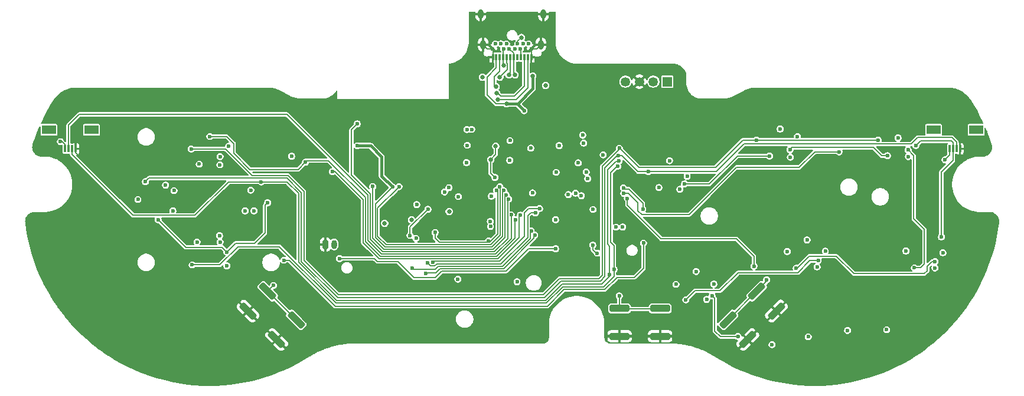
<source format=gbr>
%TF.GenerationSoftware,KiCad,Pcbnew,9.0.6-rc2*%
%TF.CreationDate,2025-11-20T00:57:41-08:00*%
%TF.ProjectId,LatteJr_Main_Board,4c617474-654a-4725-9f4d-61696e5f426f,rev?*%
%TF.SameCoordinates,Original*%
%TF.FileFunction,Copper,L4,Bot*%
%TF.FilePolarity,Positive*%
%FSLAX46Y46*%
G04 Gerber Fmt 4.6, Leading zero omitted, Abs format (unit mm)*
G04 Created by KiCad (PCBNEW 9.0.6-rc2) date 2025-11-20 00:57:41*
%MOMM*%
%LPD*%
G01*
G04 APERTURE LIST*
G04 Aperture macros list*
%AMRoundRect*
0 Rectangle with rounded corners*
0 $1 Rounding radius*
0 $2 $3 $4 $5 $6 $7 $8 $9 X,Y pos of 4 corners*
0 Add a 4 corners polygon primitive as box body*
4,1,4,$2,$3,$4,$5,$6,$7,$8,$9,$2,$3,0*
0 Add four circle primitives for the rounded corners*
1,1,$1+$1,$2,$3*
1,1,$1+$1,$4,$5*
1,1,$1+$1,$6,$7*
1,1,$1+$1,$8,$9*
0 Add four rect primitives between the rounded corners*
20,1,$1+$1,$2,$3,$4,$5,0*
20,1,$1+$1,$4,$5,$6,$7,0*
20,1,$1+$1,$6,$7,$8,$9,0*
20,1,$1+$1,$8,$9,$2,$3,0*%
G04 Aperture macros list end*
%TA.AperFunction,ComponentPad*%
%ADD10R,1.350000X1.350000*%
%TD*%
%TA.AperFunction,ComponentPad*%
%ADD11C,1.350000*%
%TD*%
%TA.AperFunction,ComponentPad*%
%ADD12C,0.600000*%
%TD*%
%TA.AperFunction,SMDPad,CuDef*%
%ADD13R,0.300000X1.000000*%
%TD*%
%TA.AperFunction,SMDPad,CuDef*%
%ADD14R,2.000000X1.300000*%
%TD*%
%TA.AperFunction,SMDPad,CuDef*%
%ADD15RoundRect,0.150000X-0.636396X-1.131371X1.131371X0.636396X0.636396X1.131371X-1.131371X-0.636396X0*%
%TD*%
%TA.AperFunction,ComponentPad*%
%ADD16RoundRect,0.200000X-0.200000X-0.450000X0.200000X-0.450000X0.200000X0.450000X-0.200000X0.450000X0*%
%TD*%
%TA.AperFunction,ComponentPad*%
%ADD17O,0.800000X1.300000*%
%TD*%
%TA.AperFunction,SMDPad,CuDef*%
%ADD18RoundRect,0.150000X-1.250000X-0.350000X1.250000X-0.350000X1.250000X0.350000X-1.250000X0.350000X0*%
%TD*%
%TA.AperFunction,SMDPad,CuDef*%
%ADD19R,0.300000X0.900000*%
%TD*%
%TA.AperFunction,ComponentPad*%
%ADD20O,0.800000X1.400000*%
%TD*%
%TA.AperFunction,SMDPad,CuDef*%
%ADD21RoundRect,0.150000X-1.131371X0.636396X0.636396X-1.131371X1.131371X-0.636396X-0.636396X1.131371X0*%
%TD*%
%TA.AperFunction,ViaPad*%
%ADD22C,0.600000*%
%TD*%
%TA.AperFunction,ViaPad*%
%ADD23C,0.650000*%
%TD*%
%TA.AperFunction,Conductor*%
%ADD24C,0.200000*%
%TD*%
%TA.AperFunction,Conductor*%
%ADD25C,0.450000*%
%TD*%
G04 APERTURE END LIST*
D10*
%TO.P,J1,1,Pin_1*%
%TO.N,SWD*%
X114864400Y-27432000D03*
D11*
%TO.P,J1,2,Pin_2*%
%TO.N,SWCLK*%
X112864399Y-27432000D03*
%TO.P,J1,3,Pin_3*%
%TO.N,GND*%
X110864400Y-27432000D03*
%TO.P,J1,4,Pin_4*%
%TO.N,VBUS*%
X108864400Y-27432000D03*
%TD*%
D12*
%TO.P,U1,61,GND*%
%TO.N,GND*%
X99767800Y-39855800D03*
X99767800Y-41230800D03*
X99767800Y-42605800D03*
X101142800Y-39855800D03*
X101142800Y-41230800D03*
X101142800Y-42605800D03*
X102517800Y-39855800D03*
X102517800Y-41230800D03*
X102517800Y-42605800D03*
%TD*%
D13*
%TO.P,J5,1,Pin_1*%
%TO.N,+3V3*%
X28508800Y-37066201D03*
%TO.P,J5,2,Pin_2*%
%TO.N,TRIGGER_EN_L*%
X29008800Y-37066200D03*
%TO.P,J5,3,Pin_3*%
%TO.N,ADC_1*%
X29508800Y-37066200D03*
%TO.P,J5,4,Pin_4*%
%TO.N,GND*%
X30008800Y-37066201D03*
D14*
%TO.P,J5,MP1*%
%TO.N,N/C*%
X26208800Y-34366200D03*
%TO.P,J5,MP2*%
X32308800Y-34366200D03*
%TD*%
D13*
%TO.P,J4,1,Pin_1*%
%TO.N,+3V3*%
X155333000Y-37066201D03*
%TO.P,J4,2,Pin_2*%
%TO.N,TRIGGER_EN_R*%
X155833000Y-37066200D03*
%TO.P,J4,3,Pin_3*%
%TO.N,ADC_2*%
X156333000Y-37066200D03*
%TO.P,J4,4,Pin_4*%
%TO.N,GND*%
X156833000Y-37066201D03*
D14*
%TO.P,J4,MP1*%
%TO.N,N/C*%
X153033000Y-34366200D03*
%TO.P,J4,MP2*%
X159133000Y-34366200D03*
%TD*%
D15*
%TO.P,SW3,1,1*%
%TO.N,GND*%
X126397863Y-64478711D03*
X130499082Y-60377492D03*
%TO.P,SW3,2,2*%
%TO.N,GRIP_R_BTN*%
X123569436Y-61650284D03*
X127670655Y-57549065D03*
%TD*%
D16*
%TO.P,J6,1,Pin_1*%
%TO.N,GND*%
X65846800Y-50823600D03*
D17*
%TO.P,J6,2,Pin_2*%
%TO.N,BATTERY_POS*%
X67096799Y-50823600D03*
%TD*%
D18*
%TO.P,SW1,1,1*%
%TO.N,GND*%
X108026200Y-64008000D03*
X113826200Y-64008000D03*
%TO.P,SW1,2,2*%
%TO.N,Net-(R3-Pad2)*%
X108026200Y-60008000D03*
X113826200Y-60008000D03*
%TD*%
D19*
%TO.P,J3,A1,GND_1*%
%TO.N,GND*%
X89852599Y-23903800D03*
%TO.P,J3,A2,SSTXP1*%
%TO.N,+3.3V_PRE*%
X90352599Y-23903800D03*
%TO.P,J3,A3,SSTXN1*%
%TO.N,N_CLOCK*%
X90852599Y-23903800D03*
%TO.P,J3,A4,VBUS_1*%
%TO.N,VBUS*%
X91352599Y-23903801D03*
%TO.P,J3,A5,CC1*%
%TO.N,Net-(J3-CC1)*%
X91852599Y-23903800D03*
%TO.P,J3,A6,DP1*%
%TO.N,D+*%
X92352599Y-23903800D03*
%TO.P,J3,A7,DN1*%
%TO.N,D-*%
X92852599Y-23903800D03*
%TO.P,J3,A8,SBU1*%
%TO.N,unconnected-(J3-SBU1-PadA8)*%
X93352599Y-23903800D03*
%TO.P,J3,A9,VBUS_2*%
%TO.N,VBUS*%
X93852599Y-23903801D03*
%TO.P,J3,A10,SSRXN2*%
%TO.N,N_LATCH*%
X94352599Y-23903800D03*
%TO.P,J3,A11,SSRXP2*%
%TO.N,N_DATA*%
X94852599Y-23903800D03*
%TO.P,J3,A12,GND_2*%
%TO.N,GND*%
X95352599Y-23903800D03*
D12*
%TO.P,J3,B1,GND_3*%
X95402599Y-22693800D03*
%TO.P,J3,B2,SSTXP2*%
%TO.N,+3.3V_PRE*%
X95002599Y-21993800D03*
%TO.P,J3,B3,SSTXN2*%
%TO.N,N_CLOCK*%
X94202599Y-21993800D03*
%TO.P,J3,B4,VBUS_3*%
%TO.N,VBUS*%
X93802599Y-22693800D03*
%TO.P,J3,B5,CC2*%
%TO.N,Net-(J3-CC2)*%
X93402599Y-21993801D03*
%TO.P,J3,B6,DP2*%
%TO.N,D+*%
X93002599Y-22693800D03*
%TO.P,J3,B7,DN2*%
%TO.N,D-*%
X92202599Y-22693800D03*
%TO.P,J3,B8,SBU2*%
%TO.N,unconnected-(J3-SBU2-PadB8)*%
X91802599Y-21993801D03*
%TO.P,J3,B9,VBUS_4*%
%TO.N,VBUS*%
X91402599Y-22693800D03*
%TO.P,J3,B10,SSRXN1*%
%TO.N,N_LATCH*%
X91002599Y-21993800D03*
%TO.P,J3,B11,SSRXP1*%
%TO.N,N_DATA*%
X90202599Y-21993800D03*
%TO.P,J3,B12,GND_4*%
%TO.N,GND*%
X89802599Y-22693800D03*
D20*
%TO.P,J3,MH1,MH1*%
X88472599Y-22103800D03*
%TO.P,J3,MH2,MH2*%
X96732599Y-22103800D03*
%TO.P,J3,MH3,MH3*%
X97092598Y-17703800D03*
%TO.P,J3,MH4,MH4*%
X88112600Y-17703800D03*
%TD*%
D21*
%TO.P,SW4,1,1*%
%TO.N,GND*%
X54753462Y-60377492D03*
X58854681Y-64478711D03*
%TO.P,SW4,2,2*%
%TO.N,GRIP_L_BTN*%
X57581889Y-57549065D03*
X61683108Y-61650284D03*
%TD*%
D22*
%TO.N,GND*%
X93573600Y-43451400D03*
X27127200Y-58420000D03*
X38227000Y-28879800D03*
X44932600Y-70231000D03*
X132410200Y-49961800D03*
X144653000Y-69062600D03*
X146888200Y-68148200D03*
X153517600Y-63703200D03*
X43180000Y-43078400D03*
X46659800Y-35255200D03*
X135026400Y-70535800D03*
X140157200Y-70180200D03*
X157962600Y-58369200D03*
X132588000Y-28879800D03*
X46786800Y-51968400D03*
X107391200Y-36144200D03*
X143332200Y-61899210D03*
X28016200Y-59690000D03*
X127812800Y-63195200D03*
X87858600Y-43662600D03*
X117703600Y-38582600D03*
X158927800Y-56642000D03*
X145288000Y-28879800D03*
X25425400Y-55219600D03*
X92913200Y-40233600D03*
X135128000Y-28879800D03*
X157073600Y-59639200D03*
X84023200Y-30429200D03*
X70383400Y-39217600D03*
X156133800Y-60934600D03*
X40767000Y-28879800D03*
X32893000Y-64846200D03*
X50927000Y-28879800D03*
X126542800Y-68859400D03*
X89763600Y-44856400D03*
X76174600Y-50215800D03*
X149504400Y-34874200D03*
X42011600Y-42189400D03*
X150571200Y-66014600D03*
X59817000Y-42824400D03*
X40436800Y-69113400D03*
X155448000Y-28879800D03*
X137871200Y-61899800D03*
X92125800Y-28219400D03*
X116306600Y-64592200D03*
X118821200Y-65074800D03*
X52730400Y-70383400D03*
X129565400Y-36982400D03*
X33147000Y-28879800D03*
X55702200Y-69824600D03*
X35687000Y-28879800D03*
X128625600Y-33959800D03*
X132359400Y-70332600D03*
X159664400Y-55168800D03*
X47294800Y-70535800D03*
X96139000Y-36093400D03*
D23*
X99314000Y-27965400D03*
D22*
X47777400Y-38404800D03*
X36449000Y-67259200D03*
X45847000Y-28879800D03*
X58547000Y-28879800D03*
X69494400Y-64516000D03*
X88392000Y-48310800D03*
D23*
X98780600Y-49733200D03*
D22*
X84302600Y-47955200D03*
X47853600Y-49580800D03*
X100533200Y-35407600D03*
X112598200Y-38354000D03*
X28956000Y-60985400D03*
X142748000Y-28879800D03*
X157149800Y-35991800D03*
X38201600Y-68199000D03*
X105088300Y-35788600D03*
X129387600Y-69773800D03*
X150368000Y-28879800D03*
X148640800Y-67208400D03*
X130048000Y-28879800D03*
X52019200Y-34696400D03*
X31572200Y-63754000D03*
X149352000Y-49733200D03*
X142367000Y-69723000D03*
X152196800Y-64795400D03*
X98704400Y-26212800D03*
X75514200Y-39243000D03*
X146431000Y-36982400D03*
X84639100Y-30429200D03*
X53467000Y-28879800D03*
X147828000Y-28879800D03*
X30937200Y-38455600D03*
X104952800Y-45796200D03*
D23*
X89001600Y-32258000D03*
D22*
X127508000Y-28879800D03*
X117551200Y-57734200D03*
X102285800Y-46996600D03*
X83616800Y-44399200D03*
X50063400Y-70586600D03*
X30353000Y-62458600D03*
X58547000Y-68910200D03*
X57861200Y-46990000D03*
X121462800Y-54381400D03*
X108204000Y-41148000D03*
X75158600Y-45059600D03*
X133451600Y-33197800D03*
X66268600Y-65125600D03*
X133426200Y-53314600D03*
X132943600Y-61925200D03*
X41071800Y-46024800D03*
X48387000Y-28879800D03*
X42722800Y-69773800D03*
X66979800Y-34975800D03*
X154736800Y-62407800D03*
X145440400Y-34036000D03*
X160451800Y-53340000D03*
X137795000Y-70485000D03*
X118846600Y-41198800D03*
X150266400Y-53187600D03*
X136245600Y-50927000D03*
X56007000Y-28879800D03*
X124155200Y-67792600D03*
X116535200Y-54508400D03*
X85318600Y-49555400D03*
X63627000Y-66268600D03*
X153162000Y-50952400D03*
X67335400Y-30505400D03*
X121462800Y-66217800D03*
X43307000Y-28879800D03*
X34518600Y-66065400D03*
X113690400Y-41656000D03*
X126593600Y-56184800D03*
X60934600Y-67843400D03*
X26162000Y-56692800D03*
X105410000Y-34677600D03*
X137668000Y-28879800D03*
X24638000Y-53390800D03*
X83921600Y-39116000D03*
X50266600Y-54991000D03*
X30607000Y-28879800D03*
X140208000Y-28879800D03*
D23*
X103276400Y-49022000D03*
D22*
X152908000Y-28879800D03*
D23*
%TO.N,BATTERY_POS*%
X83591400Y-46075600D03*
X74345800Y-47777400D03*
D22*
%TO.N,VBUS*%
X82931000Y-43281600D03*
X83566000Y-42646600D03*
D23*
X97409000Y-27965400D03*
X91377599Y-25120600D03*
X88341200Y-26797000D03*
D22*
%TO.N,+3.3V_PRE*%
X86131400Y-34315400D03*
X86822340Y-34295372D03*
X94335600Y-31597600D03*
D23*
X91821000Y-30607000D03*
X95580200Y-26619200D03*
%TO.N,SHARED_PU*%
X90268698Y-36725498D03*
D22*
X90144600Y-41198800D03*
D23*
X89532098Y-38630498D03*
D22*
%TO.N,+3V3*%
X95543908Y-43412939D03*
X78841600Y-49936400D03*
X55600600Y-45999400D03*
X38963600Y-44348400D03*
X89508964Y-48234310D03*
X98856800Y-47269400D03*
X121539000Y-56515000D03*
X51993800Y-36703000D03*
X89636600Y-43891200D03*
X99364800Y-36626800D03*
X135077200Y-64084200D03*
X146316700Y-63055500D03*
X78943200Y-45085000D03*
X120497600Y-58724800D03*
X105664000Y-37947600D03*
X102870000Y-36271200D03*
X86182200Y-36576000D03*
X154381200Y-52019200D03*
X103454200Y-41376600D03*
X50723800Y-39370000D03*
X132511800Y-38277800D03*
X104216200Y-45796200D03*
X43992800Y-45999400D03*
X50749200Y-50469800D03*
X154686000Y-38658800D03*
X116662200Y-42900600D03*
X95298754Y-36984446D03*
X117703600Y-41046400D03*
X27863800Y-36042600D03*
X51714400Y-53898800D03*
X129882900Y-65214500D03*
X136347200Y-54051200D03*
X153238200Y-54203600D03*
X147955000Y-35509200D03*
X149428200Y-38201600D03*
X140703300Y-63182500D03*
X92278200Y-38735000D03*
X92303600Y-35890200D03*
X137515600Y-51790600D03*
X89484200Y-47498000D03*
X133527800Y-35314000D03*
%TO.N,+1V1*%
X100672569Y-43658305D03*
X102745041Y-35110626D03*
X98933000Y-40462200D03*
X103242800Y-40411400D03*
X102090372Y-39106595D03*
D23*
%TO.N,N_LATCH*%
X90398600Y-29083000D03*
%TO.N,N_CLOCK*%
X90297000Y-28168600D03*
%TO.N,N_DATA*%
X90525600Y-29997400D03*
%TO.N,Net-(J3-CC1)*%
X90855800Y-26797000D03*
%TO.N,Net-(J3-CC2)*%
X93954600Y-21082000D03*
D22*
%TO.N,Net-(U1-GPIO11)*%
X93802200Y-46609000D03*
X66852800Y-40360600D03*
%TO.N,SWCLK*%
X101701600Y-43459400D03*
%TO.N,SWD*%
X102539800Y-43815000D03*
%TO.N,VBUS_SYS*%
X84912200Y-43942000D03*
X86080600Y-39065200D03*
D23*
%TO.N,D-*%
X93037851Y-26461234D03*
%TO.N,D+*%
X92176600Y-26466800D03*
D22*
%TO.N,WL_CLK*%
X70408800Y-33502600D03*
X92092400Y-44314101D03*
%TO.N,I2C0_SCL*%
X77978000Y-49530000D03*
X80543400Y-45770800D03*
X80518000Y-53492400D03*
X95961200Y-46278800D03*
%TO.N,BTN_PWR*%
X81584800Y-49098200D03*
X89249194Y-50317670D03*
X90373200Y-43053000D03*
%TO.N,WL_CS*%
X72618600Y-42494200D03*
X91744800Y-43688000D03*
%TO.N,WL_ON*%
X90855800Y-42519600D03*
X76403200Y-42519600D03*
D23*
%TO.N,I2C0_SDA*%
X78206600Y-47294800D03*
D22*
X81254600Y-53416200D03*
X96545400Y-45669200D03*
%TO.N,WL_D*%
X91399600Y-43078400D03*
X70408800Y-36652200D03*
X75463400Y-42545000D03*
%TO.N,RGB_OUT*%
X47752000Y-39268400D03*
X61010800Y-38150800D03*
%TO.N,Net-(RGB1-DOUT)*%
X42926000Y-42291000D03*
X50749200Y-38201600D03*
%TO.N,Net-(RGB3-DOUT)*%
X50673000Y-49555400D03*
X54330600Y-45999400D03*
%TO.N,Net-(RGB5-DOUT)*%
X129514600Y-38125400D03*
X117322600Y-42138600D03*
%TO.N,Net-(RGB10-DIN)*%
X136499600Y-53136800D03*
X117525800Y-58775600D03*
%TO.N,Net-(RGB10-DOUT)*%
X121285000Y-58191400D03*
X124993400Y-64033400D03*
%TO.N,GRIP_R_BTN*%
X127304800Y-53949600D03*
X109143800Y-44221400D03*
X129108200Y-55905400D03*
%TO.N,GRIP_L_BTN*%
X58394600Y-56718200D03*
%TO.N,CAPTURE_BTN*%
X78282800Y-54203600D03*
X95351600Y-48869600D03*
%TO.N,HOME_BTN*%
X107518200Y-48336200D03*
X84836000Y-55803800D03*
%TO.N,MINUS_BTN*%
X80238600Y-55016400D03*
X95859600Y-49479200D03*
%TO.N,PLUS_BTN*%
X93319600Y-56184800D03*
X108458000Y-48310800D03*
%TO.N,Net-(R3-Pad2)*%
X107975400Y-58216800D03*
X104825800Y-52070000D03*
X104190800Y-50927000D03*
%TO.N,Net-(U1-GPIO17)*%
X98856800Y-51435000D03*
X67868800Y-52857400D03*
%TO.N,Net-(RGB2-DOUT)*%
X44145200Y-43078400D03*
X47447200Y-50469800D03*
%TO.N,Net-(RGB7-DOUT)*%
X150291800Y-54178200D03*
X149377400Y-37236400D03*
%TO.N,Net-(RGB4-DOUT)*%
X111455200Y-50622200D03*
X113665000Y-42646600D03*
X59893200Y-53086000D03*
X55143400Y-43027600D03*
%TO.N,RGB_B*%
X146431000Y-38074600D03*
X132461000Y-37211000D03*
%TO.N,Net-(RGB8-DOUT)*%
X153238200Y-53289200D03*
X133350000Y-54229000D03*
%TO.N,TRIGGER_EN_R*%
X108635800Y-43484800D03*
X154152600Y-49733200D03*
X139496800Y-37515800D03*
X150495000Y-36601400D03*
%TO.N,ADC_0*%
X46736000Y-53746400D03*
X107238800Y-54406800D03*
X107772200Y-39573200D03*
X132054600Y-51841400D03*
%TO.N,ADC_3*%
X127660400Y-35839400D03*
X145084800Y-35814000D03*
X46609000Y-37109400D03*
X107975400Y-36982400D03*
%TO.N,ADC_1*%
X56642000Y-41833800D03*
X106603800Y-55118000D03*
X116103400Y-56540400D03*
X107924600Y-38811200D03*
X149072600Y-51765200D03*
%TO.N,ADC_2*%
X40030400Y-41808400D03*
X112141000Y-40360600D03*
X107848400Y-38074600D03*
%TO.N,DPAD_EN*%
X93065600Y-47269400D03*
X62992000Y-38989000D03*
X49276000Y-35306000D03*
X57556400Y-44831000D03*
X51714400Y-51917600D03*
X41859200Y-47269400D03*
%TO.N,TRIGGER_EN_L*%
X92481400Y-46558200D03*
%TO.N,BTN_EN*%
X111353600Y-45770800D03*
X115189000Y-38785800D03*
X131038600Y-34239200D03*
X118999000Y-54711600D03*
X108559600Y-42672000D03*
X134899400Y-50165000D03*
%TD*%
D24*
%TO.N,GND*%
X156833000Y-36308600D02*
X157149800Y-35991800D01*
X156833000Y-37066201D02*
X156833000Y-36308600D01*
X95352599Y-23903800D02*
X95352599Y-22743800D01*
D25*
X84639100Y-30429200D02*
X84588300Y-30480000D01*
D24*
X95402599Y-22693800D02*
X96142599Y-22693800D01*
X89802599Y-22693800D02*
X89062599Y-22693800D01*
X30810200Y-38455600D02*
X30937200Y-38455600D01*
D25*
X84588300Y-30480000D02*
X84074000Y-30480000D01*
X84074000Y-30480000D02*
X84023200Y-30429200D01*
D24*
X30008800Y-37066201D02*
X30008800Y-37654200D01*
X89852599Y-22743800D02*
X89802599Y-22693800D01*
X96142599Y-22693800D02*
X96732599Y-22103800D01*
X95352599Y-22743800D02*
X95402599Y-22693800D01*
X89062599Y-22693800D02*
X88472599Y-22103800D01*
X89852599Y-23903800D02*
X89852599Y-22743800D01*
X30008800Y-37654200D02*
X30810200Y-38455600D01*
%TO.N,VBUS*%
X93852599Y-22743800D02*
X93802599Y-22693800D01*
X91352599Y-22743800D02*
X91402599Y-22693800D01*
X91352599Y-25095600D02*
X91352599Y-23903801D01*
X91352599Y-23903801D02*
X91352599Y-22743800D01*
X91377599Y-25120600D02*
X91352599Y-25095600D01*
X93852599Y-23903801D02*
X93852599Y-22743800D01*
%TO.N,+3.3V_PRE*%
X89001600Y-29311600D02*
X89001600Y-26771600D01*
D25*
X91846400Y-30581600D02*
X93421200Y-30581600D01*
D24*
X90352599Y-25420601D02*
X90352599Y-23903800D01*
X90297000Y-30607000D02*
X89001600Y-29311600D01*
D25*
X95580200Y-28422600D02*
X95580200Y-26619200D01*
X93421200Y-30581600D02*
X95580200Y-28422600D01*
D24*
X89001600Y-26771600D02*
X90352599Y-25420601D01*
D25*
X91821000Y-30607000D02*
X91846400Y-30581600D01*
X93421200Y-30581600D02*
X93421200Y-30683200D01*
D24*
X91821000Y-30607000D02*
X90297000Y-30607000D01*
D25*
X93421200Y-30683200D02*
X94335600Y-31597600D01*
D24*
%TO.N,SHARED_PU*%
X90268698Y-36725498D02*
X90268698Y-37893898D01*
X89532098Y-38630498D02*
X89532098Y-40586298D01*
X90268698Y-37893898D02*
X89532098Y-38630498D01*
X89532098Y-40586298D02*
X90144600Y-41198800D01*
%TO.N,+3V3*%
X28508800Y-37066201D02*
X28508800Y-36484400D01*
X28508800Y-36484400D02*
X28067000Y-36042600D01*
X155333000Y-38011800D02*
X154686000Y-38658800D01*
X28067000Y-36042600D02*
X27863800Y-36042600D01*
X155333000Y-37066201D02*
X155333000Y-38011800D01*
%TO.N,+1V1*%
X102751500Y-35117085D02*
X102745041Y-35110626D01*
%TO.N,N_LATCH*%
X94361000Y-28092400D02*
X94361000Y-23912201D01*
X90551000Y-29083000D02*
X90957400Y-29489400D01*
X90398600Y-29083000D02*
X90551000Y-29083000D01*
X90957400Y-29489400D02*
X92964000Y-29489400D01*
X94361000Y-23912201D02*
X94352599Y-23903800D01*
X92964000Y-29489400D02*
X94361000Y-28092400D01*
%TO.N,N_CLOCK*%
X90068400Y-27940000D02*
X90068400Y-26746200D01*
X90297000Y-28168600D02*
X90068400Y-27940000D01*
X90852599Y-25962001D02*
X90852599Y-23903800D01*
X90068400Y-26746200D02*
X90852599Y-25962001D01*
%TO.N,N_DATA*%
X90525600Y-29997400D02*
X93167200Y-29997400D01*
X94852599Y-28312001D02*
X94852599Y-23903800D01*
X93167200Y-29997400D02*
X94852599Y-28312001D01*
%TO.N,Net-(J3-CC1)*%
X91852599Y-23903800D02*
X91852599Y-24771199D01*
X91948000Y-25704800D02*
X90855800Y-26797000D01*
X91852599Y-24771199D02*
X91948000Y-24866600D01*
X91948000Y-24866600D02*
X91948000Y-25704800D01*
%TO.N,Net-(J3-CC2)*%
X93402599Y-21993801D02*
X93402599Y-21634001D01*
X93402599Y-21634001D02*
X93954600Y-21082000D01*
%TO.N,Net-(U1-GPIO11)*%
X90563700Y-52882800D02*
X93649800Y-49796700D01*
X93649800Y-46837600D02*
X93802200Y-46685200D01*
X71247000Y-50546000D02*
X73583800Y-52882800D01*
X66852800Y-40360600D02*
X67233800Y-40360600D01*
X73583800Y-52882800D02*
X90563700Y-52882800D01*
X67233800Y-40360600D02*
X71247000Y-44373800D01*
X71247000Y-44373800D02*
X71247000Y-50546000D01*
X93802200Y-46685200D02*
X93802200Y-46609000D01*
X93649800Y-49796700D02*
X93649800Y-46837600D01*
%TO.N,D-*%
X92202599Y-22693800D02*
X92852599Y-23343800D01*
X92852599Y-23343800D02*
X92852599Y-23903800D01*
X93037851Y-26461234D02*
X92852599Y-26275982D01*
X92852599Y-26275982D02*
X92852599Y-23903800D01*
X92852599Y-26310186D02*
X92975909Y-26433496D01*
%TO.N,D+*%
X92352599Y-23903800D02*
X92352599Y-26290801D01*
X92352599Y-26290801D02*
X92176600Y-26466800D01*
%TO.N,WL_CLK*%
X69570600Y-34340800D02*
X70408800Y-33502600D01*
X91973400Y-44433101D02*
X91973400Y-49987200D01*
X92092400Y-44314101D02*
X91973400Y-44433101D01*
X69570600Y-40817800D02*
X69570600Y-34340800D01*
X72288400Y-50114200D02*
X72288400Y-43535600D01*
X90068400Y-51892200D02*
X74066400Y-51892200D01*
X91973400Y-49987200D02*
X90068400Y-51892200D01*
X72288400Y-43535600D02*
X69570600Y-40817800D01*
X74066400Y-51892200D02*
X72288400Y-50114200D01*
%TO.N,I2C0_SCL*%
X91008200Y-53619400D02*
X81813400Y-53619400D01*
X77978000Y-48336200D02*
X77978000Y-49530000D01*
X80543400Y-45770800D02*
X77978000Y-48336200D01*
X81508600Y-53924200D02*
X80949800Y-53924200D01*
X81813400Y-53619400D02*
X81508600Y-53924200D01*
X95961200Y-46278800D02*
X95275400Y-46278800D01*
X95275400Y-46278800D02*
X94843600Y-46710600D01*
X94843600Y-49784000D02*
X91008200Y-53619400D01*
X94843600Y-46710600D02*
X94843600Y-49784000D01*
X80949800Y-53924200D02*
X80518000Y-53492400D01*
%TO.N,BTN_PWR*%
X81584800Y-49936400D02*
X81584800Y-49098200D01*
X88976200Y-50520600D02*
X82169000Y-50520600D01*
X90551000Y-45440600D02*
X90551000Y-49326800D01*
X90373200Y-43053000D02*
X90551000Y-43230800D01*
X81889600Y-50241200D02*
X81584800Y-49936400D01*
X89763600Y-50114200D02*
X89357200Y-50520600D01*
X82169000Y-50520600D02*
X81889600Y-50241200D01*
X89357200Y-50520600D02*
X88976200Y-50520600D01*
X90551000Y-49326800D02*
X89763600Y-50114200D01*
X90551000Y-43230800D02*
X90551000Y-45440600D01*
%TO.N,WL_CS*%
X91744800Y-43688000D02*
X91592400Y-43840400D01*
X72618600Y-49936400D02*
X72618600Y-42494200D01*
X74218800Y-51536600D02*
X72618600Y-49936400D01*
X91592400Y-43840400D02*
X91592400Y-49809400D01*
X89865200Y-51536600D02*
X74218800Y-51536600D01*
X91592400Y-49809400D02*
X89865200Y-51536600D01*
%TO.N,WL_ON*%
X74549000Y-50850800D02*
X73329800Y-49631600D01*
X90899600Y-42563400D02*
X90899600Y-49460800D01*
X90899600Y-49460800D02*
X89509600Y-50850800D01*
X89509600Y-50850800D02*
X74549000Y-50850800D01*
X90855800Y-42519600D02*
X90899600Y-42563400D01*
X73329800Y-49631600D02*
X73329800Y-45593000D01*
X73329800Y-45593000D02*
X76403200Y-42519600D01*
%TO.N,I2C0_SDA*%
X94386400Y-49657000D02*
X90830400Y-53213000D01*
X90830400Y-53213000D02*
X81457800Y-53213000D01*
X96545400Y-45669200D02*
X94996000Y-45669200D01*
X94996000Y-45669200D02*
X94386400Y-46278800D01*
X94386400Y-46278800D02*
X94386400Y-49657000D01*
X81457800Y-53213000D02*
X81254600Y-53416200D01*
%TO.N,WL_D*%
X91399600Y-43078400D02*
X91236800Y-43241200D01*
D25*
X73914000Y-40995600D02*
X73914000Y-38227000D01*
X73914000Y-38227000D02*
X72339200Y-36652200D01*
X75463400Y-42545000D02*
X73914000Y-40995600D01*
D24*
X74396600Y-51181000D02*
X72999600Y-49784000D01*
X89687400Y-51181000D02*
X74396600Y-51181000D01*
X72999600Y-45008800D02*
X75463400Y-42545000D01*
X91236800Y-43241200D02*
X91236800Y-49631600D01*
X91236800Y-49631600D02*
X89687400Y-51181000D01*
X72999600Y-49784000D02*
X72999600Y-45008800D01*
D25*
X72339200Y-36652200D02*
X70408800Y-36652200D01*
D24*
%TO.N,Net-(RGB5-DOUT)*%
X117322600Y-42138600D02*
X120904000Y-42138600D01*
X124917200Y-38125400D02*
X129514600Y-38125400D01*
X120904000Y-42138600D02*
X124917200Y-38125400D01*
%TO.N,Net-(RGB10-DIN)*%
X122402600Y-57480200D02*
X118821200Y-57480200D01*
X118821200Y-57480200D02*
X117525800Y-58775600D01*
X136499600Y-53136800D02*
X135305800Y-53136800D01*
X135305800Y-53136800D02*
X133553200Y-54889400D01*
X133553200Y-54889400D02*
X124993400Y-54889400D01*
X124993400Y-54889400D02*
X122402600Y-57480200D01*
%TO.N,Net-(RGB10-DOUT)*%
X121666000Y-63246000D02*
X122478800Y-64058800D01*
X124968000Y-64058800D02*
X124993400Y-64033400D01*
X122478800Y-64058800D02*
X124968000Y-64058800D01*
X121666000Y-58572400D02*
X121666000Y-61671200D01*
X121285000Y-58191400D02*
X121666000Y-58572400D01*
X121666000Y-61671200D02*
X121666000Y-63246000D01*
%TO.N,GRIP_R_BTN*%
X127304800Y-52552600D02*
X127304800Y-53949600D01*
X129108200Y-56111520D02*
X129108200Y-55905400D01*
X127670655Y-57549065D02*
X129108200Y-56111520D01*
X124764800Y-50012600D02*
X127304800Y-52552600D01*
X109143800Y-45186600D02*
X113969800Y-50012600D01*
X113969800Y-50012600D02*
X124764800Y-50012600D01*
X109143800Y-44221400D02*
X109143800Y-45186600D01*
X123569436Y-61650284D02*
X127670655Y-57549065D01*
%TO.N,GRIP_L_BTN*%
X57581889Y-57530911D02*
X58394600Y-56718200D01*
X57581889Y-57549065D02*
X57581889Y-57530911D01*
X57581889Y-57549065D02*
X61683108Y-61650284D01*
%TO.N,CAPTURE_BTN*%
X81559400Y-54381400D02*
X81991200Y-53949600D01*
X95199200Y-49022000D02*
X95351600Y-48869600D01*
X78460600Y-54381400D02*
X81559400Y-54381400D01*
X81991200Y-53949600D02*
X91211400Y-53949600D01*
X91211400Y-53949600D02*
X95199200Y-49961800D01*
X78282800Y-54203600D02*
X78460600Y-54381400D01*
X95199200Y-49961800D02*
X95199200Y-49022000D01*
%TO.N,MINUS_BTN*%
X82296000Y-54279800D02*
X91389200Y-54279800D01*
X80238600Y-55016400D02*
X80365600Y-54889400D01*
X91389200Y-54279800D02*
X95732600Y-49936400D01*
X95732600Y-49606200D02*
X95859600Y-49479200D01*
X80365600Y-54889400D02*
X81686400Y-54889400D01*
X81686400Y-54889400D02*
X82296000Y-54279800D01*
X95732600Y-49936400D02*
X95732600Y-49606200D01*
%TO.N,Net-(R3-Pad2)*%
X107996400Y-60077600D02*
X113796400Y-60077600D01*
X107996400Y-60077600D02*
X107996400Y-58237800D01*
X104190800Y-51587400D02*
X104190800Y-50927000D01*
X104673400Y-52070000D02*
X104190800Y-51587400D01*
X104825800Y-52070000D02*
X104673400Y-52070000D01*
X107996400Y-58237800D02*
X107975400Y-58216800D01*
%TO.N,Net-(U1-GPIO17)*%
X78536800Y-55600600D02*
X81584800Y-55600600D01*
X73329800Y-53289200D02*
X76225400Y-53289200D01*
X94970600Y-51435000D02*
X98856800Y-51435000D01*
X76225400Y-53289200D02*
X78536800Y-55600600D01*
X72898000Y-52857400D02*
X73329800Y-53289200D01*
X67868800Y-52857400D02*
X72898000Y-52857400D01*
X82524600Y-54660800D02*
X91744800Y-54660800D01*
X81584800Y-55600600D02*
X82524600Y-54660800D01*
X91744800Y-54660800D02*
X94970600Y-51435000D01*
%TO.N,Net-(RGB7-DOUT)*%
X149377400Y-37236400D02*
X150190200Y-38049200D01*
X151714200Y-53619400D02*
X151155400Y-54178200D01*
X151714200Y-48641000D02*
X151714200Y-53619400D01*
X150190200Y-38049200D02*
X150190200Y-47117000D01*
X150190200Y-47117000D02*
X151714200Y-48641000D01*
X151155400Y-54178200D02*
X150291800Y-54178200D01*
%TO.N,Net-(RGB4-DOUT)*%
X97688400Y-59690000D02*
X67246500Y-59690000D01*
X67246500Y-59690000D02*
X60642500Y-53086000D01*
X100076000Y-57302400D02*
X97688400Y-59690000D01*
X111455200Y-54229000D02*
X110134400Y-55549800D01*
X111455200Y-50622200D02*
X111455200Y-54229000D01*
X105892600Y-57302400D02*
X100076000Y-57302400D01*
X60642500Y-53086000D02*
X59893200Y-53086000D01*
X107645200Y-55549800D02*
X105892600Y-57302400D01*
X110134400Y-55549800D02*
X107645200Y-55549800D01*
%TO.N,RGB_B*%
X132461000Y-37211000D02*
X132765800Y-36906200D01*
X132765800Y-36906200D02*
X144449800Y-36906200D01*
X145618200Y-38074600D02*
X146431000Y-38074600D01*
X144449800Y-36906200D02*
X145618200Y-38074600D01*
%TO.N,Net-(RGB8-DOUT)*%
X153238200Y-53289200D02*
X152781000Y-53289200D01*
X152120600Y-53949600D02*
X152120600Y-54610000D01*
X152120600Y-54610000D02*
X151714200Y-55016400D01*
X141605000Y-55016400D02*
X139115800Y-52527200D01*
X133477000Y-54229000D02*
X133350000Y-54229000D01*
X152781000Y-53289200D02*
X152120600Y-53949600D01*
X151714200Y-55016400D02*
X141605000Y-55016400D01*
X139115800Y-52527200D02*
X135178800Y-52527200D01*
X135178800Y-52527200D02*
X133477000Y-54229000D01*
%TO.N,TRIGGER_EN_R*%
X109296200Y-43484800D02*
X110667800Y-44856400D01*
X154152600Y-49733200D02*
X154152600Y-40386000D01*
X133781800Y-39751000D02*
X136017000Y-37515800D01*
X155833000Y-37066200D02*
X155833000Y-36173600D01*
X155833000Y-38705600D02*
X155833000Y-37066200D01*
X111201200Y-46532800D02*
X117983000Y-46532800D01*
X136017000Y-37515800D02*
X139496800Y-37515800D01*
X117983000Y-46532800D02*
X124764800Y-39751000D01*
X108635800Y-43484800D02*
X109296200Y-43484800D01*
X154152600Y-40386000D02*
X155833000Y-38705600D01*
X155600400Y-35941000D02*
X151155400Y-35941000D01*
X110667800Y-44856400D02*
X110667800Y-45999400D01*
X155833000Y-36173600D02*
X155600400Y-35941000D01*
X151155400Y-35941000D02*
X150495000Y-36601400D01*
X110667800Y-45999400D02*
X111201200Y-46532800D01*
X124764800Y-39751000D02*
X133781800Y-39751000D01*
%TO.N,ADC_0*%
X107238800Y-54406800D02*
X107238800Y-55372000D01*
X53314600Y-51155600D02*
X50723800Y-53746400D01*
X67360800Y-59258200D02*
X59258200Y-51155600D01*
X99898200Y-56896000D02*
X97536000Y-59258200D01*
X107772200Y-39573200D02*
X107696000Y-39573200D01*
X97536000Y-59258200D02*
X67360800Y-59258200D01*
X59258200Y-51155600D02*
X53314600Y-51155600D01*
X50723800Y-53746400D02*
X46736000Y-53746400D01*
X105714800Y-56896000D02*
X99898200Y-56896000D01*
X107238800Y-51003200D02*
X107238800Y-54406800D01*
X107696000Y-39573200D02*
X106756200Y-40513000D01*
X106756200Y-50520600D02*
X107238800Y-51003200D01*
X107238800Y-55372000D02*
X105714800Y-56896000D01*
X106756200Y-40513000D02*
X106756200Y-50520600D01*
%TO.N,ADC_3*%
X62763400Y-53136800D02*
X62763400Y-43180000D01*
X105054400Y-55727600D02*
X99390200Y-55727600D01*
X108000800Y-36982400D02*
X110794800Y-39776400D01*
X107975400Y-36982400D02*
X108000800Y-36982400D01*
X107975400Y-36982400D02*
X107975400Y-37109400D01*
X107899200Y-37058600D02*
X107975400Y-36982400D01*
X62763400Y-43180000D02*
X60477400Y-40894000D01*
X105537000Y-39547800D02*
X105537000Y-55245000D01*
X99390200Y-55727600D02*
X97078800Y-58039000D01*
X60477400Y-40894000D02*
X55346600Y-40894000D01*
X145084800Y-35814000D02*
X127685800Y-35814000D01*
X67665600Y-58039000D02*
X62763400Y-53136800D01*
X121767600Y-39776400D02*
X125704600Y-35839400D01*
X55346600Y-40894000D02*
X51562000Y-37109400D01*
X110794800Y-39776400D02*
X121767600Y-39776400D01*
X97078800Y-58039000D02*
X67665600Y-58039000D01*
X127685800Y-35814000D02*
X127660400Y-35839400D01*
X107975400Y-37109400D02*
X105537000Y-39547800D01*
X125704600Y-35839400D02*
X127660400Y-35839400D01*
X51562000Y-37109400D02*
X46609000Y-37109400D01*
X105537000Y-55245000D02*
X105054400Y-55727600D01*
%TO.N,ADC_1*%
X29508800Y-37066200D02*
X29508800Y-37865400D01*
X106324400Y-40106600D02*
X106324400Y-50774600D01*
X107797600Y-38938200D02*
X107492800Y-38938200D01*
X67487800Y-58851800D02*
X62001400Y-53365400D01*
X106324400Y-50774600D02*
X106603800Y-51054000D01*
X29508800Y-37865400D02*
X38277800Y-46634400D01*
X62001400Y-43510200D02*
X60325000Y-41833800D01*
X51943000Y-41833800D02*
X56642000Y-41833800D01*
X107924600Y-38811200D02*
X107797600Y-38938200D01*
X60325000Y-41833800D02*
X56642000Y-41833800D01*
X107492800Y-38938200D02*
X106324400Y-40106600D01*
X97434400Y-58851800D02*
X67487800Y-58851800D01*
X106603800Y-55372000D02*
X105486200Y-56489600D01*
X106603800Y-51054000D02*
X106603800Y-55118000D01*
X62001400Y-53365400D02*
X62001400Y-43510200D01*
X105486200Y-56489600D02*
X99796600Y-56489600D01*
X106603800Y-55118000D02*
X106603800Y-55372000D01*
X47142400Y-46634400D02*
X51943000Y-41833800D01*
X38277800Y-46634400D02*
X47142400Y-46634400D01*
X99796600Y-56489600D02*
X97434400Y-58851800D01*
%TO.N,ADC_2*%
X105918000Y-39801800D02*
X105918000Y-55448200D01*
X67589400Y-58470800D02*
X62382400Y-53263800D01*
X60299600Y-41275000D02*
X40563800Y-41275000D01*
X40563800Y-41275000D02*
X40030400Y-41808400D01*
X156333000Y-36089400D02*
X155702000Y-35458400D01*
X149860000Y-36398200D02*
X125857000Y-36398200D01*
X107848400Y-37871400D02*
X105918000Y-39801800D01*
X105257600Y-56108600D02*
X99593400Y-56108600D01*
X125857000Y-36398200D02*
X121894600Y-40360600D01*
X97231200Y-58470800D02*
X67589400Y-58470800D01*
X150799800Y-35458400D02*
X149860000Y-36398200D01*
X110667800Y-40360600D02*
X112141000Y-40360600D01*
X62382400Y-53263800D02*
X62382400Y-43357800D01*
X108381800Y-38074600D02*
X110667800Y-40360600D01*
X105918000Y-55448200D02*
X105257600Y-56108600D01*
X99593400Y-56108600D02*
X97231200Y-58470800D01*
X156333000Y-37066200D02*
X156333000Y-36089400D01*
X155702000Y-35458400D02*
X150799800Y-35458400D01*
X107848400Y-38074600D02*
X108381800Y-38074600D01*
X107848400Y-38074600D02*
X107848400Y-37871400D01*
X121894600Y-40360600D02*
X112141000Y-40360600D01*
X62382400Y-43357800D02*
X60299600Y-41275000D01*
%TO.N,DPAD_EN*%
X55016400Y-40055800D02*
X52705000Y-37744400D01*
X41859200Y-47269400D02*
X45821600Y-51231800D01*
X45821600Y-51231800D02*
X51028600Y-51231800D01*
X54813200Y-50673000D02*
X52959000Y-50673000D01*
X57200800Y-47091600D02*
X57200800Y-49174400D01*
X56464200Y-49911000D02*
X55702200Y-50673000D01*
X51689000Y-35306000D02*
X49276000Y-35306000D01*
X63195200Y-38785800D02*
X66294000Y-38785800D01*
X51028600Y-51231800D02*
X51714400Y-51917600D01*
X71577200Y-44069000D02*
X71577200Y-50393600D01*
X93040200Y-49885600D02*
X93040200Y-47294800D01*
X57556400Y-44831000D02*
X57200800Y-45186600D01*
X55702200Y-50673000D02*
X54813200Y-50673000D01*
X62992000Y-38989000D02*
X63195200Y-38785800D01*
X90373200Y-52552600D02*
X93040200Y-49885600D01*
X52959000Y-50673000D02*
X51714400Y-51917600D01*
X71577200Y-50393600D02*
X73736200Y-52552600D01*
X52705000Y-36322000D02*
X51689000Y-35306000D01*
X52705000Y-37744400D02*
X52705000Y-36322000D01*
X62992000Y-38989000D02*
X61925200Y-40055800D01*
X61925200Y-40055800D02*
X55016400Y-40055800D01*
X57200800Y-49174400D02*
X56464200Y-49911000D01*
X93040200Y-47294800D02*
X93065600Y-47269400D01*
X73736200Y-52552600D02*
X90373200Y-52552600D01*
X57200800Y-45186600D02*
X57200800Y-47091600D01*
X66294000Y-38785800D02*
X71577200Y-44069000D01*
%TO.N,TRIGGER_EN_L*%
X92481400Y-49961800D02*
X90220800Y-52222400D01*
X92481400Y-46558200D02*
X92481400Y-49961800D01*
X60299600Y-32131000D02*
X30556200Y-32131000D01*
X73914000Y-52222400D02*
X71932800Y-50241200D01*
X29008800Y-33678400D02*
X29008800Y-37066200D01*
X71932800Y-43764200D02*
X60299600Y-32131000D01*
X90220800Y-52222400D02*
X73914000Y-52222400D01*
X30556200Y-32131000D02*
X29008800Y-33678400D01*
X71932800Y-50241200D02*
X71932800Y-43764200D01*
%TO.N,BTN_EN*%
X108559600Y-42672000D02*
X108737400Y-42849800D01*
X111353600Y-44881800D02*
X111353600Y-45770800D01*
X109321600Y-42849800D02*
X111353600Y-44881800D01*
X108737400Y-42849800D02*
X109321600Y-42849800D01*
%TD*%
%TA.AperFunction,Conductor*%
%TO.N,GND*%
G36*
X149026470Y-36717607D02*
G01*
X149062434Y-36767107D01*
X149062434Y-36828293D01*
X149038284Y-36867701D01*
X149002300Y-36903686D01*
X148976897Y-36929089D01*
X148976896Y-36929090D01*
X148911009Y-37043209D01*
X148895566Y-37100844D01*
X148876900Y-37170508D01*
X148876900Y-37302292D01*
X148899047Y-37384946D01*
X148911009Y-37429590D01*
X148976896Y-37543709D01*
X148976898Y-37543711D01*
X148976900Y-37543714D01*
X149070086Y-37636900D01*
X149094656Y-37651086D01*
X149135597Y-37696555D01*
X149141993Y-37757405D01*
X149115160Y-37806825D01*
X149027700Y-37894285D01*
X149027696Y-37894290D01*
X148961809Y-38008409D01*
X148948117Y-38059509D01*
X148927700Y-38135708D01*
X148927700Y-38267492D01*
X148951046Y-38354621D01*
X148961809Y-38394790D01*
X149027696Y-38508909D01*
X149027698Y-38508911D01*
X149027700Y-38508914D01*
X149120886Y-38602100D01*
X149120888Y-38602101D01*
X149120890Y-38602103D01*
X149235010Y-38667990D01*
X149235008Y-38667990D01*
X149235012Y-38667991D01*
X149235014Y-38667992D01*
X149362308Y-38702100D01*
X149362310Y-38702100D01*
X149494090Y-38702100D01*
X149494092Y-38702100D01*
X149621386Y-38667992D01*
X149621388Y-38667990D01*
X149621390Y-38667990D01*
X149741134Y-38598856D01*
X149742771Y-38601692D01*
X149787773Y-38585584D01*
X149846497Y-38602763D01*
X149883909Y-38651178D01*
X149889700Y-38684541D01*
X149889700Y-47156564D01*
X149910177Y-47232985D01*
X149910177Y-47232986D01*
X149910179Y-47232989D01*
X149938930Y-47282788D01*
X149949740Y-47301511D01*
X151384705Y-48736476D01*
X151412481Y-48790991D01*
X151413700Y-48806478D01*
X151413700Y-53453921D01*
X151394793Y-53512112D01*
X151384704Y-53523925D01*
X151059925Y-53848704D01*
X151005408Y-53876481D01*
X150989921Y-53877700D01*
X150740121Y-53877700D01*
X150681930Y-53858793D01*
X150670123Y-53848709D01*
X150599114Y-53777700D01*
X150599111Y-53777698D01*
X150599109Y-53777696D01*
X150484989Y-53711809D01*
X150484991Y-53711809D01*
X150416080Y-53693345D01*
X150357692Y-53677700D01*
X150225908Y-53677700D01*
X150167520Y-53693345D01*
X150098609Y-53711809D01*
X149984490Y-53777696D01*
X149891296Y-53870890D01*
X149825409Y-53985009D01*
X149812420Y-54033486D01*
X149791300Y-54112308D01*
X149791300Y-54244092D01*
X149819705Y-54350103D01*
X149825409Y-54371390D01*
X149891296Y-54485509D01*
X149891298Y-54485511D01*
X149891300Y-54485514D01*
X149952684Y-54546898D01*
X149980460Y-54601413D01*
X149970889Y-54661845D01*
X149927624Y-54705110D01*
X149882679Y-54715900D01*
X141770479Y-54715900D01*
X141712288Y-54696993D01*
X141700475Y-54686904D01*
X140502873Y-53489302D01*
X139300311Y-52286740D01*
X139263868Y-52265700D01*
X139263867Y-52265699D01*
X139263867Y-52265698D01*
X139263865Y-52265698D01*
X139252672Y-52259236D01*
X139231790Y-52247179D01*
X139231788Y-52247178D01*
X139155364Y-52226700D01*
X139155362Y-52226700D01*
X138013219Y-52226700D01*
X137955028Y-52207793D01*
X137919064Y-52158293D01*
X137919064Y-52097107D01*
X137927482Y-52078200D01*
X137952660Y-52034590D01*
X137981992Y-51983786D01*
X138016100Y-51856492D01*
X138016100Y-51724708D01*
X138009294Y-51699308D01*
X148572100Y-51699308D01*
X148572100Y-51831092D01*
X148578906Y-51856492D01*
X148606209Y-51958390D01*
X148672096Y-52072509D01*
X148672098Y-52072511D01*
X148672100Y-52072514D01*
X148765286Y-52165700D01*
X148765288Y-52165701D01*
X148765290Y-52165703D01*
X148879410Y-52231590D01*
X148879408Y-52231590D01*
X148879412Y-52231591D01*
X148879414Y-52231592D01*
X149006708Y-52265700D01*
X149006710Y-52265700D01*
X149138490Y-52265700D01*
X149138492Y-52265700D01*
X149265786Y-52231592D01*
X149265788Y-52231590D01*
X149265790Y-52231590D01*
X149379909Y-52165703D01*
X149379909Y-52165702D01*
X149379914Y-52165700D01*
X149473100Y-52072514D01*
X149482101Y-52056924D01*
X149538990Y-51958390D01*
X149538990Y-51958388D01*
X149538992Y-51958386D01*
X149573100Y-51831092D01*
X149573100Y-51699308D01*
X149538992Y-51572014D01*
X149538990Y-51572011D01*
X149538990Y-51572009D01*
X149473103Y-51457890D01*
X149473101Y-51457888D01*
X149473100Y-51457886D01*
X149379914Y-51364700D01*
X149379911Y-51364698D01*
X149379909Y-51364696D01*
X149265789Y-51298809D01*
X149265791Y-51298809D01*
X149201045Y-51281461D01*
X149138492Y-51264700D01*
X149006708Y-51264700D01*
X148944155Y-51281461D01*
X148879409Y-51298809D01*
X148765290Y-51364696D01*
X148672096Y-51457890D01*
X148606209Y-51572009D01*
X148599004Y-51598899D01*
X148572100Y-51699308D01*
X138009294Y-51699308D01*
X137981992Y-51597414D01*
X137981990Y-51597411D01*
X137981990Y-51597409D01*
X137916103Y-51483290D01*
X137916101Y-51483288D01*
X137916100Y-51483286D01*
X137822914Y-51390100D01*
X137822911Y-51390098D01*
X137822909Y-51390096D01*
X137708789Y-51324209D01*
X137708791Y-51324209D01*
X137638283Y-51305317D01*
X137581492Y-51290100D01*
X137449708Y-51290100D01*
X137392917Y-51305317D01*
X137322409Y-51324209D01*
X137208290Y-51390096D01*
X137115096Y-51483290D01*
X137049209Y-51597409D01*
X137030787Y-51666164D01*
X137015100Y-51724708D01*
X137015100Y-51856492D01*
X137029769Y-51911237D01*
X137049208Y-51983787D01*
X137103718Y-52078200D01*
X137116439Y-52138048D01*
X137091552Y-52193944D01*
X137038564Y-52224537D01*
X137017981Y-52226700D01*
X135218362Y-52226700D01*
X135139238Y-52226700D01*
X135092461Y-52239233D01*
X135062807Y-52247179D01*
X134994293Y-52286736D01*
X134994292Y-52286737D01*
X133564070Y-53716958D01*
X133509553Y-53744735D01*
X133468444Y-53742581D01*
X133448395Y-53737209D01*
X133415892Y-53728500D01*
X133284108Y-53728500D01*
X133223518Y-53744735D01*
X133156809Y-53762609D01*
X133042690Y-53828496D01*
X132949496Y-53921690D01*
X132883609Y-54035809D01*
X132871527Y-54080900D01*
X132849500Y-54163108D01*
X132849500Y-54294892D01*
X132875898Y-54393410D01*
X132883609Y-54422190D01*
X132894123Y-54440400D01*
X132906845Y-54500248D01*
X132881958Y-54556144D01*
X132828970Y-54586737D01*
X132808387Y-54588900D01*
X127567974Y-54588900D01*
X127509783Y-54569993D01*
X127473819Y-54520493D01*
X127473819Y-54459307D01*
X127509783Y-54409807D01*
X127518474Y-54404164D01*
X127612109Y-54350103D01*
X127612109Y-54350102D01*
X127612114Y-54350100D01*
X127705300Y-54256914D01*
X127712058Y-54245209D01*
X127771190Y-54142790D01*
X127771190Y-54142788D01*
X127771192Y-54142786D01*
X127805300Y-54015492D01*
X127805300Y-53883708D01*
X127771192Y-53756414D01*
X127771190Y-53756411D01*
X127771190Y-53756409D01*
X127705303Y-53642290D01*
X127705301Y-53642288D01*
X127705300Y-53642286D01*
X127634294Y-53571280D01*
X127606519Y-53516766D01*
X127605300Y-53501279D01*
X127605300Y-52513037D01*
X127605299Y-52513035D01*
X127604140Y-52508711D01*
X127584821Y-52436611D01*
X127575057Y-52419700D01*
X127545260Y-52368089D01*
X127489311Y-52312139D01*
X127489311Y-52312140D01*
X126952679Y-51775508D01*
X131554100Y-51775508D01*
X131554100Y-51907292D01*
X131574517Y-51983490D01*
X131588209Y-52034590D01*
X131654096Y-52148709D01*
X131654098Y-52148711D01*
X131654100Y-52148714D01*
X131747286Y-52241900D01*
X131747288Y-52241901D01*
X131747290Y-52241903D01*
X131861410Y-52307790D01*
X131861408Y-52307790D01*
X131861412Y-52307791D01*
X131861414Y-52307792D01*
X131988708Y-52341900D01*
X131988710Y-52341900D01*
X132120490Y-52341900D01*
X132120492Y-52341900D01*
X132247786Y-52307792D01*
X132247788Y-52307790D01*
X132247790Y-52307790D01*
X132361909Y-52241903D01*
X132361909Y-52241902D01*
X132361914Y-52241900D01*
X132455100Y-52148714D01*
X132464673Y-52132133D01*
X132520990Y-52034590D01*
X132520990Y-52034588D01*
X132520992Y-52034586D01*
X132555100Y-51907292D01*
X132555100Y-51775508D01*
X132520992Y-51648214D01*
X132520990Y-51648211D01*
X132520990Y-51648209D01*
X132455103Y-51534090D01*
X132455101Y-51534088D01*
X132455100Y-51534086D01*
X132361914Y-51440900D01*
X132361911Y-51440898D01*
X132361909Y-51440896D01*
X132247789Y-51375009D01*
X132247791Y-51375009D01*
X132191155Y-51359834D01*
X132120492Y-51340900D01*
X131988708Y-51340900D01*
X131918045Y-51359834D01*
X131861409Y-51375009D01*
X131747290Y-51440896D01*
X131654096Y-51534090D01*
X131588209Y-51648209D01*
X131574517Y-51699309D01*
X131554100Y-51775508D01*
X126952679Y-51775508D01*
X125276279Y-50099108D01*
X134398900Y-50099108D01*
X134398900Y-50230892D01*
X134427305Y-50336903D01*
X134433009Y-50358190D01*
X134498896Y-50472309D01*
X134498898Y-50472311D01*
X134498900Y-50472314D01*
X134592086Y-50565500D01*
X134592088Y-50565501D01*
X134592090Y-50565503D01*
X134706210Y-50631390D01*
X134706208Y-50631390D01*
X134706212Y-50631391D01*
X134706214Y-50631392D01*
X134833508Y-50665500D01*
X134833510Y-50665500D01*
X134965290Y-50665500D01*
X134965292Y-50665500D01*
X135092586Y-50631392D01*
X135092588Y-50631390D01*
X135092590Y-50631390D01*
X135206709Y-50565503D01*
X135206709Y-50565502D01*
X135206714Y-50565500D01*
X135299900Y-50472314D01*
X135306658Y-50460609D01*
X135365790Y-50358190D01*
X135365790Y-50358188D01*
X135365792Y-50358186D01*
X135399900Y-50230892D01*
X135399900Y-50099108D01*
X135365792Y-49971814D01*
X135365790Y-49971811D01*
X135365790Y-49971809D01*
X135299903Y-49857690D01*
X135299901Y-49857688D01*
X135299900Y-49857686D01*
X135206714Y-49764500D01*
X135206711Y-49764498D01*
X135206709Y-49764496D01*
X135092589Y-49698609D01*
X135092591Y-49698609D01*
X135026233Y-49680829D01*
X134965292Y-49664500D01*
X134833508Y-49664500D01*
X134772567Y-49680829D01*
X134706209Y-49698609D01*
X134592090Y-49764496D01*
X134498896Y-49857690D01*
X134433009Y-49971809D01*
X134417441Y-50029910D01*
X134398900Y-50099108D01*
X125276279Y-50099108D01*
X124949311Y-49772140D01*
X124927711Y-49759669D01*
X124927709Y-49759668D01*
X124897961Y-49742493D01*
X124880788Y-49732578D01*
X124804364Y-49712100D01*
X124804362Y-49712100D01*
X114135279Y-49712100D01*
X114077088Y-49693193D01*
X114065275Y-49683104D01*
X111384475Y-47002304D01*
X111356698Y-46947787D01*
X111366269Y-46887355D01*
X111409534Y-46844090D01*
X111454479Y-46833300D01*
X118022563Y-46833300D01*
X118022563Y-46833299D01*
X118098989Y-46812821D01*
X118167511Y-46773260D01*
X118223460Y-46717311D01*
X118305839Y-46634932D01*
X119619925Y-46634932D01*
X119619925Y-46831773D01*
X119650714Y-47026174D01*
X119711541Y-47213379D01*
X119788277Y-47363983D01*
X119800901Y-47388758D01*
X119916597Y-47548000D01*
X120055779Y-47687182D01*
X120215021Y-47802878D01*
X120390400Y-47892238D01*
X120577600Y-47953063D01*
X120577601Y-47953063D01*
X120577604Y-47953064D01*
X120772006Y-47983854D01*
X120772009Y-47983854D01*
X120968846Y-47983854D01*
X121163247Y-47953064D01*
X121163248Y-47953063D01*
X121163252Y-47953063D01*
X121350452Y-47892238D01*
X121525831Y-47802878D01*
X121685073Y-47687182D01*
X121824255Y-47548000D01*
X121939951Y-47388758D01*
X122029311Y-47213379D01*
X122090136Y-47026179D01*
X122090137Y-47026174D01*
X122120927Y-46831773D01*
X122120927Y-46634932D01*
X122090137Y-46440531D01*
X122082106Y-46415814D01*
X122029311Y-46253327D01*
X121939951Y-46077948D01*
X121824255Y-45918706D01*
X121685073Y-45779524D01*
X121525831Y-45663828D01*
X121525830Y-45663827D01*
X121525828Y-45663826D01*
X121350452Y-45574468D01*
X121163247Y-45513641D01*
X120968846Y-45482852D01*
X120968843Y-45482852D01*
X120772009Y-45482852D01*
X120772006Y-45482852D01*
X120577604Y-45513641D01*
X120390399Y-45574468D01*
X120215023Y-45663826D01*
X120055780Y-45779523D01*
X119916596Y-45918707D01*
X119800899Y-46077950D01*
X119711541Y-46253326D01*
X119650714Y-46440531D01*
X119619925Y-46634932D01*
X118305839Y-46634932D01*
X121060056Y-43880715D01*
X144151243Y-43880715D01*
X144151243Y-44077556D01*
X144182032Y-44271957D01*
X144242859Y-44459161D01*
X144327782Y-44625834D01*
X144332219Y-44634541D01*
X144447915Y-44793782D01*
X144587097Y-44932964D01*
X144746338Y-45048660D01*
X144921718Y-45138020D01*
X145108917Y-45198845D01*
X145108918Y-45198845D01*
X145108921Y-45198846D01*
X145303323Y-45229636D01*
X145303326Y-45229636D01*
X145500163Y-45229636D01*
X145694564Y-45198846D01*
X145694565Y-45198845D01*
X145694569Y-45198845D01*
X145881768Y-45138020D01*
X146057148Y-45048660D01*
X146216389Y-44932964D01*
X146355571Y-44793782D01*
X146471267Y-44634541D01*
X146560627Y-44459161D01*
X146621452Y-44271962D01*
X146623684Y-44257871D01*
X146652243Y-44077556D01*
X146652243Y-43880715D01*
X146621453Y-43686314D01*
X146620084Y-43682100D01*
X146560627Y-43499111D01*
X146471267Y-43323731D01*
X146355571Y-43164490D01*
X146216389Y-43025308D01*
X146057148Y-42909612D01*
X146057147Y-42909611D01*
X146057145Y-42909610D01*
X145881768Y-42820252D01*
X145694564Y-42759425D01*
X145500163Y-42728636D01*
X145500160Y-42728636D01*
X145303326Y-42728636D01*
X145303323Y-42728636D01*
X145108921Y-42759425D01*
X144921717Y-42820252D01*
X144746340Y-42909610D01*
X144587098Y-43025307D01*
X144447914Y-43164491D01*
X144332217Y-43323733D01*
X144242859Y-43499110D01*
X144182032Y-43686314D01*
X144151243Y-43880715D01*
X121060056Y-43880715D01*
X122440843Y-42499928D01*
X139662839Y-42499928D01*
X139662839Y-42696769D01*
X139693628Y-42891170D01*
X139754455Y-43078374D01*
X139839958Y-43246186D01*
X139843815Y-43253754D01*
X139959511Y-43412995D01*
X140098693Y-43552177D01*
X140257934Y-43667873D01*
X140433314Y-43757233D01*
X140620513Y-43818058D01*
X140620514Y-43818058D01*
X140620517Y-43818059D01*
X140814919Y-43848849D01*
X140814922Y-43848849D01*
X141011759Y-43848849D01*
X141206160Y-43818059D01*
X141206161Y-43818058D01*
X141206165Y-43818058D01*
X141393364Y-43757233D01*
X141568744Y-43667873D01*
X141727985Y-43552177D01*
X141867167Y-43412995D01*
X141982863Y-43253754D01*
X142072223Y-43078374D01*
X142133048Y-42891175D01*
X142134644Y-42881100D01*
X142163839Y-42696769D01*
X142163839Y-42499928D01*
X142133049Y-42305527D01*
X142131315Y-42300190D01*
X142072223Y-42118324D01*
X141982863Y-41942944D01*
X141867167Y-41783703D01*
X141727985Y-41644521D01*
X141568744Y-41528825D01*
X141568743Y-41528824D01*
X141568741Y-41528823D01*
X141393364Y-41439465D01*
X141206160Y-41378638D01*
X141011759Y-41347849D01*
X141011756Y-41347849D01*
X140814922Y-41347849D01*
X140814919Y-41347849D01*
X140620517Y-41378638D01*
X140433313Y-41439465D01*
X140257936Y-41528823D01*
X140098694Y-41644520D01*
X139959510Y-41783704D01*
X139843813Y-41942946D01*
X139754455Y-42118323D01*
X139693628Y-42305527D01*
X139662839Y-42499928D01*
X122440843Y-42499928D01*
X124860275Y-40080496D01*
X124914792Y-40052719D01*
X124930279Y-40051500D01*
X133821363Y-40051500D01*
X133821363Y-40051499D01*
X133897789Y-40031021D01*
X133966311Y-39991460D01*
X134022260Y-39935511D01*
X136112475Y-37845296D01*
X136166992Y-37817519D01*
X136182479Y-37816300D01*
X139048479Y-37816300D01*
X139106670Y-37835207D01*
X139118476Y-37845290D01*
X139189486Y-37916300D01*
X139189488Y-37916301D01*
X139189490Y-37916303D01*
X139303610Y-37982190D01*
X139303608Y-37982190D01*
X139303612Y-37982191D01*
X139303614Y-37982192D01*
X139430908Y-38016300D01*
X139430910Y-38016300D01*
X139562690Y-38016300D01*
X139562692Y-38016300D01*
X139689986Y-37982192D01*
X139689988Y-37982190D01*
X139689990Y-37982190D01*
X139804109Y-37916303D01*
X139804109Y-37916302D01*
X139804114Y-37916300D01*
X139897300Y-37823114D01*
X139900089Y-37818284D01*
X139963190Y-37708990D01*
X139963190Y-37708988D01*
X139963192Y-37708986D01*
X139997300Y-37581692D01*
X139997300Y-37449908D01*
X139965525Y-37331321D01*
X139968728Y-37270221D01*
X140007233Y-37222672D01*
X140061152Y-37206700D01*
X144284321Y-37206700D01*
X144342512Y-37225607D01*
X144354325Y-37235696D01*
X145377740Y-38259111D01*
X145377739Y-38259111D01*
X145433689Y-38315060D01*
X145502207Y-38354619D01*
X145502211Y-38354621D01*
X145578635Y-38375099D01*
X145578637Y-38375100D01*
X145578638Y-38375100D01*
X145657762Y-38375100D01*
X145982679Y-38375100D01*
X146040870Y-38394007D01*
X146052676Y-38404090D01*
X146123686Y-38475100D01*
X146123688Y-38475101D01*
X146123690Y-38475103D01*
X146237810Y-38540990D01*
X146237808Y-38540990D01*
X146237812Y-38540991D01*
X146237814Y-38540992D01*
X146365108Y-38575100D01*
X146365110Y-38575100D01*
X146496890Y-38575100D01*
X146496892Y-38575100D01*
X146624186Y-38540992D01*
X146624188Y-38540990D01*
X146624190Y-38540990D01*
X146738309Y-38475103D01*
X146738309Y-38475102D01*
X146738314Y-38475100D01*
X146831500Y-38381914D01*
X146831503Y-38381909D01*
X146897390Y-38267790D01*
X146897390Y-38267788D01*
X146897392Y-38267786D01*
X146931500Y-38140492D01*
X146931500Y-38008708D01*
X146897392Y-37881414D01*
X146897390Y-37881411D01*
X146897390Y-37881409D01*
X146831503Y-37767290D01*
X146831501Y-37767288D01*
X146831500Y-37767286D01*
X146738314Y-37674100D01*
X146738311Y-37674098D01*
X146738309Y-37674096D01*
X146624189Y-37608209D01*
X146624191Y-37608209D01*
X146572683Y-37594408D01*
X146496892Y-37574100D01*
X146365108Y-37574100D01*
X146289317Y-37594408D01*
X146237809Y-37608209D01*
X146123690Y-37674096D01*
X146123689Y-37674097D01*
X146123686Y-37674099D01*
X146123686Y-37674100D01*
X146052680Y-37745105D01*
X146045565Y-37748730D01*
X146040870Y-37755193D01*
X146018821Y-37762356D01*
X145998166Y-37772881D01*
X145982679Y-37774100D01*
X145783679Y-37774100D01*
X145725488Y-37755193D01*
X145713675Y-37745104D01*
X144836275Y-36867704D01*
X144808498Y-36813187D01*
X144818069Y-36752755D01*
X144861334Y-36709490D01*
X144906279Y-36698700D01*
X148968279Y-36698700D01*
X149026470Y-36717607D01*
G37*
%TD.AperFunction*%
%TA.AperFunction,Conductor*%
G36*
X56251870Y-42153207D02*
G01*
X56263676Y-42163290D01*
X56334686Y-42234300D01*
X56334688Y-42234301D01*
X56334690Y-42234303D01*
X56448810Y-42300190D01*
X56448808Y-42300190D01*
X56448812Y-42300191D01*
X56448814Y-42300192D01*
X56576108Y-42334300D01*
X56576110Y-42334300D01*
X56707890Y-42334300D01*
X56707892Y-42334300D01*
X56835186Y-42300192D01*
X56835188Y-42300190D01*
X56835190Y-42300190D01*
X56949309Y-42234303D01*
X56949309Y-42234302D01*
X56949314Y-42234300D01*
X57020319Y-42163294D01*
X57074834Y-42135519D01*
X57090321Y-42134300D01*
X60159521Y-42134300D01*
X60217712Y-42153207D01*
X60229525Y-42163296D01*
X61671904Y-43605675D01*
X61699681Y-43660192D01*
X61700900Y-43675679D01*
X61700900Y-52934321D01*
X61681993Y-52992512D01*
X61632493Y-53028476D01*
X61571307Y-53028476D01*
X61531896Y-53004325D01*
X60509387Y-51981816D01*
X59442711Y-50915140D01*
X59400185Y-50890588D01*
X59377068Y-50877241D01*
X59374188Y-50875578D01*
X59297764Y-50855100D01*
X59297762Y-50855100D01*
X56184079Y-50855100D01*
X56125888Y-50836193D01*
X56089924Y-50786693D01*
X56089924Y-50725507D01*
X56114075Y-50686096D01*
X56704660Y-50095511D01*
X56883005Y-49917166D01*
X57441260Y-49358911D01*
X57475061Y-49300366D01*
X57480820Y-49290392D01*
X57480820Y-49290390D01*
X57480822Y-49290388D01*
X57501300Y-49213962D01*
X57501300Y-49134838D01*
X57501300Y-47052038D01*
X57501300Y-45430500D01*
X57520207Y-45372309D01*
X57569707Y-45336345D01*
X57600300Y-45331500D01*
X57622290Y-45331500D01*
X57622292Y-45331500D01*
X57749586Y-45297392D01*
X57749588Y-45297390D01*
X57749590Y-45297390D01*
X57863709Y-45231503D01*
X57863709Y-45231502D01*
X57863714Y-45231500D01*
X57956900Y-45138314D01*
X57959709Y-45133449D01*
X58022790Y-45024190D01*
X58022790Y-45024188D01*
X58022792Y-45024186D01*
X58056900Y-44896892D01*
X58056900Y-44765108D01*
X58022792Y-44637814D01*
X58022790Y-44637811D01*
X58022790Y-44637809D01*
X57956903Y-44523690D01*
X57956901Y-44523688D01*
X57956900Y-44523686D01*
X57863714Y-44430500D01*
X57863711Y-44430498D01*
X57863709Y-44430496D01*
X57749589Y-44364609D01*
X57749591Y-44364609D01*
X57700199Y-44351375D01*
X57622292Y-44330500D01*
X57490508Y-44330500D01*
X57412600Y-44351375D01*
X57363209Y-44364609D01*
X57249090Y-44430496D01*
X57155896Y-44523690D01*
X57090009Y-44637809D01*
X57055900Y-44765109D01*
X57055900Y-44865521D01*
X57036993Y-44923712D01*
X57026905Y-44935523D01*
X57016289Y-44946140D01*
X57016288Y-44946139D01*
X56960339Y-45002089D01*
X56920780Y-45070607D01*
X56920778Y-45070611D01*
X56900300Y-45147035D01*
X56900300Y-49008921D01*
X56881393Y-49067112D01*
X56871304Y-49078925D01*
X55606725Y-50343504D01*
X55552208Y-50371281D01*
X55536721Y-50372500D01*
X52919435Y-50372500D01*
X52843011Y-50392978D01*
X52824080Y-50403909D01*
X52818747Y-50406988D01*
X52774489Y-50432540D01*
X52774486Y-50432542D01*
X51818923Y-51388104D01*
X51811806Y-51391729D01*
X51807111Y-51398193D01*
X51785061Y-51405357D01*
X51764407Y-51415881D01*
X51748920Y-51417100D01*
X51679879Y-51417100D01*
X51621688Y-51398193D01*
X51609876Y-51388104D01*
X51213113Y-50991342D01*
X51213111Y-50991340D01*
X51176668Y-50970300D01*
X51176667Y-50970299D01*
X51176667Y-50970298D01*
X51176663Y-50970297D01*
X51167859Y-50965214D01*
X51148826Y-50954224D01*
X51107887Y-50908752D01*
X51101494Y-50847902D01*
X51128326Y-50798487D01*
X51149700Y-50777114D01*
X51157999Y-50762740D01*
X51215590Y-50662990D01*
X51215590Y-50662988D01*
X51215592Y-50662986D01*
X51249700Y-50535692D01*
X51249700Y-50403908D01*
X51215592Y-50276614D01*
X51215590Y-50276611D01*
X51215590Y-50276609D01*
X51149703Y-50162490D01*
X51149701Y-50162488D01*
X51149700Y-50162486D01*
X51056514Y-50069300D01*
X51056511Y-50069298D01*
X51048045Y-50064410D01*
X51007104Y-50018940D01*
X51000710Y-49958089D01*
X51027541Y-49908672D01*
X51073500Y-49862714D01*
X51110232Y-49799092D01*
X51139390Y-49748590D01*
X51139390Y-49748588D01*
X51139392Y-49748586D01*
X51173500Y-49621292D01*
X51173500Y-49489508D01*
X51139392Y-49362214D01*
X51139390Y-49362211D01*
X51139390Y-49362209D01*
X51073503Y-49248090D01*
X51073501Y-49248088D01*
X51073500Y-49248086D01*
X50980314Y-49154900D01*
X50980311Y-49154898D01*
X50980309Y-49154896D01*
X50866189Y-49089009D01*
X50866191Y-49089009D01*
X50816799Y-49075775D01*
X50738892Y-49054900D01*
X50607108Y-49054900D01*
X50529200Y-49075775D01*
X50479809Y-49089009D01*
X50365690Y-49154896D01*
X50272496Y-49248090D01*
X50206609Y-49362209D01*
X50192917Y-49413309D01*
X50172500Y-49489508D01*
X50172500Y-49621292D01*
X50191766Y-49693193D01*
X50206609Y-49748590D01*
X50272496Y-49862709D01*
X50272498Y-49862711D01*
X50272500Y-49862714D01*
X50365686Y-49955900D01*
X50365688Y-49955901D01*
X50374152Y-49960788D01*
X50415094Y-50006257D01*
X50421490Y-50067108D01*
X50394657Y-50116528D01*
X50348700Y-50162484D01*
X50348696Y-50162490D01*
X50282809Y-50276609D01*
X50273032Y-50313100D01*
X50248700Y-50403908D01*
X50248700Y-50535692D01*
X50278779Y-50647951D01*
X50282809Y-50662990D01*
X50351944Y-50782734D01*
X50349107Y-50784371D01*
X50365216Y-50829373D01*
X50348037Y-50888097D01*
X50299622Y-50925509D01*
X50266259Y-50931300D01*
X47930141Y-50931300D01*
X47871950Y-50912393D01*
X47835986Y-50862893D01*
X47835986Y-50801707D01*
X47845646Y-50783421D01*
X47844456Y-50782734D01*
X47913590Y-50662990D01*
X47913590Y-50662988D01*
X47913592Y-50662986D01*
X47947700Y-50535692D01*
X47947700Y-50403908D01*
X47913592Y-50276614D01*
X47913590Y-50276611D01*
X47913590Y-50276609D01*
X47847703Y-50162490D01*
X47847701Y-50162488D01*
X47847700Y-50162486D01*
X47754514Y-50069300D01*
X47754511Y-50069298D01*
X47754509Y-50069296D01*
X47640389Y-50003409D01*
X47640391Y-50003409D01*
X47586233Y-49988898D01*
X47513092Y-49969300D01*
X47381308Y-49969300D01*
X47308167Y-49988898D01*
X47254009Y-50003409D01*
X47139890Y-50069296D01*
X47046696Y-50162490D01*
X46980809Y-50276609D01*
X46971032Y-50313100D01*
X46946700Y-50403908D01*
X46946700Y-50535692D01*
X46976779Y-50647951D01*
X46980809Y-50662990D01*
X47049944Y-50782734D01*
X47047107Y-50784371D01*
X47063216Y-50829373D01*
X47046037Y-50888097D01*
X46997622Y-50925509D01*
X46964259Y-50931300D01*
X45987079Y-50931300D01*
X45928888Y-50912393D01*
X45917075Y-50902304D01*
X42388696Y-47373925D01*
X42360919Y-47319408D01*
X42359700Y-47303921D01*
X42359700Y-47203509D01*
X42351151Y-47171602D01*
X42325592Y-47076214D01*
X42325591Y-47076212D01*
X42325590Y-47076208D01*
X42323757Y-47071783D01*
X42318958Y-47010786D01*
X42350929Y-46958618D01*
X42407457Y-46935205D01*
X42415222Y-46934900D01*
X47181963Y-46934900D01*
X47181963Y-46934899D01*
X47258389Y-46914421D01*
X47326911Y-46874860D01*
X47382860Y-46818911D01*
X48268263Y-45933508D01*
X53830100Y-45933508D01*
X53830100Y-46065292D01*
X53858505Y-46171303D01*
X53864209Y-46192590D01*
X53930096Y-46306709D01*
X53930098Y-46306711D01*
X53930100Y-46306714D01*
X54023286Y-46399900D01*
X54023288Y-46399901D01*
X54023290Y-46399903D01*
X54137410Y-46465790D01*
X54137408Y-46465790D01*
X54137412Y-46465791D01*
X54137414Y-46465792D01*
X54264708Y-46499900D01*
X54264710Y-46499900D01*
X54396490Y-46499900D01*
X54396492Y-46499900D01*
X54523786Y-46465792D01*
X54523788Y-46465790D01*
X54523790Y-46465790D01*
X54637909Y-46399903D01*
X54637909Y-46399902D01*
X54637914Y-46399900D01*
X54731100Y-46306714D01*
X54733173Y-46303123D01*
X54796990Y-46192590D01*
X54796990Y-46192588D01*
X54796992Y-46192586D01*
X54831100Y-46065292D01*
X54831100Y-45933508D01*
X55100100Y-45933508D01*
X55100100Y-46065292D01*
X55128505Y-46171303D01*
X55134209Y-46192590D01*
X55200096Y-46306709D01*
X55200098Y-46306711D01*
X55200100Y-46306714D01*
X55293286Y-46399900D01*
X55293288Y-46399901D01*
X55293290Y-46399903D01*
X55407410Y-46465790D01*
X55407408Y-46465790D01*
X55407412Y-46465791D01*
X55407414Y-46465792D01*
X55534708Y-46499900D01*
X55534710Y-46499900D01*
X55666490Y-46499900D01*
X55666492Y-46499900D01*
X55793786Y-46465792D01*
X55793788Y-46465790D01*
X55793790Y-46465790D01*
X55907909Y-46399903D01*
X55907909Y-46399902D01*
X55907914Y-46399900D01*
X56001100Y-46306714D01*
X56003173Y-46303123D01*
X56066990Y-46192590D01*
X56066990Y-46192588D01*
X56066992Y-46192586D01*
X56101100Y-46065292D01*
X56101100Y-45933508D01*
X56066992Y-45806214D01*
X56066990Y-45806211D01*
X56066990Y-45806209D01*
X56001103Y-45692090D01*
X56001101Y-45692088D01*
X56001100Y-45692086D01*
X55907914Y-45598900D01*
X55907911Y-45598898D01*
X55907909Y-45598896D01*
X55793789Y-45533009D01*
X55793791Y-45533009D01*
X55721514Y-45513643D01*
X55666492Y-45498900D01*
X55534708Y-45498900D01*
X55479686Y-45513643D01*
X55407409Y-45533009D01*
X55293290Y-45598896D01*
X55200096Y-45692090D01*
X55134209Y-45806209D01*
X55125501Y-45838708D01*
X55100100Y-45933508D01*
X54831100Y-45933508D01*
X54796992Y-45806214D01*
X54796990Y-45806211D01*
X54796990Y-45806209D01*
X54731103Y-45692090D01*
X54731101Y-45692088D01*
X54731100Y-45692086D01*
X54637914Y-45598900D01*
X54637911Y-45598898D01*
X54637909Y-45598896D01*
X54523789Y-45533009D01*
X54523791Y-45533009D01*
X54451514Y-45513643D01*
X54396492Y-45498900D01*
X54264708Y-45498900D01*
X54209686Y-45513643D01*
X54137409Y-45533009D01*
X54023290Y-45598896D01*
X53930096Y-45692090D01*
X53864209Y-45806209D01*
X53855501Y-45838708D01*
X53830100Y-45933508D01*
X48268263Y-45933508D01*
X51240063Y-42961708D01*
X54642900Y-42961708D01*
X54642900Y-43093492D01*
X54661264Y-43162028D01*
X54677009Y-43220790D01*
X54742896Y-43334909D01*
X54742898Y-43334911D01*
X54742900Y-43334914D01*
X54836086Y-43428100D01*
X54836088Y-43428101D01*
X54836090Y-43428103D01*
X54950210Y-43493990D01*
X54950208Y-43493990D01*
X54950212Y-43493991D01*
X54950214Y-43493992D01*
X55077508Y-43528100D01*
X55077510Y-43528100D01*
X55209290Y-43528100D01*
X55209292Y-43528100D01*
X55336586Y-43493992D01*
X55336588Y-43493990D01*
X55336590Y-43493990D01*
X55450709Y-43428103D01*
X55450709Y-43428102D01*
X55450714Y-43428100D01*
X55543900Y-43334914D01*
X55543979Y-43334777D01*
X55609790Y-43220790D01*
X55609790Y-43220788D01*
X55609792Y-43220786D01*
X55643900Y-43093492D01*
X55643900Y-42961708D01*
X55609792Y-42834414D01*
X55609790Y-42834411D01*
X55609790Y-42834409D01*
X55543903Y-42720290D01*
X55543901Y-42720288D01*
X55543900Y-42720286D01*
X55450714Y-42627100D01*
X55450711Y-42627098D01*
X55450709Y-42627096D01*
X55336589Y-42561209D01*
X55336591Y-42561209D01*
X55287199Y-42547975D01*
X55209292Y-42527100D01*
X55077508Y-42527100D01*
X54999600Y-42547975D01*
X54950209Y-42561209D01*
X54836090Y-42627096D01*
X54742896Y-42720290D01*
X54677009Y-42834409D01*
X54666798Y-42872517D01*
X54642900Y-42961708D01*
X51240063Y-42961708D01*
X52038475Y-42163296D01*
X52092992Y-42135519D01*
X52108479Y-42134300D01*
X56193679Y-42134300D01*
X56251870Y-42153207D01*
G37*
%TD.AperFunction*%
%TA.AperFunction,Conductor*%
G36*
X60192312Y-32450407D02*
G01*
X60204125Y-32460496D01*
X66059925Y-38316296D01*
X66087702Y-38370813D01*
X66078131Y-38431245D01*
X66034866Y-38474510D01*
X65989921Y-38485300D01*
X63155638Y-38485300D01*
X63126415Y-38493130D01*
X63075172Y-38493130D01*
X63057892Y-38488500D01*
X62926108Y-38488500D01*
X62849940Y-38508909D01*
X62798809Y-38522609D01*
X62684690Y-38588496D01*
X62591496Y-38681690D01*
X62525609Y-38795809D01*
X62511092Y-38849988D01*
X62500342Y-38890111D01*
X62491500Y-38923109D01*
X62491500Y-39023520D01*
X62472593Y-39081711D01*
X62462504Y-39093524D01*
X61829725Y-39726304D01*
X61775208Y-39754081D01*
X61759721Y-39755300D01*
X55181879Y-39755300D01*
X55123688Y-39736393D01*
X55111875Y-39726304D01*
X53470479Y-38084908D01*
X60510300Y-38084908D01*
X60510300Y-38216692D01*
X60536989Y-38316296D01*
X60544409Y-38343990D01*
X60610296Y-38458109D01*
X60610298Y-38458111D01*
X60610300Y-38458114D01*
X60703486Y-38551300D01*
X60703488Y-38551301D01*
X60703490Y-38551303D01*
X60817610Y-38617190D01*
X60817608Y-38617190D01*
X60817612Y-38617191D01*
X60817614Y-38617192D01*
X60944908Y-38651300D01*
X60944910Y-38651300D01*
X61076690Y-38651300D01*
X61076692Y-38651300D01*
X61203986Y-38617192D01*
X61203988Y-38617190D01*
X61203990Y-38617190D01*
X61318109Y-38551303D01*
X61318109Y-38551302D01*
X61318114Y-38551300D01*
X61411300Y-38458114D01*
X61419153Y-38444512D01*
X61477190Y-38343990D01*
X61477190Y-38343988D01*
X61477192Y-38343986D01*
X61511300Y-38216692D01*
X61511300Y-38084908D01*
X61477192Y-37957614D01*
X61477190Y-37957611D01*
X61477190Y-37957609D01*
X61411303Y-37843490D01*
X61411301Y-37843488D01*
X61411300Y-37843486D01*
X61318114Y-37750300D01*
X61318111Y-37750298D01*
X61318109Y-37750296D01*
X61203989Y-37684409D01*
X61203991Y-37684409D01*
X61150154Y-37669984D01*
X61076692Y-37650300D01*
X60944908Y-37650300D01*
X60871446Y-37669984D01*
X60817609Y-37684409D01*
X60703490Y-37750296D01*
X60610296Y-37843490D01*
X60544409Y-37957609D01*
X60525339Y-38028778D01*
X60510300Y-38084908D01*
X53470479Y-38084908D01*
X53034496Y-37648925D01*
X53006719Y-37594408D01*
X53005500Y-37578921D01*
X53005500Y-36282437D01*
X53005499Y-36282435D01*
X52998334Y-36255697D01*
X52985021Y-36206011D01*
X52982993Y-36202499D01*
X52945460Y-36137489D01*
X52889511Y-36081539D01*
X52889511Y-36081540D01*
X51873511Y-35065540D01*
X51873508Y-35065538D01*
X51873509Y-35065538D01*
X51871678Y-35064482D01*
X51822256Y-35035948D01*
X51804988Y-35025978D01*
X51728564Y-35005500D01*
X51728562Y-35005500D01*
X49724321Y-35005500D01*
X49666130Y-34986593D01*
X49654323Y-34976509D01*
X49583314Y-34905500D01*
X49583311Y-34905498D01*
X49583309Y-34905496D01*
X49469189Y-34839609D01*
X49469191Y-34839609D01*
X49419799Y-34826375D01*
X49341892Y-34805500D01*
X49210108Y-34805500D01*
X49132200Y-34826375D01*
X49082809Y-34839609D01*
X48968690Y-34905496D01*
X48875496Y-34998690D01*
X48809609Y-35112809D01*
X48807464Y-35120814D01*
X48775500Y-35240108D01*
X48775500Y-35371892D01*
X48793454Y-35438897D01*
X48809609Y-35499190D01*
X48875496Y-35613309D01*
X48875498Y-35613311D01*
X48875500Y-35613314D01*
X48968686Y-35706500D01*
X48968688Y-35706501D01*
X48968690Y-35706503D01*
X49082810Y-35772390D01*
X49082808Y-35772390D01*
X49082812Y-35772391D01*
X49082814Y-35772392D01*
X49210108Y-35806500D01*
X49210110Y-35806500D01*
X49341890Y-35806500D01*
X49341892Y-35806500D01*
X49469186Y-35772392D01*
X49469188Y-35772390D01*
X49469190Y-35772390D01*
X49583309Y-35706503D01*
X49583309Y-35706502D01*
X49583314Y-35706500D01*
X49654319Y-35635494D01*
X49708834Y-35607719D01*
X49724321Y-35606500D01*
X51523521Y-35606500D01*
X51581712Y-35625407D01*
X51593525Y-35635496D01*
X51991525Y-36033496D01*
X52019302Y-36088013D01*
X52009731Y-36148445D01*
X51966466Y-36191710D01*
X51934057Y-36199490D01*
X51934342Y-36201653D01*
X51927910Y-36202499D01*
X51800609Y-36236609D01*
X51686490Y-36302496D01*
X51593296Y-36395690D01*
X51527409Y-36509809D01*
X51513717Y-36560909D01*
X51498102Y-36619189D01*
X51493300Y-36637109D01*
X51493300Y-36709900D01*
X51474393Y-36768091D01*
X51424893Y-36804055D01*
X51394300Y-36808900D01*
X47057321Y-36808900D01*
X46999130Y-36789993D01*
X46987323Y-36779909D01*
X46916314Y-36708900D01*
X46916311Y-36708898D01*
X46916309Y-36708896D01*
X46802189Y-36643009D01*
X46802191Y-36643009D01*
X46752799Y-36629775D01*
X46674892Y-36608900D01*
X46543108Y-36608900D01*
X46465200Y-36629775D01*
X46415809Y-36643009D01*
X46301690Y-36708896D01*
X46208496Y-36802090D01*
X46142609Y-36916209D01*
X46128946Y-36967201D01*
X46108500Y-37043508D01*
X46108500Y-37175292D01*
X46135245Y-37275107D01*
X46142609Y-37302590D01*
X46208496Y-37416709D01*
X46208498Y-37416711D01*
X46208500Y-37416714D01*
X46301686Y-37509900D01*
X46301688Y-37509901D01*
X46301690Y-37509903D01*
X46415810Y-37575790D01*
X46415808Y-37575790D01*
X46415812Y-37575791D01*
X46415814Y-37575792D01*
X46543108Y-37609900D01*
X46543110Y-37609900D01*
X46674890Y-37609900D01*
X46674892Y-37609900D01*
X46802186Y-37575792D01*
X46802188Y-37575790D01*
X46802190Y-37575790D01*
X46916309Y-37509903D01*
X46916309Y-37509902D01*
X46916314Y-37509900D01*
X46987319Y-37438894D01*
X47041834Y-37411119D01*
X47057321Y-37409900D01*
X51396521Y-37409900D01*
X51454712Y-37428807D01*
X51466525Y-37438896D01*
X54833125Y-40805496D01*
X54860902Y-40860013D01*
X54851331Y-40920445D01*
X54808066Y-40963710D01*
X54763121Y-40974500D01*
X40603362Y-40974500D01*
X40524238Y-40974500D01*
X40477461Y-40987033D01*
X40447807Y-40994979D01*
X40379293Y-41034536D01*
X40379288Y-41034540D01*
X40134924Y-41278904D01*
X40080408Y-41306681D01*
X40064921Y-41307900D01*
X39964508Y-41307900D01*
X39886600Y-41328775D01*
X39837209Y-41342009D01*
X39723090Y-41407896D01*
X39629896Y-41501090D01*
X39564009Y-41615209D01*
X39550372Y-41666106D01*
X39529900Y-41742508D01*
X39529900Y-41874292D01*
X39534242Y-41890496D01*
X39564009Y-42001590D01*
X39629896Y-42115709D01*
X39629898Y-42115711D01*
X39629900Y-42115714D01*
X39723086Y-42208900D01*
X39723088Y-42208901D01*
X39723090Y-42208903D01*
X39837210Y-42274790D01*
X39837208Y-42274790D01*
X39837212Y-42274791D01*
X39837214Y-42274792D01*
X39964508Y-42308900D01*
X39964510Y-42308900D01*
X40096290Y-42308900D01*
X40096292Y-42308900D01*
X40223586Y-42274792D01*
X40223588Y-42274790D01*
X40223590Y-42274790D01*
X40309641Y-42225108D01*
X42425500Y-42225108D01*
X42425500Y-42356892D01*
X42447854Y-42440319D01*
X42459609Y-42484190D01*
X42525496Y-42598309D01*
X42525498Y-42598311D01*
X42525500Y-42598314D01*
X42618686Y-42691500D01*
X42618688Y-42691501D01*
X42618690Y-42691503D01*
X42732810Y-42757390D01*
X42732808Y-42757390D01*
X42732812Y-42757391D01*
X42732814Y-42757392D01*
X42860108Y-42791500D01*
X42860110Y-42791500D01*
X42991890Y-42791500D01*
X42991892Y-42791500D01*
X43119186Y-42757392D01*
X43119188Y-42757390D01*
X43119190Y-42757390D01*
X43233309Y-42691503D01*
X43233309Y-42691502D01*
X43233314Y-42691500D01*
X43326500Y-42598314D01*
X43333258Y-42586609D01*
X43392390Y-42484190D01*
X43392390Y-42484188D01*
X43392392Y-42484186D01*
X43426500Y-42356892D01*
X43426500Y-42225108D01*
X43392392Y-42097814D01*
X43392390Y-42097811D01*
X43392390Y-42097809D01*
X43326503Y-41983690D01*
X43326501Y-41983688D01*
X43326500Y-41983686D01*
X43233314Y-41890500D01*
X43233311Y-41890498D01*
X43233309Y-41890496D01*
X43119189Y-41824609D01*
X43119191Y-41824609D01*
X43061324Y-41809104D01*
X42991892Y-41790500D01*
X42860108Y-41790500D01*
X42790676Y-41809104D01*
X42732809Y-41824609D01*
X42618690Y-41890496D01*
X42525496Y-41983690D01*
X42459609Y-42097809D01*
X42453904Y-42119100D01*
X42425500Y-42225108D01*
X40309641Y-42225108D01*
X40337709Y-42208903D01*
X40337709Y-42208902D01*
X40337714Y-42208900D01*
X40430900Y-42115714D01*
X40441235Y-42097814D01*
X40496790Y-42001590D01*
X40496790Y-42001588D01*
X40496792Y-42001586D01*
X40530900Y-41874292D01*
X40530900Y-41773877D01*
X40549807Y-41715686D01*
X40559897Y-41703873D01*
X40659275Y-41604496D01*
X40713791Y-41576719D01*
X40729278Y-41575500D01*
X51537322Y-41575500D01*
X51595513Y-41594407D01*
X51631477Y-41643907D01*
X51631477Y-41705093D01*
X51607327Y-41744501D01*
X49323615Y-44028214D01*
X47046925Y-46304904D01*
X46992408Y-46332681D01*
X46976921Y-46333900D01*
X44548822Y-46333900D01*
X44490631Y-46314993D01*
X44454667Y-46265493D01*
X44454667Y-46204307D01*
X44457357Y-46197017D01*
X44459190Y-46192591D01*
X44459190Y-46192588D01*
X44459192Y-46192586D01*
X44493300Y-46065292D01*
X44493300Y-45933508D01*
X44459192Y-45806214D01*
X44459190Y-45806211D01*
X44459190Y-45806209D01*
X44393303Y-45692090D01*
X44393301Y-45692088D01*
X44393300Y-45692086D01*
X44300114Y-45598900D01*
X44300111Y-45598898D01*
X44300109Y-45598896D01*
X44185989Y-45533009D01*
X44185991Y-45533009D01*
X44113714Y-45513643D01*
X44058692Y-45498900D01*
X43926908Y-45498900D01*
X43871886Y-45513643D01*
X43799609Y-45533009D01*
X43685490Y-45598896D01*
X43592296Y-45692090D01*
X43526409Y-45806209D01*
X43517701Y-45838708D01*
X43492300Y-45933508D01*
X43492300Y-46065292D01*
X43504276Y-46109986D01*
X43526409Y-46192591D01*
X43528243Y-46197017D01*
X43533042Y-46258014D01*
X43501071Y-46310182D01*
X43444543Y-46333595D01*
X43436778Y-46333900D01*
X38443279Y-46333900D01*
X38385088Y-46314993D01*
X38373275Y-46304904D01*
X36350879Y-44282508D01*
X38463100Y-44282508D01*
X38463100Y-44414292D01*
X38492255Y-44523101D01*
X38497209Y-44541590D01*
X38563096Y-44655709D01*
X38563098Y-44655711D01*
X38563100Y-44655714D01*
X38656286Y-44748900D01*
X38656288Y-44748901D01*
X38656290Y-44748903D01*
X38770410Y-44814790D01*
X38770408Y-44814790D01*
X38770412Y-44814791D01*
X38770414Y-44814792D01*
X38897708Y-44848900D01*
X38897710Y-44848900D01*
X39029490Y-44848900D01*
X39029492Y-44848900D01*
X39156786Y-44814792D01*
X39156788Y-44814790D01*
X39156790Y-44814790D01*
X39270909Y-44748903D01*
X39270909Y-44748902D01*
X39270914Y-44748900D01*
X39364100Y-44655714D01*
X39364103Y-44655709D01*
X39429990Y-44541590D01*
X39429990Y-44541588D01*
X39429992Y-44541586D01*
X39464100Y-44414292D01*
X39464100Y-44282508D01*
X39429992Y-44155214D01*
X39429990Y-44155211D01*
X39429990Y-44155209D01*
X39364103Y-44041090D01*
X39364101Y-44041088D01*
X39364100Y-44041086D01*
X39270914Y-43947900D01*
X39270911Y-43947898D01*
X39270909Y-43947896D01*
X39156789Y-43882009D01*
X39156791Y-43882009D01*
X39107399Y-43868775D01*
X39029492Y-43847900D01*
X38897708Y-43847900D01*
X38819800Y-43868775D01*
X38770409Y-43882009D01*
X38656290Y-43947896D01*
X38563096Y-44041090D01*
X38497209Y-44155209D01*
X38488418Y-44188018D01*
X38463100Y-44282508D01*
X36350879Y-44282508D01*
X35080879Y-43012508D01*
X43644700Y-43012508D01*
X43644700Y-43144292D01*
X43665417Y-43221608D01*
X43678809Y-43271590D01*
X43744696Y-43385709D01*
X43744698Y-43385711D01*
X43744700Y-43385714D01*
X43837886Y-43478900D01*
X43837888Y-43478901D01*
X43837890Y-43478903D01*
X43952010Y-43544790D01*
X43952008Y-43544790D01*
X43952012Y-43544791D01*
X43952014Y-43544792D01*
X44079308Y-43578900D01*
X44079310Y-43578900D01*
X44211090Y-43578900D01*
X44211092Y-43578900D01*
X44338386Y-43544792D01*
X44338388Y-43544790D01*
X44338390Y-43544790D01*
X44452509Y-43478903D01*
X44452509Y-43478902D01*
X44452514Y-43478900D01*
X44545700Y-43385714D01*
X44565745Y-43350995D01*
X44611590Y-43271590D01*
X44611590Y-43271588D01*
X44611592Y-43271586D01*
X44645700Y-43144292D01*
X44645700Y-43012508D01*
X44611592Y-42885214D01*
X44611590Y-42885211D01*
X44611590Y-42885209D01*
X44545703Y-42771090D01*
X44545701Y-42771088D01*
X44545700Y-42771086D01*
X44452514Y-42677900D01*
X44452511Y-42677898D01*
X44452509Y-42677896D01*
X44338389Y-42612009D01*
X44338391Y-42612009D01*
X44287260Y-42598309D01*
X44211092Y-42577900D01*
X44079308Y-42577900D01*
X44003140Y-42598309D01*
X43952009Y-42612009D01*
X43837890Y-42677896D01*
X43744696Y-42771090D01*
X43678809Y-42885209D01*
X43663453Y-42942521D01*
X43644700Y-43012508D01*
X35080879Y-43012508D01*
X31270879Y-39202508D01*
X47251500Y-39202508D01*
X47251500Y-39334292D01*
X47263751Y-39380014D01*
X47285609Y-39461590D01*
X47351496Y-39575709D01*
X47351498Y-39575711D01*
X47351500Y-39575714D01*
X47444686Y-39668900D01*
X47444688Y-39668901D01*
X47444690Y-39668903D01*
X47558810Y-39734790D01*
X47558808Y-39734790D01*
X47558812Y-39734791D01*
X47558814Y-39734792D01*
X47686108Y-39768900D01*
X47686110Y-39768900D01*
X47817890Y-39768900D01*
X47817892Y-39768900D01*
X47945186Y-39734792D01*
X47945188Y-39734790D01*
X47945190Y-39734790D01*
X48059309Y-39668903D01*
X48059309Y-39668902D01*
X48059314Y-39668900D01*
X48152500Y-39575714D01*
X48152503Y-39575709D01*
X48218390Y-39461590D01*
X48218390Y-39461588D01*
X48218392Y-39461586D01*
X48252500Y-39334292D01*
X48252500Y-39304108D01*
X50223300Y-39304108D01*
X50223300Y-39435892D01*
X50253379Y-39548151D01*
X50257409Y-39563190D01*
X50323296Y-39677309D01*
X50323298Y-39677311D01*
X50323300Y-39677314D01*
X50416486Y-39770500D01*
X50416488Y-39770501D01*
X50416490Y-39770503D01*
X50530610Y-39836390D01*
X50530608Y-39836390D01*
X50530612Y-39836391D01*
X50530614Y-39836392D01*
X50657908Y-39870500D01*
X50657910Y-39870500D01*
X50789690Y-39870500D01*
X50789692Y-39870500D01*
X50916986Y-39836392D01*
X50916988Y-39836390D01*
X50916990Y-39836390D01*
X51031109Y-39770503D01*
X51031109Y-39770502D01*
X51031114Y-39770500D01*
X51124300Y-39677314D01*
X51129158Y-39668900D01*
X51190190Y-39563190D01*
X51190190Y-39563188D01*
X51190192Y-39563186D01*
X51224300Y-39435892D01*
X51224300Y-39304108D01*
X51190192Y-39176814D01*
X51190190Y-39176811D01*
X51190190Y-39176809D01*
X51124303Y-39062690D01*
X51124301Y-39062688D01*
X51124300Y-39062686D01*
X51031114Y-38969500D01*
X51031111Y-38969498D01*
X51031109Y-38969496D01*
X50916989Y-38903609D01*
X50916985Y-38903607D01*
X50846901Y-38884828D01*
X50795587Y-38851504D01*
X50773661Y-38794383D01*
X50789497Y-38735282D01*
X50837047Y-38696777D01*
X50846879Y-38693582D01*
X50942386Y-38667992D01*
X51042614Y-38610125D01*
X51056509Y-38602103D01*
X51056509Y-38602102D01*
X51056514Y-38602100D01*
X51149700Y-38508914D01*
X51154286Y-38500971D01*
X51215590Y-38394790D01*
X51215590Y-38394788D01*
X51215592Y-38394786D01*
X51249700Y-38267492D01*
X51249700Y-38135708D01*
X51215592Y-38008414D01*
X51215590Y-38008411D01*
X51215590Y-38008409D01*
X51149703Y-37894290D01*
X51149701Y-37894288D01*
X51149700Y-37894286D01*
X51056514Y-37801100D01*
X51056511Y-37801098D01*
X51056509Y-37801096D01*
X50942389Y-37735209D01*
X50942391Y-37735209D01*
X50892999Y-37721975D01*
X50815092Y-37701100D01*
X50683308Y-37701100D01*
X50605400Y-37721975D01*
X50556009Y-37735209D01*
X50441890Y-37801096D01*
X50348696Y-37894290D01*
X50282809Y-38008409D01*
X50269117Y-38059509D01*
X50248700Y-38135708D01*
X50248700Y-38267492D01*
X50272046Y-38354621D01*
X50282809Y-38394790D01*
X50348696Y-38508909D01*
X50348698Y-38508911D01*
X50348700Y-38508914D01*
X50441886Y-38602100D01*
X50441888Y-38602101D01*
X50441890Y-38602103D01*
X50556010Y-38667990D01*
X50556008Y-38667990D01*
X50556012Y-38667991D01*
X50556014Y-38667992D01*
X50626098Y-38686770D01*
X50677411Y-38720094D01*
X50699338Y-38777216D01*
X50683503Y-38836316D01*
X50635953Y-38874821D01*
X50626103Y-38878022D01*
X50580986Y-38890111D01*
X50530609Y-38903609D01*
X50416490Y-38969496D01*
X50323296Y-39062690D01*
X50257409Y-39176809D01*
X50238339Y-39247978D01*
X50223300Y-39304108D01*
X48252500Y-39304108D01*
X48252500Y-39202508D01*
X48218392Y-39075214D01*
X48218390Y-39075211D01*
X48218390Y-39075209D01*
X48152503Y-38961090D01*
X48152501Y-38961088D01*
X48152500Y-38961086D01*
X48059314Y-38867900D01*
X48059311Y-38867898D01*
X48059309Y-38867896D01*
X47945189Y-38802009D01*
X47945191Y-38802009D01*
X47871544Y-38782276D01*
X47817892Y-38767900D01*
X47686108Y-38767900D01*
X47632456Y-38782276D01*
X47558809Y-38802009D01*
X47444690Y-38867896D01*
X47351496Y-38961090D01*
X47285609Y-39075209D01*
X47270636Y-39131090D01*
X47251500Y-39202508D01*
X31270879Y-39202508D01*
X30150473Y-38082102D01*
X30122696Y-38027585D01*
X30132267Y-37967153D01*
X30175532Y-37923888D01*
X30206206Y-37914132D01*
X30260049Y-37906288D01*
X30364988Y-37854986D01*
X30447586Y-37772388D01*
X30498887Y-37667449D01*
X30508800Y-37599416D01*
X30508800Y-37216202D01*
X30508799Y-37216201D01*
X30107800Y-37216201D01*
X30049609Y-37197294D01*
X30013645Y-37147794D01*
X30008800Y-37117201D01*
X30008800Y-37066202D01*
X30008799Y-37066201D01*
X29958300Y-37066201D01*
X29900109Y-37047294D01*
X29864145Y-36997794D01*
X29859300Y-36967201D01*
X29859300Y-36546452D01*
X29859276Y-36546209D01*
X29858800Y-36536510D01*
X29858800Y-36216202D01*
X30158800Y-36216202D01*
X30158800Y-36916200D01*
X30158801Y-36916201D01*
X30508798Y-36916201D01*
X30508799Y-36916200D01*
X30508799Y-36532987D01*
X30508798Y-36532984D01*
X30498887Y-36464950D01*
X30447585Y-36360012D01*
X30364987Y-36277414D01*
X30260048Y-36226113D01*
X30192016Y-36216201D01*
X30158801Y-36216201D01*
X30158800Y-36216202D01*
X29858800Y-36216202D01*
X29858800Y-36216201D01*
X29825587Y-36216201D01*
X29825582Y-36216202D01*
X29757550Y-36226113D01*
X29652611Y-36277415D01*
X29593323Y-36336704D01*
X29586205Y-36340330D01*
X29581510Y-36346793D01*
X29559461Y-36353956D01*
X29538806Y-36364481D01*
X29523319Y-36365700D01*
X29408300Y-36365700D01*
X29350109Y-36346793D01*
X29314145Y-36297293D01*
X29309300Y-36266700D01*
X29309300Y-35270268D01*
X38891947Y-35270268D01*
X38891947Y-35467109D01*
X38922736Y-35661510D01*
X38983563Y-35848714D01*
X39070796Y-36019921D01*
X39072923Y-36024094D01*
X39188619Y-36183335D01*
X39327801Y-36322517D01*
X39487042Y-36438213D01*
X39662422Y-36527573D01*
X39849621Y-36588398D01*
X39849622Y-36588398D01*
X39849625Y-36588399D01*
X40044027Y-36619189D01*
X40044030Y-36619189D01*
X40240867Y-36619189D01*
X40435268Y-36588399D01*
X40435269Y-36588398D01*
X40435273Y-36588398D01*
X40622472Y-36527573D01*
X40797852Y-36438213D01*
X40957093Y-36322517D01*
X41096275Y-36183335D01*
X41211971Y-36024094D01*
X41301331Y-35848714D01*
X41362156Y-35661515D01*
X41364716Y-35645351D01*
X41392947Y-35467109D01*
X41392947Y-35270268D01*
X41362157Y-35075867D01*
X41358456Y-35064476D01*
X41301331Y-34888664D01*
X41211971Y-34713284D01*
X41096275Y-34554043D01*
X40957093Y-34414861D01*
X40797852Y-34299165D01*
X40797851Y-34299164D01*
X40797849Y-34299163D01*
X40622472Y-34209805D01*
X40435268Y-34148978D01*
X40240867Y-34118189D01*
X40240864Y-34118189D01*
X40044030Y-34118189D01*
X40044027Y-34118189D01*
X39849625Y-34148978D01*
X39662421Y-34209805D01*
X39487044Y-34299163D01*
X39327802Y-34414860D01*
X39188618Y-34554044D01*
X39072921Y-34713286D01*
X38983563Y-34888663D01*
X38922736Y-35075867D01*
X38891947Y-35270268D01*
X29309300Y-35270268D01*
X29309300Y-33843879D01*
X29328207Y-33785688D01*
X29338296Y-33773875D01*
X29415718Y-33696453D01*
X31108300Y-33696453D01*
X31108300Y-35035946D01*
X31108301Y-35035958D01*
X31119932Y-35094427D01*
X31119934Y-35094433D01*
X31162342Y-35157900D01*
X31164248Y-35160752D01*
X31230569Y-35205067D01*
X31275031Y-35213911D01*
X31289041Y-35216698D01*
X31289046Y-35216698D01*
X31289052Y-35216700D01*
X31289053Y-35216700D01*
X33328547Y-35216700D01*
X33328548Y-35216700D01*
X33387031Y-35205067D01*
X33453352Y-35160752D01*
X33497667Y-35094431D01*
X33509300Y-35035948D01*
X33509300Y-33696452D01*
X33497667Y-33637969D01*
X33453352Y-33571648D01*
X33448626Y-33568490D01*
X33387033Y-33527334D01*
X33387031Y-33527333D01*
X33387028Y-33527332D01*
X33387027Y-33527332D01*
X33328558Y-33515701D01*
X33328548Y-33515700D01*
X31289052Y-33515700D01*
X31289051Y-33515700D01*
X31289041Y-33515701D01*
X31230572Y-33527332D01*
X31230566Y-33527334D01*
X31164251Y-33571645D01*
X31164245Y-33571651D01*
X31119934Y-33637966D01*
X31119932Y-33637972D01*
X31108301Y-33696441D01*
X31108300Y-33696453D01*
X29415718Y-33696453D01*
X30651675Y-32460496D01*
X30706192Y-32432719D01*
X30721679Y-32431500D01*
X60134121Y-32431500D01*
X60192312Y-32450407D01*
G37*
%TD.AperFunction*%
%TA.AperFunction,Conductor*%
G36*
X70040101Y-36991315D02*
G01*
X70101486Y-37052700D01*
X70101488Y-37052701D01*
X70101490Y-37052703D01*
X70215610Y-37118590D01*
X70215608Y-37118590D01*
X70215612Y-37118591D01*
X70215614Y-37118592D01*
X70342908Y-37152700D01*
X70342910Y-37152700D01*
X70474690Y-37152700D01*
X70474692Y-37152700D01*
X70601986Y-37118592D01*
X70649841Y-37090962D01*
X70699340Y-37077700D01*
X72121944Y-37077700D01*
X72180135Y-37096607D01*
X72191948Y-37106696D01*
X73459504Y-38374252D01*
X73487281Y-38428769D01*
X73488500Y-38444256D01*
X73488500Y-40939582D01*
X73488500Y-41051618D01*
X73510282Y-41132909D01*
X73517498Y-41159841D01*
X73553226Y-41221722D01*
X73573515Y-41256863D01*
X74880037Y-42563385D01*
X74907813Y-42617900D01*
X74898242Y-42678332D01*
X74880036Y-42703391D01*
X73088104Y-44495324D01*
X73033587Y-44523101D01*
X72973155Y-44513530D01*
X72929890Y-44470265D01*
X72919100Y-44425320D01*
X72919100Y-42942521D01*
X72938007Y-42884330D01*
X72948090Y-42872523D01*
X73019100Y-42801514D01*
X73034311Y-42775168D01*
X73084990Y-42687390D01*
X73084991Y-42687387D01*
X73084992Y-42687386D01*
X73119100Y-42560092D01*
X73119100Y-42428308D01*
X73084992Y-42301014D01*
X73084990Y-42301011D01*
X73084990Y-42301009D01*
X73019103Y-42186890D01*
X73019101Y-42186888D01*
X73019100Y-42186886D01*
X72925914Y-42093700D01*
X72925911Y-42093698D01*
X72925909Y-42093696D01*
X72811789Y-42027809D01*
X72811791Y-42027809D01*
X72762399Y-42014575D01*
X72684492Y-41993700D01*
X72552708Y-41993700D01*
X72474800Y-42014575D01*
X72425409Y-42027809D01*
X72311290Y-42093696D01*
X72218096Y-42186890D01*
X72152209Y-42301009D01*
X72141953Y-42339286D01*
X72118100Y-42428308D01*
X72118100Y-42560092D01*
X72136055Y-42627100D01*
X72152208Y-42687387D01*
X72168335Y-42715319D01*
X72181056Y-42775168D01*
X72156169Y-42831063D01*
X72103181Y-42861656D01*
X72042331Y-42855260D01*
X72012594Y-42834823D01*
X69900096Y-40722325D01*
X69872319Y-40667808D01*
X69871100Y-40652321D01*
X69871100Y-37061321D01*
X69890007Y-37003130D01*
X69939507Y-36967166D01*
X70000693Y-36967166D01*
X70040101Y-36991315D01*
G37*
%TD.AperFunction*%
%TA.AperFunction,Conductor*%
G36*
X121775711Y-40680007D02*
G01*
X121811675Y-40729507D01*
X121811675Y-40790693D01*
X121787524Y-40830104D01*
X120808525Y-41809104D01*
X120754008Y-41836881D01*
X120738521Y-41838100D01*
X117770921Y-41838100D01*
X117765633Y-41836381D01*
X117760189Y-41837517D01*
X117741387Y-41828504D01*
X117712730Y-41819193D01*
X117704391Y-41812413D01*
X117702618Y-41810804D01*
X117629914Y-41738100D01*
X117609538Y-41726336D01*
X117601689Y-41719213D01*
X117591503Y-41701410D01*
X117577778Y-41686168D01*
X117576651Y-41675454D01*
X117571303Y-41666106D01*
X117573526Y-41645716D01*
X117571382Y-41625317D01*
X117576767Y-41615989D01*
X117577935Y-41605281D01*
X117591720Y-41590089D01*
X117601975Y-41572329D01*
X117611813Y-41567948D01*
X117619053Y-41559971D01*
X117639133Y-41555784D01*
X117657870Y-41547442D01*
X117668219Y-41546900D01*
X117769490Y-41546900D01*
X117769492Y-41546900D01*
X117896786Y-41512792D01*
X117896788Y-41512790D01*
X117896790Y-41512790D01*
X118010909Y-41446903D01*
X118010909Y-41446902D01*
X118010914Y-41446900D01*
X118104100Y-41353714D01*
X118110858Y-41342009D01*
X118169990Y-41239590D01*
X118169990Y-41239588D01*
X118169992Y-41239586D01*
X118204100Y-41112292D01*
X118204100Y-40980508D01*
X118169992Y-40853214D01*
X118169990Y-40853211D01*
X118169990Y-40853209D01*
X118144812Y-40809600D01*
X118132090Y-40749752D01*
X118156976Y-40693856D01*
X118209964Y-40663263D01*
X118230548Y-40661100D01*
X121717520Y-40661100D01*
X121775711Y-40680007D01*
G37*
%TD.AperFunction*%
%TA.AperFunction,Conductor*%
G36*
X93624367Y-24542667D02*
G01*
X93624368Y-24542668D01*
X93644662Y-24546704D01*
X93682842Y-24554300D01*
X93682849Y-24554300D01*
X93682851Y-24554301D01*
X93682852Y-24554301D01*
X93961500Y-24554301D01*
X94019691Y-24573208D01*
X94055655Y-24622708D01*
X94060500Y-24653301D01*
X94060500Y-27926921D01*
X94041593Y-27985112D01*
X94031504Y-27996925D01*
X92868525Y-29159904D01*
X92814008Y-29187681D01*
X92798521Y-29188900D01*
X91122879Y-29188900D01*
X91115281Y-29186431D01*
X91107392Y-29187681D01*
X91086736Y-29177156D01*
X91064688Y-29169993D01*
X91052875Y-29159904D01*
X90949193Y-29056222D01*
X90923570Y-29011842D01*
X90888288Y-28880164D01*
X90819105Y-28760335D01*
X90721265Y-28662495D01*
X90721262Y-28662493D01*
X90721261Y-28662492D01*
X90716116Y-28658544D01*
X90717024Y-28657360D01*
X90681120Y-28617488D01*
X90674721Y-28556638D01*
X90701555Y-28507214D01*
X90717505Y-28491265D01*
X90786688Y-28371436D01*
X90822500Y-28237783D01*
X90822500Y-28099417D01*
X90786688Y-27965764D01*
X90717505Y-27845935D01*
X90619665Y-27748095D01*
X90499836Y-27678912D01*
X90499835Y-27678911D01*
X90499832Y-27678910D01*
X90442276Y-27663488D01*
X90390962Y-27630164D01*
X90369036Y-27573042D01*
X90368900Y-27567862D01*
X90368900Y-27292235D01*
X90387807Y-27234044D01*
X90437307Y-27198080D01*
X90498493Y-27198080D01*
X90528166Y-27213692D01*
X90533131Y-27217502D01*
X90533133Y-27217503D01*
X90533135Y-27217505D01*
X90652964Y-27286688D01*
X90786617Y-27322500D01*
X90786619Y-27322500D01*
X90924981Y-27322500D01*
X90924983Y-27322500D01*
X91058636Y-27286688D01*
X91178465Y-27217505D01*
X91276305Y-27119665D01*
X91345488Y-26999836D01*
X91381300Y-26866183D01*
X91381300Y-26737477D01*
X91383768Y-26729879D01*
X91382519Y-26721990D01*
X91393043Y-26701334D01*
X91400207Y-26679286D01*
X91410289Y-26667480D01*
X91506752Y-26571018D01*
X91561266Y-26543243D01*
X91621698Y-26552814D01*
X91664963Y-26596079D01*
X91672379Y-26615399D01*
X91686912Y-26669636D01*
X91756095Y-26789465D01*
X91853935Y-26887305D01*
X91973764Y-26956488D01*
X92107417Y-26992300D01*
X92107419Y-26992300D01*
X92245781Y-26992300D01*
X92245783Y-26992300D01*
X92379436Y-26956488D01*
X92499265Y-26887305D01*
X92540006Y-26846563D01*
X92594520Y-26818787D01*
X92654952Y-26828358D01*
X92680008Y-26846561D01*
X92715186Y-26881739D01*
X92835015Y-26950922D01*
X92968668Y-26986734D01*
X92968670Y-26986734D01*
X93107032Y-26986734D01*
X93107034Y-26986734D01*
X93240687Y-26950922D01*
X93360516Y-26881739D01*
X93458356Y-26783899D01*
X93527539Y-26664070D01*
X93563351Y-26530417D01*
X93563351Y-26392051D01*
X93527539Y-26258398D01*
X93458356Y-26138569D01*
X93360516Y-26040729D01*
X93240687Y-25971546D01*
X93240686Y-25971545D01*
X93240685Y-25971545D01*
X93226473Y-25967737D01*
X93175160Y-25934411D01*
X93153235Y-25877289D01*
X93153099Y-25872111D01*
X93153099Y-24653300D01*
X93172006Y-24595109D01*
X93221506Y-24559145D01*
X93252099Y-24554300D01*
X93522346Y-24554300D01*
X93522347Y-24554300D01*
X93522348Y-24554299D01*
X93522354Y-24554299D01*
X93544976Y-24549798D01*
X93580830Y-24542667D01*
X93580831Y-24542666D01*
X93583280Y-24542179D01*
X93621912Y-24542179D01*
X93624367Y-24542667D01*
G37*
%TD.AperFunction*%
%TA.AperFunction,Conductor*%
G36*
X90623735Y-22349640D02*
G01*
X90647544Y-22353411D01*
X90655715Y-22359347D01*
X90659221Y-22360412D01*
X90661712Y-22363704D01*
X90672599Y-22371614D01*
X90695285Y-22394300D01*
X90695287Y-22394301D01*
X90695289Y-22394303D01*
X90809409Y-22460190D01*
X90809410Y-22460190D01*
X90809413Y-22460192D01*
X90842192Y-22468975D01*
X90893506Y-22502297D01*
X90915433Y-22559418D01*
X90912196Y-22590222D01*
X90902099Y-22627905D01*
X90902099Y-22627908D01*
X90902099Y-22759692D01*
X90925804Y-22848160D01*
X90936208Y-22886990D01*
X91002095Y-23001109D01*
X91002097Y-23001111D01*
X91002099Y-23001114D01*
X91023104Y-23022119D01*
X91026729Y-23029234D01*
X91033192Y-23033930D01*
X91040355Y-23055978D01*
X91050880Y-23076634D01*
X91052099Y-23092121D01*
X91052099Y-23154300D01*
X91033192Y-23212491D01*
X90983692Y-23248455D01*
X90953099Y-23253300D01*
X90682847Y-23253300D01*
X90621913Y-23265421D01*
X90583285Y-23265421D01*
X90522350Y-23253300D01*
X90522347Y-23253300D01*
X90182851Y-23253300D01*
X90182849Y-23253300D01*
X90182841Y-23253301D01*
X90177829Y-23254298D01*
X90117068Y-23247105D01*
X90088514Y-23227204D01*
X89749660Y-22888350D01*
X89762817Y-22893800D01*
X89842381Y-22893800D01*
X89915890Y-22863352D01*
X89972151Y-22807091D01*
X90002599Y-22733582D01*
X90002599Y-22654018D01*
X89997150Y-22640863D01*
X90370350Y-23014064D01*
X90370351Y-23014064D01*
X90378619Y-23001692D01*
X90378621Y-23001688D01*
X90427618Y-22883401D01*
X90427620Y-22883395D01*
X90452598Y-22757821D01*
X90452599Y-22757817D01*
X90452599Y-22629782D01*
X90452598Y-22629778D01*
X90430328Y-22517817D01*
X90433163Y-22493864D01*
X90432694Y-22469747D01*
X90436600Y-22464826D01*
X90437520Y-22457056D01*
X90467689Y-22419557D01*
X90472590Y-22415848D01*
X90509913Y-22394300D01*
X90537420Y-22366792D01*
X90542862Y-22362675D01*
X90565634Y-22354783D01*
X90587112Y-22343840D01*
X90594043Y-22344937D01*
X90600674Y-22342640D01*
X90623735Y-22349640D01*
G37*
%TD.AperFunction*%
%TA.AperFunction,Conductor*%
G36*
X94619333Y-22348943D02*
G01*
X94647544Y-22353411D01*
X94662337Y-22362676D01*
X94667778Y-22366793D01*
X94695285Y-22394300D01*
X94732597Y-22415842D01*
X94737509Y-22419559D01*
X94751658Y-22439852D01*
X94768212Y-22458237D01*
X94768924Y-22464617D01*
X94772503Y-22469749D01*
X94772057Y-22492650D01*
X94774869Y-22517817D01*
X94752599Y-22629775D01*
X94752599Y-22757821D01*
X94777577Y-22883395D01*
X94777579Y-22883401D01*
X94826575Y-23001688D01*
X94834846Y-23014064D01*
X95208047Y-22640864D01*
X95202599Y-22654018D01*
X95202599Y-22733582D01*
X95233047Y-22807091D01*
X95289308Y-22863352D01*
X95362817Y-22893800D01*
X95442381Y-22893800D01*
X95455534Y-22888351D01*
X95116681Y-23227203D01*
X95062165Y-23254980D01*
X95027373Y-23254299D01*
X95022351Y-23253300D01*
X95022347Y-23253300D01*
X94682851Y-23253300D01*
X94682847Y-23253300D01*
X94621913Y-23265421D01*
X94583285Y-23265421D01*
X94522350Y-23253300D01*
X94522347Y-23253300D01*
X94252099Y-23253300D01*
X94237187Y-23248455D01*
X94221506Y-23248455D01*
X94208820Y-23239238D01*
X94193908Y-23234393D01*
X94184691Y-23221707D01*
X94172006Y-23212491D01*
X94167160Y-23197578D01*
X94157944Y-23184893D01*
X94153099Y-23154300D01*
X94153099Y-23092121D01*
X94172006Y-23033930D01*
X94182089Y-23022123D01*
X94203099Y-23001114D01*
X94230348Y-22953918D01*
X94268989Y-22886990D01*
X94268989Y-22886988D01*
X94268991Y-22886986D01*
X94303099Y-22759692D01*
X94303099Y-22627908D01*
X94293001Y-22590221D01*
X94296203Y-22529123D01*
X94334709Y-22481573D01*
X94363002Y-22468975D01*
X94395785Y-22460192D01*
X94509913Y-22394300D01*
X94532597Y-22371615D01*
X94540575Y-22367551D01*
X94545978Y-22360411D01*
X94567277Y-22353945D01*
X94587112Y-22343840D01*
X94595956Y-22345240D01*
X94604525Y-22342640D01*
X94619333Y-22348943D01*
G37*
%TD.AperFunction*%
%TA.AperFunction,Conductor*%
G36*
X87321791Y-17420908D02*
G01*
X87357755Y-17470408D01*
X87362600Y-17501001D01*
X87362600Y-17528799D01*
X87362601Y-17528800D01*
X87862600Y-17528800D01*
X87862600Y-17878800D01*
X87362601Y-17878800D01*
X87362600Y-17878801D01*
X87362600Y-18077671D01*
X87391421Y-18222564D01*
X87391423Y-18222570D01*
X87447958Y-18359057D01*
X87530034Y-18481893D01*
X87634506Y-18586365D01*
X87757342Y-18668441D01*
X87893830Y-18724976D01*
X87893839Y-18724979D01*
X87937599Y-18733683D01*
X87937600Y-18733682D01*
X87937600Y-18182354D01*
X87970986Y-18215740D01*
X88062872Y-18253800D01*
X88162328Y-18253800D01*
X88254214Y-18215740D01*
X88287600Y-18182354D01*
X88287600Y-18733683D01*
X88331360Y-18724979D01*
X88331369Y-18724976D01*
X88467857Y-18668441D01*
X88590693Y-18586365D01*
X88695165Y-18481893D01*
X88777241Y-18359057D01*
X88833776Y-18222570D01*
X88833778Y-18222564D01*
X88862599Y-18077671D01*
X88862600Y-18077667D01*
X88862600Y-17878801D01*
X88862599Y-17878800D01*
X88362600Y-17878800D01*
X88362600Y-17528800D01*
X88862599Y-17528800D01*
X88862600Y-17528799D01*
X88862600Y-17501001D01*
X88881507Y-17442810D01*
X88931007Y-17406846D01*
X88961600Y-17402001D01*
X96243598Y-17402001D01*
X96301789Y-17420908D01*
X96337753Y-17470408D01*
X96342598Y-17501001D01*
X96342598Y-17528799D01*
X96342599Y-17528800D01*
X96842598Y-17528800D01*
X96842598Y-17878800D01*
X96342599Y-17878800D01*
X96342598Y-17878801D01*
X96342598Y-18077671D01*
X96371419Y-18222564D01*
X96371421Y-18222570D01*
X96427956Y-18359057D01*
X96510032Y-18481893D01*
X96614504Y-18586365D01*
X96737340Y-18668441D01*
X96873828Y-18724976D01*
X96873837Y-18724979D01*
X96917597Y-18733683D01*
X96917598Y-18733682D01*
X96917598Y-18182354D01*
X96950984Y-18215740D01*
X97042870Y-18253800D01*
X97142326Y-18253800D01*
X97234212Y-18215740D01*
X97267598Y-18182354D01*
X97267598Y-18733683D01*
X97311358Y-18724979D01*
X97311367Y-18724976D01*
X97447855Y-18668441D01*
X97570691Y-18586365D01*
X97675163Y-18481893D01*
X97757239Y-18359057D01*
X97813774Y-18222570D01*
X97813776Y-18222564D01*
X97842597Y-18077671D01*
X97842598Y-18077667D01*
X97842598Y-17878801D01*
X97842597Y-17878800D01*
X97342598Y-17878800D01*
X97342598Y-17528800D01*
X97842597Y-17528800D01*
X97842598Y-17528799D01*
X97842598Y-17501001D01*
X97861505Y-17442810D01*
X97911005Y-17406846D01*
X97941598Y-17402001D01*
X98765496Y-17402001D01*
X98823687Y-17420908D01*
X98859651Y-17470408D01*
X98864496Y-17501001D01*
X98864496Y-21756936D01*
X98864528Y-21757276D01*
X98864528Y-21882681D01*
X98899042Y-22211087D01*
X98967694Y-22534089D01*
X99069738Y-22848158D01*
X99204038Y-23149807D01*
X99204048Y-23149827D01*
X99369150Y-23435798D01*
X99369162Y-23435815D01*
X99411584Y-23494205D01*
X99563252Y-23702960D01*
X99698167Y-23852800D01*
X99781539Y-23945396D01*
X99784211Y-23948363D01*
X99962939Y-24109292D01*
X100029614Y-24169328D01*
X100296763Y-24363425D01*
X100296768Y-24363428D01*
X100582731Y-24528531D01*
X100582738Y-24528534D01*
X100582743Y-24528537D01*
X100884414Y-24662850D01*
X101096896Y-24731890D01*
X101198465Y-24764893D01*
X101198467Y-24764893D01*
X101198472Y-24764895D01*
X101521476Y-24833552D01*
X101849888Y-24868070D01*
X101985062Y-24868070D01*
X115726943Y-24868070D01*
X115758054Y-24868070D01*
X115764528Y-24868282D01*
X115783265Y-24869510D01*
X115996234Y-24883467D01*
X116009059Y-24885156D01*
X116233625Y-24929823D01*
X116246125Y-24933173D01*
X116282043Y-24945365D01*
X116462924Y-25006765D01*
X116474888Y-25011720D01*
X116574084Y-25060637D01*
X116680237Y-25112985D01*
X116691443Y-25119455D01*
X116803236Y-25194151D01*
X116881811Y-25246652D01*
X116892085Y-25254535D01*
X117064228Y-25405498D01*
X117073384Y-25414655D01*
X117224342Y-25586785D01*
X117232218Y-25597049D01*
X117264994Y-25646100D01*
X117359422Y-25787418D01*
X117365897Y-25798632D01*
X117467163Y-26003972D01*
X117472119Y-26015936D01*
X117545718Y-26232743D01*
X117549069Y-26245252D01*
X117593736Y-26469791D01*
X117595427Y-26482629D01*
X117610579Y-26713740D01*
X117610791Y-26720217D01*
X117610791Y-27659399D01*
X117610765Y-27659479D01*
X117610767Y-27830509D01*
X117610768Y-27830524D01*
X117642130Y-28088778D01*
X117642131Y-28088785D01*
X117704395Y-28341385D01*
X117704395Y-28341386D01*
X117796651Y-28584638D01*
X117833649Y-28655129D01*
X117917559Y-28815002D01*
X117928636Y-28831049D01*
X118065344Y-29029104D01*
X118065354Y-29029116D01*
X118128420Y-29100301D01*
X118237872Y-29223845D01*
X118432608Y-29396365D01*
X118646719Y-29544154D01*
X118877082Y-29665057D01*
X119120339Y-29757312D01*
X119372943Y-29819574D01*
X119631210Y-29850934D01*
X119631214Y-29850934D01*
X119836637Y-29850934D01*
X119836650Y-29850933D01*
X122652221Y-29850933D01*
X122652322Y-29850965D01*
X122693254Y-29850960D01*
X122693254Y-29850962D01*
X122883581Y-29850942D01*
X123262859Y-29818587D01*
X123638015Y-29754114D01*
X124006333Y-29657992D01*
X124006342Y-29657988D01*
X124006345Y-29657988D01*
X124119627Y-29617867D01*
X124365151Y-29530914D01*
X124711869Y-29373801D01*
X125043981Y-29187790D01*
X125173100Y-29100295D01*
X125173106Y-29100295D01*
X125196446Y-29084475D01*
X125199853Y-29082167D01*
X125203232Y-29079980D01*
X125530898Y-28877689D01*
X125538211Y-28873594D01*
X125879896Y-28700888D01*
X125887539Y-28697425D01*
X126242693Y-28554372D01*
X126250580Y-28551579D01*
X126616601Y-28439231D01*
X126624691Y-28437119D01*
X126998951Y-28356282D01*
X127007201Y-28354865D01*
X127386957Y-28306130D01*
X127395325Y-28305417D01*
X127543388Y-28299115D01*
X127780040Y-28289042D01*
X127784250Y-28288952D01*
X127816371Y-28288952D01*
X155126189Y-28288952D01*
X155130669Y-28289053D01*
X155471956Y-28304514D01*
X155480879Y-28305324D01*
X155573081Y-28317922D01*
X155817153Y-28351271D01*
X155825961Y-28352885D01*
X155935066Y-28378007D01*
X156156689Y-28429038D01*
X156165300Y-28431436D01*
X156487812Y-28537184D01*
X156496170Y-28540349D01*
X156621052Y-28594236D01*
X156807802Y-28674819D01*
X156815858Y-28678737D01*
X156936630Y-28744384D01*
X157114012Y-28840802D01*
X157114033Y-28840813D01*
X157121700Y-28845441D01*
X157404017Y-29033818D01*
X157411235Y-29039122D01*
X157640156Y-29223839D01*
X157675359Y-29252244D01*
X157682069Y-29258179D01*
X157925851Y-29494309D01*
X157931997Y-29500827D01*
X158153429Y-29758022D01*
X158158961Y-29765069D01*
X158357187Y-30042559D01*
X158360596Y-30047658D01*
X158829097Y-30797721D01*
X158829100Y-30797725D01*
X158830797Y-30800545D01*
X158950434Y-31007134D01*
X159274803Y-31567252D01*
X159276413Y-31570141D01*
X159694577Y-32351279D01*
X159696089Y-32354221D01*
X160087923Y-33148879D01*
X160089335Y-33151869D01*
X160190648Y-33375908D01*
X160197398Y-33436720D01*
X160167113Y-33489885D01*
X160111363Y-33515096D01*
X160100443Y-33515700D01*
X158113252Y-33515700D01*
X158113251Y-33515700D01*
X158113241Y-33515701D01*
X158054772Y-33527332D01*
X158054766Y-33527334D01*
X157988451Y-33571645D01*
X157988445Y-33571651D01*
X157944134Y-33637966D01*
X157944132Y-33637972D01*
X157932501Y-33696441D01*
X157932500Y-33696453D01*
X157932500Y-35035946D01*
X157932501Y-35035958D01*
X157944132Y-35094427D01*
X157944134Y-35094433D01*
X157986542Y-35157900D01*
X157988448Y-35160752D01*
X158054769Y-35205067D01*
X158099231Y-35213911D01*
X158113241Y-35216698D01*
X158113246Y-35216698D01*
X158113252Y-35216700D01*
X158113253Y-35216700D01*
X160152747Y-35216700D01*
X160152748Y-35216700D01*
X160211231Y-35205067D01*
X160277552Y-35160752D01*
X160321867Y-35094431D01*
X160333500Y-35035948D01*
X160333500Y-34165516D01*
X160352407Y-34107325D01*
X160401907Y-34071361D01*
X160463093Y-34071361D01*
X160512593Y-34107325D01*
X160524016Y-34127758D01*
X160719952Y-34602686D01*
X160793604Y-34781213D01*
X160794814Y-34784291D01*
X161105169Y-35614161D01*
X161106275Y-35617277D01*
X161387792Y-36454238D01*
X161390362Y-36463279D01*
X161435510Y-36656543D01*
X161437843Y-36671849D01*
X161452093Y-36866849D01*
X161452010Y-36882331D01*
X161435684Y-37077156D01*
X161433189Y-37092437D01*
X161386685Y-37282340D01*
X161381838Y-37297042D01*
X161306297Y-37477375D01*
X161299216Y-37491145D01*
X161196485Y-37657488D01*
X161187345Y-37669984D01*
X161059935Y-37818279D01*
X161048958Y-37829198D01*
X160899979Y-37955818D01*
X160887434Y-37964891D01*
X160720546Y-38066730D01*
X160706740Y-38073737D01*
X160526003Y-38148317D01*
X160511273Y-38153085D01*
X160321132Y-38198571D01*
X160305839Y-38200985D01*
X160132459Y-38214581D01*
X160106711Y-38216601D01*
X160098975Y-38216904D01*
X159712466Y-38216904D01*
X159712333Y-38216860D01*
X159476330Y-38216860D01*
X159088071Y-38255099D01*
X158705408Y-38331214D01*
X158332072Y-38444463D01*
X158332054Y-38444470D01*
X157971624Y-38593763D01*
X157971590Y-38593779D01*
X157627533Y-38777681D01*
X157627527Y-38777684D01*
X157627527Y-38777685D01*
X157317685Y-38984714D01*
X157303124Y-38994443D01*
X157001540Y-39241945D01*
X157001534Y-39241951D01*
X156725661Y-39517823D01*
X156725655Y-39517829D01*
X156478150Y-39819414D01*
X156261390Y-40143816D01*
X156077486Y-40487877D01*
X156077473Y-40487904D01*
X155928172Y-40848347D01*
X155928168Y-40848358D01*
X155814917Y-41221694D01*
X155738801Y-41604356D01*
X155700561Y-41992617D01*
X155700561Y-42382782D01*
X155738801Y-42771043D01*
X155814917Y-43153705D01*
X155928168Y-43527041D01*
X155928172Y-43527052D01*
X156077473Y-43887495D01*
X156077486Y-43887522D01*
X156261390Y-44231583D01*
X156394303Y-44430500D01*
X156468531Y-44541590D01*
X156478150Y-44555985D01*
X156725655Y-44857570D01*
X156725661Y-44857576D01*
X157001534Y-45133448D01*
X157001540Y-45133454D01*
X157044488Y-45168700D01*
X157303128Y-45380960D01*
X157627527Y-45597715D01*
X157751216Y-45663828D01*
X157851575Y-45717471D01*
X157971609Y-45781630D01*
X158332062Y-45930933D01*
X158332072Y-45930936D01*
X158705408Y-46044185D01*
X158705412Y-46044185D01*
X158705413Y-46044186D01*
X159088067Y-46120300D01*
X159476339Y-46158540D01*
X159671415Y-46158539D01*
X161079332Y-46158539D01*
X161109886Y-46158539D01*
X161117478Y-46158831D01*
X161136364Y-46160283D01*
X161312517Y-46173833D01*
X161327506Y-46176153D01*
X161514252Y-46219945D01*
X161528713Y-46224530D01*
X161706564Y-46296373D01*
X161720159Y-46303120D01*
X161884923Y-46401319D01*
X161897330Y-46410069D01*
X161934155Y-46440527D01*
X162045128Y-46532312D01*
X162056054Y-46542861D01*
X162183410Y-46686266D01*
X162192595Y-46698363D01*
X162262034Y-46806075D01*
X162293746Y-46855266D01*
X162296518Y-46859565D01*
X162303744Y-46872924D01*
X162381785Y-47048124D01*
X162386883Y-47062432D01*
X162437206Y-47247509D01*
X162440055Y-47262427D01*
X162461477Y-47453026D01*
X162462010Y-47468205D01*
X162453896Y-47662932D01*
X162453048Y-47672378D01*
X162314754Y-48671930D01*
X162314165Y-48675662D01*
X162137291Y-49672251D01*
X162136560Y-49675958D01*
X161921788Y-50665077D01*
X161920916Y-50668753D01*
X161668558Y-51648962D01*
X161667546Y-51652602D01*
X161377974Y-52622453D01*
X161376824Y-52626052D01*
X161050462Y-53584138D01*
X161049176Y-53587691D01*
X160686479Y-54532662D01*
X160685058Y-54536162D01*
X160286590Y-55466557D01*
X160285037Y-55470002D01*
X159851332Y-56384571D01*
X159849648Y-56387953D01*
X159381373Y-57285287D01*
X159379561Y-57288602D01*
X158877408Y-58167379D01*
X158875472Y-58170623D01*
X158340118Y-59029656D01*
X158338058Y-59032824D01*
X157770352Y-59870753D01*
X157768174Y-59873840D01*
X157168885Y-60689531D01*
X157166590Y-60692533D01*
X156536618Y-61484756D01*
X156534211Y-61487667D01*
X155874474Y-62255269D01*
X155871957Y-62258087D01*
X155183407Y-62999964D01*
X155180784Y-63002684D01*
X154464429Y-63717746D01*
X154461705Y-63720363D01*
X153718599Y-64407561D01*
X153715777Y-64410073D01*
X152946957Y-65068444D01*
X152944040Y-65070846D01*
X152150720Y-65699355D01*
X152147715Y-65701645D01*
X151330932Y-66299469D01*
X151327841Y-66301642D01*
X150488852Y-66867858D01*
X150485680Y-66869911D01*
X149625730Y-67403681D01*
X149622483Y-67405612D01*
X148742750Y-67906206D01*
X148739431Y-67908011D01*
X147841283Y-68374649D01*
X147837898Y-68376327D01*
X146922557Y-68808374D01*
X146919110Y-68809921D01*
X145987988Y-69206712D01*
X145984485Y-69208127D01*
X145038868Y-69569113D01*
X145035313Y-69570393D01*
X144076616Y-69895033D01*
X144073015Y-69896176D01*
X143102643Y-70183995D01*
X143099001Y-70185000D01*
X142118338Y-70435587D01*
X142114660Y-70436452D01*
X141125184Y-70649431D01*
X141121476Y-70650156D01*
X140124544Y-70825233D01*
X140120811Y-70825815D01*
X139117971Y-70962720D01*
X139114219Y-70963160D01*
X138106853Y-71061704D01*
X138103086Y-71062000D01*
X137092702Y-71122033D01*
X137088927Y-71122185D01*
X136076994Y-71143621D01*
X136073216Y-71143629D01*
X135061177Y-71126439D01*
X135057401Y-71126302D01*
X134046802Y-71070510D01*
X134043034Y-71070230D01*
X133035287Y-70975917D01*
X133031533Y-70975494D01*
X132028083Y-70842794D01*
X132024347Y-70842227D01*
X131026714Y-70671338D01*
X131023003Y-70670629D01*
X130032618Y-70461798D01*
X130028937Y-70460948D01*
X129047237Y-70214480D01*
X129043591Y-70213490D01*
X128072026Y-69929748D01*
X128068420Y-69928620D01*
X127108369Y-69608005D01*
X127104809Y-69606740D01*
X126157704Y-69249732D01*
X126154194Y-69248332D01*
X125221406Y-68855448D01*
X125217953Y-68853916D01*
X124300794Y-68425708D01*
X124297402Y-68424044D01*
X123397305Y-67961179D01*
X123394000Y-67959399D01*
X122821960Y-67637063D01*
X122512155Y-67462492D01*
X122508900Y-67460574D01*
X121676295Y-66948604D01*
X121676212Y-66948553D01*
X121667762Y-66943345D01*
X121667454Y-66942926D01*
X121644359Y-66928923D01*
X121643959Y-66928677D01*
X121643945Y-66928661D01*
X121642466Y-66927739D01*
X121616182Y-66910879D01*
X121616180Y-66910878D01*
X121612333Y-66908411D01*
X121603813Y-66904343D01*
X121169849Y-66641243D01*
X121169849Y-66641242D01*
X121159879Y-66635197D01*
X121157936Y-66632761D01*
X121134383Y-66619740D01*
X121132683Y-66618710D01*
X121110884Y-66605495D01*
X121098066Y-66599665D01*
X120866830Y-66471843D01*
X120866830Y-66471842D01*
X120857223Y-66466532D01*
X120855748Y-66464788D01*
X120831092Y-66452088D01*
X120828230Y-66450506D01*
X120804635Y-66437462D01*
X120794803Y-66433395D01*
X120560053Y-66312475D01*
X120549417Y-66306997D01*
X120547092Y-66304483D01*
X120522911Y-66293344D01*
X120499238Y-66281150D01*
X120499237Y-66281149D01*
X120499234Y-66281148D01*
X120499082Y-66281105D01*
X120484959Y-66275861D01*
X119935536Y-66022768D01*
X119923445Y-66017198D01*
X119920158Y-66014038D01*
X119896387Y-66004734D01*
X119893747Y-66003518D01*
X119873205Y-65994056D01*
X119869248Y-65993107D01*
X119856259Y-65989028D01*
X119605988Y-65891075D01*
X119475214Y-65839892D01*
X125284171Y-65839892D01*
X125441738Y-65997459D01*
X125488368Y-66035035D01*
X125619152Y-66094762D01*
X125761467Y-66115222D01*
X125903781Y-66094762D01*
X126034565Y-66035035D01*
X126081195Y-65997459D01*
X126875159Y-65203496D01*
X126820271Y-65148608D01*
X129382400Y-65148608D01*
X129382400Y-65280392D01*
X129407079Y-65372497D01*
X129416509Y-65407690D01*
X129482396Y-65521809D01*
X129482398Y-65521811D01*
X129482400Y-65521814D01*
X129575586Y-65615000D01*
X129575588Y-65615001D01*
X129575590Y-65615003D01*
X129689710Y-65680890D01*
X129689708Y-65680890D01*
X129689712Y-65680891D01*
X129689714Y-65680892D01*
X129817008Y-65715000D01*
X129817010Y-65715000D01*
X129948790Y-65715000D01*
X129948792Y-65715000D01*
X130076086Y-65680892D01*
X130076088Y-65680890D01*
X130076090Y-65680890D01*
X130190209Y-65615003D01*
X130190209Y-65615002D01*
X130190214Y-65615000D01*
X130283400Y-65521814D01*
X130328639Y-65443458D01*
X130349290Y-65407690D01*
X130349290Y-65407688D01*
X130349292Y-65407686D01*
X130383400Y-65280392D01*
X130383400Y-65148608D01*
X130349292Y-65021314D01*
X130349290Y-65021311D01*
X130349290Y-65021309D01*
X130283403Y-64907190D01*
X130283401Y-64907188D01*
X130283400Y-64907186D01*
X130190214Y-64814000D01*
X130190211Y-64813998D01*
X130190209Y-64813996D01*
X130076089Y-64748109D01*
X130076091Y-64748109D01*
X129994323Y-64726200D01*
X129948792Y-64714000D01*
X129817008Y-64714000D01*
X129771477Y-64726200D01*
X129689709Y-64748109D01*
X129575590Y-64813996D01*
X129482396Y-64907190D01*
X129416509Y-65021309D01*
X129399571Y-65084524D01*
X129382400Y-65148608D01*
X126820271Y-65148608D01*
X126397863Y-64726200D01*
X125284171Y-65839892D01*
X119475214Y-65839892D01*
X119293435Y-65768746D01*
X119281047Y-65763897D01*
X119277585Y-65760939D01*
X119253330Y-65753049D01*
X119250611Y-65751985D01*
X119250605Y-65751983D01*
X119229539Y-65743738D01*
X119225543Y-65743025D01*
X119212329Y-65739713D01*
X118637771Y-65552833D01*
X118637771Y-65552832D01*
X118625502Y-65548841D01*
X118622126Y-65546262D01*
X118597168Y-65539626D01*
X118594602Y-65538792D01*
X118594595Y-65538790D01*
X118572614Y-65531641D01*
X118569672Y-65531292D01*
X118555907Y-65528659D01*
X118060386Y-65396933D01*
X118060386Y-65396932D01*
X118049114Y-65393935D01*
X118046565Y-65392145D01*
X118020297Y-65386276D01*
X118018377Y-65385766D01*
X118018365Y-65385763D01*
X117993734Y-65379215D01*
X117979797Y-65377228D01*
X117721951Y-65319621D01*
X117721951Y-65319622D01*
X117711241Y-65317229D01*
X117709334Y-65315971D01*
X117682116Y-65310723D01*
X117680685Y-65310403D01*
X117680684Y-65310403D01*
X117673233Y-65308738D01*
X117652594Y-65304127D01*
X117642026Y-65302991D01*
X117382737Y-65252996D01*
X117382737Y-65252997D01*
X117370991Y-65250732D01*
X117368056Y-65248976D01*
X117341729Y-65245091D01*
X117339597Y-65244680D01*
X117319139Y-65240736D01*
X117315571Y-65240048D01*
X117315570Y-65240048D01*
X117315565Y-65240047D01*
X117315409Y-65240048D01*
X117300387Y-65238990D01*
X116701909Y-65150681D01*
X116701909Y-65150680D01*
X116688746Y-65148738D01*
X116684706Y-65146633D01*
X116659288Y-65144393D01*
X116656410Y-65143969D01*
X116656406Y-65143968D01*
X116648157Y-65142751D01*
X116634029Y-65140666D01*
X116629971Y-65140869D01*
X116616352Y-65140610D01*
X116014215Y-65087557D01*
X116014215Y-65087556D01*
X116000962Y-65086388D01*
X115996808Y-65084524D01*
X115971296Y-65083776D01*
X115967333Y-65083426D01*
X115945863Y-65081535D01*
X115941835Y-65081974D01*
X115928221Y-65082514D01*
X115324205Y-65064818D01*
X115324205Y-65064817D01*
X115313244Y-65064496D01*
X115311135Y-65063623D01*
X115283400Y-65063623D01*
X115281965Y-65063581D01*
X115253161Y-65062737D01*
X115242580Y-65063623D01*
X106701453Y-65063623D01*
X106691749Y-65063146D01*
X106540566Y-65048255D01*
X106521532Y-65044469D01*
X106380831Y-65001788D01*
X106362901Y-64994361D01*
X106233232Y-64925052D01*
X106217097Y-64914271D01*
X106140727Y-64851596D01*
X106103436Y-64820992D01*
X106089714Y-64807270D01*
X105996438Y-64693615D01*
X105985655Y-64677479D01*
X105957600Y-64624993D01*
X105916339Y-64547802D01*
X105908918Y-64529885D01*
X105871282Y-64405824D01*
X106276199Y-64405824D01*
X106282601Y-64465370D01*
X106282603Y-64465381D01*
X106332846Y-64600088D01*
X106332847Y-64600090D01*
X106419007Y-64715184D01*
X106419015Y-64715192D01*
X106534109Y-64801352D01*
X106534111Y-64801353D01*
X106668818Y-64851596D01*
X106668829Y-64851598D01*
X106728376Y-64858000D01*
X107851199Y-64858000D01*
X107851200Y-64857999D01*
X107851200Y-64183001D01*
X108201200Y-64183001D01*
X108201200Y-64857999D01*
X108201201Y-64858000D01*
X109324024Y-64858000D01*
X109383570Y-64851598D01*
X109383581Y-64851596D01*
X109518288Y-64801353D01*
X109518290Y-64801352D01*
X109633384Y-64715192D01*
X109633392Y-64715184D01*
X109719552Y-64600090D01*
X109719553Y-64600088D01*
X109769796Y-64465381D01*
X109769798Y-64465370D01*
X109776200Y-64405824D01*
X112076199Y-64405824D01*
X112082601Y-64465370D01*
X112082603Y-64465381D01*
X112132846Y-64600088D01*
X112132847Y-64600090D01*
X112219007Y-64715184D01*
X112219015Y-64715192D01*
X112334109Y-64801352D01*
X112334111Y-64801353D01*
X112468818Y-64851596D01*
X112468829Y-64851598D01*
X112528376Y-64858000D01*
X113651199Y-64858000D01*
X113651200Y-64857999D01*
X113651200Y-64183001D01*
X114001200Y-64183001D01*
X114001200Y-64857999D01*
X114001201Y-64858000D01*
X115124024Y-64858000D01*
X115183570Y-64851598D01*
X115183581Y-64851596D01*
X115318288Y-64801353D01*
X115318290Y-64801352D01*
X115433384Y-64715192D01*
X115433392Y-64715184D01*
X115519552Y-64600090D01*
X115519553Y-64600088D01*
X115569796Y-64465381D01*
X115569798Y-64465370D01*
X115576200Y-64405824D01*
X115576200Y-64183001D01*
X115576199Y-64183000D01*
X114001201Y-64183000D01*
X114001200Y-64183001D01*
X113651200Y-64183001D01*
X113651199Y-64183000D01*
X112076201Y-64183000D01*
X112076200Y-64183001D01*
X112076200Y-64405824D01*
X112076199Y-64405824D01*
X109776200Y-64405824D01*
X109776200Y-64183001D01*
X109776199Y-64183000D01*
X108201201Y-64183000D01*
X108201200Y-64183001D01*
X107851200Y-64183001D01*
X107851199Y-64183000D01*
X106276201Y-64183000D01*
X106276200Y-64183001D01*
X106276200Y-64405824D01*
X106276199Y-64405824D01*
X105871282Y-64405824D01*
X105866230Y-64389170D01*
X105862446Y-64370146D01*
X105847566Y-64219091D01*
X105847089Y-64209386D01*
X105847089Y-63610175D01*
X106276200Y-63610175D01*
X106276200Y-63832999D01*
X106276201Y-63833000D01*
X107851199Y-63833000D01*
X107851200Y-63832999D01*
X107851200Y-63158001D01*
X108201200Y-63158001D01*
X108201200Y-63832999D01*
X108201201Y-63833000D01*
X109776199Y-63833000D01*
X109776200Y-63832999D01*
X109776200Y-63610175D01*
X112076200Y-63610175D01*
X112076200Y-63832999D01*
X112076201Y-63833000D01*
X113651199Y-63833000D01*
X113651200Y-63832999D01*
X113651200Y-63158001D01*
X114001200Y-63158001D01*
X114001200Y-63832999D01*
X114001201Y-63833000D01*
X115576199Y-63833000D01*
X115576200Y-63832999D01*
X115576200Y-63610175D01*
X115569798Y-63550629D01*
X115569796Y-63550618D01*
X115519553Y-63415911D01*
X115519552Y-63415909D01*
X115433392Y-63300815D01*
X115433384Y-63300807D01*
X115318290Y-63214647D01*
X115318288Y-63214646D01*
X115183581Y-63164403D01*
X115183570Y-63164401D01*
X115124024Y-63158000D01*
X114001201Y-63158000D01*
X114001200Y-63158001D01*
X113651200Y-63158001D01*
X113651199Y-63158000D01*
X112528376Y-63158000D01*
X112468829Y-63164401D01*
X112468818Y-63164403D01*
X112334111Y-63214646D01*
X112334109Y-63214647D01*
X112219015Y-63300807D01*
X112219007Y-63300815D01*
X112132847Y-63415909D01*
X112132846Y-63415911D01*
X112082603Y-63550618D01*
X112082601Y-63550629D01*
X112076200Y-63610175D01*
X109776200Y-63610175D01*
X109769798Y-63550629D01*
X109769796Y-63550618D01*
X109719553Y-63415911D01*
X109719552Y-63415909D01*
X109633392Y-63300815D01*
X109633384Y-63300807D01*
X109518290Y-63214647D01*
X109518288Y-63214646D01*
X109383581Y-63164403D01*
X109383570Y-63164401D01*
X109324024Y-63158000D01*
X108201201Y-63158000D01*
X108201200Y-63158001D01*
X107851200Y-63158001D01*
X107851199Y-63158000D01*
X106728376Y-63158000D01*
X106668829Y-63164401D01*
X106668818Y-63164403D01*
X106534111Y-63214646D01*
X106534109Y-63214647D01*
X106419015Y-63300807D01*
X106419007Y-63300815D01*
X106332847Y-63415909D01*
X106332846Y-63415911D01*
X106282603Y-63550618D01*
X106282601Y-63550629D01*
X106276200Y-63610175D01*
X105847089Y-63610175D01*
X105847089Y-62179496D01*
X105847085Y-62179454D01*
X105847085Y-62023775D01*
X105808844Y-61635518D01*
X105808844Y-61635516D01*
X105808844Y-61635515D01*
X105732730Y-61252865D01*
X105732729Y-61252864D01*
X105732729Y-61252860D01*
X105619479Y-60879525D01*
X105582217Y-60789565D01*
X105470173Y-60519068D01*
X105286258Y-60174990D01*
X105069504Y-59850594D01*
X104885247Y-59626077D01*
X104884150Y-59624740D01*
X106425700Y-59624740D01*
X106425700Y-60391260D01*
X106432318Y-60436682D01*
X106435627Y-60459395D01*
X106464804Y-60519076D01*
X106487002Y-60564483D01*
X106569717Y-60647198D01*
X106592871Y-60658517D01*
X106674804Y-60698572D01*
X106674805Y-60698572D01*
X106674807Y-60698573D01*
X106742940Y-60708500D01*
X106742943Y-60708500D01*
X109309457Y-60708500D01*
X109309460Y-60708500D01*
X109377593Y-60698573D01*
X109482683Y-60647198D01*
X109565398Y-60564483D01*
X109616773Y-60459393D01*
X109616773Y-60459389D01*
X109619042Y-60452051D01*
X109621258Y-60452735D01*
X109643367Y-60407975D01*
X109697533Y-60379520D01*
X109714238Y-60378100D01*
X112138162Y-60378100D01*
X112196353Y-60397007D01*
X112232317Y-60446507D01*
X112234395Y-60455409D01*
X112235626Y-60459391D01*
X112235627Y-60459393D01*
X112287002Y-60564483D01*
X112369717Y-60647198D01*
X112392871Y-60658517D01*
X112474804Y-60698572D01*
X112474805Y-60698572D01*
X112474807Y-60698573D01*
X112542940Y-60708500D01*
X112542943Y-60708500D01*
X115109457Y-60708500D01*
X115109460Y-60708500D01*
X115177593Y-60698573D01*
X115282683Y-60647198D01*
X115365398Y-60564483D01*
X115416773Y-60459393D01*
X115426700Y-60391260D01*
X115426700Y-59624740D01*
X115416773Y-59556607D01*
X115365398Y-59451517D01*
X115282683Y-59368802D01*
X115282681Y-59368801D01*
X115177595Y-59317427D01*
X115150339Y-59313456D01*
X115109460Y-59307500D01*
X112542940Y-59307500D01*
X112508873Y-59312463D01*
X112474804Y-59317427D01*
X112369718Y-59368801D01*
X112287001Y-59451518D01*
X112235627Y-59556604D01*
X112225700Y-59624743D01*
X112225700Y-59678100D01*
X112206793Y-59736291D01*
X112157293Y-59772255D01*
X112126700Y-59777100D01*
X109725700Y-59777100D01*
X109667509Y-59758193D01*
X109631545Y-59708693D01*
X109626700Y-59678100D01*
X109626700Y-59624743D01*
X109626700Y-59624740D01*
X109616773Y-59556607D01*
X109565398Y-59451517D01*
X109482683Y-59368802D01*
X109482681Y-59368801D01*
X109377595Y-59317427D01*
X109350339Y-59313456D01*
X109309460Y-59307500D01*
X109309457Y-59307500D01*
X108395900Y-59307500D01*
X108337709Y-59288593D01*
X108301745Y-59239093D01*
X108296900Y-59208500D01*
X108296900Y-58644121D01*
X108315807Y-58585930D01*
X108325890Y-58574123D01*
X108375900Y-58524114D01*
X108375903Y-58524109D01*
X108441790Y-58409990D01*
X108441790Y-58409988D01*
X108441792Y-58409986D01*
X108475900Y-58282692D01*
X108475900Y-58150908D01*
X108441792Y-58023614D01*
X108441790Y-58023611D01*
X108441790Y-58023609D01*
X108375903Y-57909490D01*
X108375901Y-57909488D01*
X108375900Y-57909486D01*
X108282714Y-57816300D01*
X108282711Y-57816298D01*
X108282709Y-57816296D01*
X108168589Y-57750409D01*
X108168591Y-57750409D01*
X108119199Y-57737175D01*
X108041292Y-57716300D01*
X107909508Y-57716300D01*
X107831600Y-57737175D01*
X107782209Y-57750409D01*
X107668090Y-57816296D01*
X107574896Y-57909490D01*
X107509009Y-58023609D01*
X107509008Y-58023614D01*
X107474900Y-58150908D01*
X107474900Y-58282692D01*
X107503087Y-58387889D01*
X107509009Y-58409990D01*
X107574896Y-58524109D01*
X107574898Y-58524111D01*
X107574900Y-58524114D01*
X107666905Y-58616119D01*
X107694681Y-58670634D01*
X107695900Y-58686121D01*
X107695900Y-59208500D01*
X107676993Y-59266691D01*
X107627493Y-59302655D01*
X107596900Y-59307500D01*
X106742940Y-59307500D01*
X106708873Y-59312463D01*
X106674804Y-59317427D01*
X106569718Y-59368801D01*
X106487001Y-59451518D01*
X106435627Y-59556604D01*
X106430663Y-59590673D01*
X106425700Y-59624740D01*
X104884150Y-59624740D01*
X104822000Y-59549010D01*
X104821989Y-59548999D01*
X104546124Y-59273133D01*
X104546118Y-59273127D01*
X104244535Y-59025626D01*
X104244532Y-59025624D01*
X104083441Y-58917986D01*
X103920147Y-58808876D01*
X103920144Y-58808874D01*
X103920139Y-58808871D01*
X103576060Y-58624956D01*
X103576049Y-58624951D01*
X103576044Y-58624949D01*
X103215606Y-58475652D01*
X102842267Y-58362400D01*
X102508071Y-58295925D01*
X102459613Y-58286286D01*
X102459611Y-58286285D01*
X102071353Y-58248045D01*
X102071345Y-58248045D01*
X101681198Y-58248045D01*
X101681190Y-58248045D01*
X101292932Y-58286285D01*
X100910275Y-58362399D01*
X100536939Y-58475649D01*
X100176490Y-58624952D01*
X100176463Y-58624965D01*
X99832408Y-58808865D01*
X99832395Y-58808873D01*
X99508006Y-59025624D01*
X99206423Y-59273126D01*
X98930550Y-59548999D01*
X98930540Y-59549008D01*
X98683038Y-59850591D01*
X98466288Y-60174979D01*
X98466283Y-60174986D01*
X98466283Y-60174988D01*
X98427495Y-60247555D01*
X98282373Y-60519057D01*
X98282364Y-60519075D01*
X98133061Y-60879523D01*
X98019811Y-61252858D01*
X97943696Y-61635516D01*
X97905455Y-62023783D01*
X97905455Y-64209253D01*
X97904978Y-64218959D01*
X97890084Y-64370138D01*
X97886297Y-64389173D01*
X97843616Y-64529861D01*
X97836189Y-64547791D01*
X97766878Y-64677453D01*
X97756095Y-64693590D01*
X97662817Y-64807241D01*
X97649094Y-64820963D01*
X97611763Y-64851598D01*
X97535441Y-64914229D01*
X97519307Y-64925009D01*
X97389637Y-64994312D01*
X97371706Y-65001738D01*
X97231016Y-65044409D01*
X97211981Y-65048195D01*
X97060117Y-65063145D01*
X97050421Y-65063621D01*
X97035519Y-65063621D01*
X97021608Y-65063621D01*
X97021605Y-65063621D01*
X97013627Y-65063622D01*
X97013626Y-65063621D01*
X97013624Y-65063622D01*
X70010045Y-65063622D01*
X70000769Y-65062827D01*
X69970702Y-65063590D01*
X69968196Y-65063622D01*
X69938095Y-65063622D01*
X69928836Y-65064652D01*
X69415644Y-65077678D01*
X69415642Y-65077678D01*
X69403977Y-65077973D01*
X69401027Y-65076972D01*
X69374204Y-65078728D01*
X69372204Y-65078779D01*
X69372196Y-65078780D01*
X69346706Y-65079428D01*
X69332763Y-65081443D01*
X69069108Y-65098714D01*
X69069109Y-65098715D01*
X69058160Y-65099432D01*
X69055977Y-65098762D01*
X69028406Y-65101381D01*
X69026934Y-65101478D01*
X69026926Y-65101479D01*
X68998198Y-65103362D01*
X68987736Y-65105246D01*
X68724842Y-65130227D01*
X68724843Y-65130228D01*
X68712937Y-65131359D01*
X68709625Y-65130500D01*
X68683278Y-65134177D01*
X68681108Y-65134384D01*
X68681096Y-65134386D01*
X68656742Y-65136701D01*
X68656584Y-65136749D01*
X68641882Y-65139956D01*
X68042758Y-65223604D01*
X68042756Y-65223604D01*
X68029578Y-65225443D01*
X68025109Y-65224559D01*
X68000098Y-65229558D01*
X67997208Y-65229962D01*
X67997207Y-65229961D01*
X67974801Y-65233091D01*
X67970952Y-65234431D01*
X67957820Y-65238011D01*
X67365149Y-65356508D01*
X67365148Y-65356507D01*
X67352102Y-65359115D01*
X67347593Y-65358495D01*
X67322931Y-65364947D01*
X67320068Y-65365520D01*
X67320055Y-65365524D01*
X67297867Y-65369961D01*
X67294113Y-65371520D01*
X67281206Y-65375865D01*
X66696695Y-65528812D01*
X66696696Y-65528813D01*
X66684215Y-65532079D01*
X66679979Y-65531731D01*
X66655406Y-65539617D01*
X66652786Y-65540303D01*
X66630409Y-65546158D01*
X66627736Y-65547457D01*
X66614738Y-65552669D01*
X66126631Y-65709331D01*
X66126629Y-65709331D01*
X66115524Y-65712894D01*
X66112411Y-65712764D01*
X66087143Y-65722002D01*
X66085249Y-65722611D01*
X66085238Y-65722615D01*
X66060962Y-65730407D01*
X66048160Y-65736259D01*
X65800023Y-65827001D01*
X65800022Y-65827001D01*
X65789717Y-65830768D01*
X65787435Y-65830740D01*
X65761739Y-65840999D01*
X65760387Y-65841494D01*
X65760339Y-65841513D01*
X65733280Y-65851409D01*
X65723769Y-65856161D01*
X65478537Y-65954084D01*
X65478536Y-65954084D01*
X65467428Y-65958519D01*
X65464011Y-65958626D01*
X65439790Y-65969554D01*
X65437783Y-65970356D01*
X65437745Y-65970373D01*
X65415009Y-65979452D01*
X65414872Y-65979542D01*
X65401657Y-65986761D01*
X64850249Y-66235580D01*
X64850250Y-66235581D01*
X64838120Y-66241054D01*
X64833581Y-66241464D01*
X64810991Y-66253296D01*
X64808339Y-66254493D01*
X64808332Y-66254497D01*
X64787703Y-66263807D01*
X64784400Y-66266166D01*
X64772802Y-66273299D01*
X64237333Y-66553779D01*
X64237332Y-66553778D01*
X64225549Y-66559949D01*
X64221051Y-66560623D01*
X64199206Y-66573749D01*
X64196631Y-66575098D01*
X64196615Y-66575108D01*
X64176553Y-66585617D01*
X64173385Y-66588173D01*
X64162232Y-66595966D01*
X63649223Y-66904246D01*
X63649221Y-66904247D01*
X63638651Y-66910598D01*
X63636362Y-66910879D01*
X63609350Y-66928205D01*
X63608086Y-66928965D01*
X63579752Y-66945994D01*
X63576362Y-66948541D01*
X62743646Y-67460579D01*
X62740391Y-67462497D01*
X61858568Y-67959393D01*
X61855241Y-67961184D01*
X60955143Y-68424049D01*
X60951751Y-68425713D01*
X60034584Y-68853926D01*
X60031130Y-68855458D01*
X59098359Y-69248334D01*
X59094850Y-69249734D01*
X58147737Y-69606745D01*
X58144177Y-69608010D01*
X57184125Y-69928625D01*
X57180519Y-69929753D01*
X56208954Y-70213495D01*
X56205308Y-70214485D01*
X55223608Y-70460953D01*
X55219927Y-70461803D01*
X54229541Y-70670634D01*
X54225830Y-70671343D01*
X53228198Y-70842232D01*
X53224462Y-70842799D01*
X52221011Y-70975499D01*
X52217257Y-70975922D01*
X51209510Y-71070236D01*
X51205742Y-71070516D01*
X50195143Y-71126307D01*
X50191367Y-71126444D01*
X49179328Y-71143634D01*
X49175550Y-71143626D01*
X48163617Y-71122190D01*
X48159842Y-71122038D01*
X47149458Y-71062005D01*
X47145696Y-71061709D01*
X46962054Y-71043745D01*
X46138325Y-70963165D01*
X46134573Y-70962725D01*
X45131732Y-70825820D01*
X45127999Y-70825238D01*
X44131067Y-70650161D01*
X44127359Y-70649436D01*
X43137883Y-70436457D01*
X43134205Y-70435592D01*
X42153542Y-70185005D01*
X42149907Y-70184002D01*
X41620676Y-70027028D01*
X41179528Y-69896180D01*
X41175927Y-69895037D01*
X40217229Y-69570397D01*
X40213674Y-69569117D01*
X39268058Y-69208131D01*
X39264555Y-69206716D01*
X38333433Y-68809925D01*
X38329986Y-68808378D01*
X37414645Y-68376331D01*
X37411260Y-68374653D01*
X37411252Y-68374649D01*
X36513092Y-67908004D01*
X36509813Y-67906221D01*
X35630052Y-67405612D01*
X35626823Y-67403692D01*
X35272830Y-67183969D01*
X34766845Y-66869904D01*
X34763680Y-66867855D01*
X34725824Y-66842307D01*
X33924696Y-66301641D01*
X33921610Y-66299472D01*
X33911875Y-66292347D01*
X33104823Y-65701645D01*
X33101822Y-65699358D01*
X32522148Y-65240110D01*
X32522129Y-65240096D01*
X32475932Y-65203496D01*
X58377385Y-65203496D01*
X59171348Y-65997459D01*
X59217978Y-66035035D01*
X59348762Y-66094762D01*
X59491077Y-66115222D01*
X59633391Y-66094762D01*
X59764175Y-66035035D01*
X59810805Y-65997459D01*
X59968373Y-65839892D01*
X58854681Y-64726200D01*
X58377385Y-65203496D01*
X32475932Y-65203496D01*
X32308470Y-65070824D01*
X32305585Y-65068448D01*
X31536765Y-64410076D01*
X31533943Y-64407564D01*
X31459606Y-64338820D01*
X30922708Y-63842315D01*
X57218169Y-63842315D01*
X57238629Y-63984629D01*
X57298356Y-64115413D01*
X57335932Y-64162043D01*
X58129896Y-64956007D01*
X58607192Y-64478711D01*
X59102170Y-64478711D01*
X60215862Y-65592403D01*
X60373429Y-65434835D01*
X60411005Y-65388205D01*
X60470732Y-65257421D01*
X60491192Y-65115107D01*
X60470732Y-64972792D01*
X60411005Y-64842008D01*
X60373429Y-64795378D01*
X59579466Y-64001415D01*
X59102170Y-64478711D01*
X58607192Y-64478711D01*
X57493500Y-63365019D01*
X57335932Y-63522586D01*
X57298356Y-63569216D01*
X57238629Y-63700000D01*
X57218169Y-63842315D01*
X30922708Y-63842315D01*
X30827128Y-63753926D01*
X30790838Y-63720366D01*
X30788114Y-63717749D01*
X30215921Y-63146590D01*
X30186808Y-63117530D01*
X57740989Y-63117530D01*
X58854681Y-64231222D01*
X59331977Y-63753926D01*
X58538013Y-62959962D01*
X58491383Y-62922386D01*
X58360599Y-62862659D01*
X58218285Y-62842199D01*
X58075970Y-62862659D01*
X57945186Y-62922386D01*
X57898556Y-62959962D01*
X57740989Y-63117530D01*
X30186808Y-63117530D01*
X30071758Y-63002687D01*
X30069135Y-62999967D01*
X29380585Y-62258090D01*
X29378068Y-62255272D01*
X29038305Y-61859958D01*
X28718318Y-61487654D01*
X28715924Y-61484757D01*
X28428170Y-61122891D01*
X28428167Y-61122888D01*
X28426070Y-61120251D01*
X28411777Y-61102277D01*
X54276166Y-61102277D01*
X55070129Y-61896240D01*
X55116759Y-61933816D01*
X55247543Y-61993543D01*
X55389858Y-62014003D01*
X55532172Y-61993543D01*
X55662956Y-61933816D01*
X55709586Y-61896240D01*
X55867154Y-61738673D01*
X54753462Y-60624981D01*
X54276166Y-61102277D01*
X28411777Y-61102277D01*
X28085944Y-60692525D01*
X28083657Y-60689533D01*
X28072822Y-60674786D01*
X27525965Y-59930460D01*
X27484368Y-59873843D01*
X27482211Y-59870788D01*
X27418737Y-59777100D01*
X27394344Y-59741096D01*
X53116950Y-59741096D01*
X53137410Y-59883410D01*
X53197137Y-60014194D01*
X53234713Y-60060824D01*
X54028677Y-60854788D01*
X54505973Y-60377492D01*
X55000951Y-60377492D01*
X56114643Y-61491184D01*
X56272210Y-61333616D01*
X56309786Y-61286986D01*
X56369513Y-61156202D01*
X56389973Y-61013888D01*
X56369513Y-60871573D01*
X56309786Y-60740789D01*
X56272210Y-60694159D01*
X55478247Y-59900196D01*
X55000951Y-60377492D01*
X54505973Y-60377492D01*
X53392281Y-59263800D01*
X53234713Y-59421367D01*
X53197137Y-59467997D01*
X53137410Y-59598781D01*
X53116950Y-59741096D01*
X27394344Y-59741096D01*
X26914484Y-59032826D01*
X26912424Y-59029657D01*
X26911183Y-59027667D01*
X26911182Y-59027665D01*
X26904106Y-59016311D01*
X53639770Y-59016311D01*
X54753462Y-60130003D01*
X55230758Y-59652707D01*
X54436794Y-58858743D01*
X54390164Y-58821167D01*
X54259380Y-58761440D01*
X54117066Y-58740980D01*
X53974751Y-58761440D01*
X53843967Y-58821167D01*
X53797337Y-58858743D01*
X53639770Y-59016311D01*
X26904106Y-59016311D01*
X26504500Y-58375100D01*
X26377063Y-58170614D01*
X26375134Y-58167381D01*
X26352044Y-58126973D01*
X25872965Y-57288575D01*
X25871185Y-57285318D01*
X25646196Y-56854181D01*
X56100019Y-56854181D01*
X56100019Y-56971157D01*
X56138001Y-57081795D01*
X56179159Y-57136991D01*
X57993963Y-58951795D01*
X58049159Y-58992953D01*
X58159797Y-59030935D01*
X58276773Y-59030935D01*
X58387411Y-58992953D01*
X58441013Y-58952983D01*
X58498965Y-58933356D01*
X58557385Y-58951539D01*
X58570197Y-58962344D01*
X60269828Y-60661975D01*
X60297605Y-60716492D01*
X60288034Y-60776924D01*
X60279190Y-60791158D01*
X60239223Y-60844758D01*
X60239220Y-60844762D01*
X60201238Y-60955400D01*
X60201238Y-61072376D01*
X60239220Y-61183014D01*
X60280378Y-61238210D01*
X62095182Y-63053014D01*
X62150378Y-63094172D01*
X62261016Y-63132154D01*
X62377992Y-63132154D01*
X62488630Y-63094172D01*
X62543827Y-63053014D01*
X63085838Y-62511003D01*
X63126996Y-62455806D01*
X63164978Y-62345168D01*
X63164978Y-62228192D01*
X63126996Y-62117554D01*
X63085838Y-62062358D01*
X62492191Y-61468711D01*
X84562707Y-61468711D01*
X84562707Y-61665552D01*
X84593496Y-61859953D01*
X84654323Y-62047157D01*
X84741807Y-62218857D01*
X84743683Y-62222537D01*
X84859379Y-62381778D01*
X84998561Y-62520960D01*
X85157802Y-62636656D01*
X85333182Y-62726016D01*
X85520381Y-62786841D01*
X85520382Y-62786841D01*
X85520385Y-62786842D01*
X85714787Y-62817632D01*
X85714790Y-62817632D01*
X85911627Y-62817632D01*
X86106028Y-62786842D01*
X86106029Y-62786841D01*
X86106033Y-62786841D01*
X86293232Y-62726016D01*
X86468612Y-62636656D01*
X86627853Y-62520960D01*
X86767035Y-62381778D01*
X86882731Y-62222537D01*
X86972091Y-62047157D01*
X87032916Y-61859958D01*
X87034876Y-61847586D01*
X87063707Y-61665552D01*
X87063707Y-61468711D01*
X87032917Y-61274310D01*
X87025949Y-61252865D01*
X86972091Y-61087107D01*
X86882731Y-60911727D01*
X86767035Y-60752486D01*
X86627853Y-60613304D01*
X86468612Y-60497608D01*
X86468611Y-60497607D01*
X86468609Y-60497606D01*
X86293232Y-60408248D01*
X86106028Y-60347421D01*
X85911627Y-60316632D01*
X85911624Y-60316632D01*
X85714790Y-60316632D01*
X85714787Y-60316632D01*
X85520385Y-60347421D01*
X85333181Y-60408248D01*
X85157804Y-60497606D01*
X84998562Y-60613303D01*
X84859378Y-60752487D01*
X84743681Y-60911729D01*
X84654323Y-61087106D01*
X84593496Y-61274310D01*
X84562707Y-61468711D01*
X62492191Y-61468711D01*
X61271034Y-60247554D01*
X61215838Y-60206396D01*
X61105200Y-60168414D01*
X60988224Y-60168414D01*
X60877586Y-60206396D01*
X60877585Y-60206396D01*
X60877584Y-60206397D01*
X60823982Y-60246366D01*
X60766030Y-60265992D01*
X60707609Y-60247807D01*
X60694799Y-60237004D01*
X58995168Y-58537373D01*
X58967391Y-58482856D01*
X58976962Y-58422424D01*
X58985806Y-58408191D01*
X59025777Y-58354587D01*
X59063759Y-58243949D01*
X59063759Y-58126973D01*
X59025777Y-58016335D01*
X58984619Y-57961139D01*
X58409531Y-57386051D01*
X58381754Y-57331534D01*
X58391325Y-57271102D01*
X58434590Y-57227837D01*
X58454561Y-57221638D01*
X58454224Y-57220379D01*
X58460490Y-57218700D01*
X58460492Y-57218700D01*
X58587786Y-57184592D01*
X58587788Y-57184590D01*
X58587790Y-57184590D01*
X58701909Y-57118703D01*
X58701909Y-57118702D01*
X58701914Y-57118700D01*
X58795100Y-57025514D01*
X58841546Y-56945068D01*
X58860990Y-56911390D01*
X58860990Y-56911388D01*
X58860992Y-56911386D01*
X58895100Y-56784092D01*
X58895100Y-56652308D01*
X58860992Y-56525014D01*
X58860990Y-56525011D01*
X58860990Y-56525009D01*
X58795103Y-56410890D01*
X58795101Y-56410888D01*
X58795100Y-56410886D01*
X58701914Y-56317700D01*
X58701911Y-56317698D01*
X58701909Y-56317696D01*
X58587789Y-56251809D01*
X58587791Y-56251809D01*
X58538399Y-56238575D01*
X58460492Y-56217700D01*
X58328708Y-56217700D01*
X58250800Y-56238575D01*
X58201409Y-56251809D01*
X58087290Y-56317696D01*
X57994096Y-56410890D01*
X57928209Y-56525009D01*
X57928208Y-56525014D01*
X57899546Y-56631986D01*
X57892421Y-56658576D01*
X57889441Y-56657777D01*
X57868336Y-56701650D01*
X57814468Y-56730666D01*
X57753834Y-56722477D01*
X57726748Y-56703268D01*
X57169816Y-56146336D01*
X57161180Y-56139896D01*
X57114619Y-56105177D01*
X57003981Y-56067195D01*
X56887005Y-56067195D01*
X56776363Y-56105178D01*
X56721175Y-56146330D01*
X56179154Y-56688351D01*
X56138002Y-56743539D01*
X56123393Y-56786094D01*
X56100019Y-56854181D01*
X25646196Y-56854181D01*
X25402888Y-56387942D01*
X25401210Y-56384572D01*
X25396837Y-56375350D01*
X24967495Y-55469982D01*
X24965970Y-55466600D01*
X24567462Y-54536111D01*
X24566077Y-54532699D01*
X24203353Y-53587654D01*
X24202095Y-53584178D01*
X24106009Y-53302103D01*
X38882215Y-53302103D01*
X38882215Y-53498944D01*
X38913004Y-53693345D01*
X38973831Y-53880549D01*
X39063181Y-54055911D01*
X39063191Y-54055929D01*
X39178887Y-54215170D01*
X39318069Y-54354352D01*
X39477310Y-54470048D01*
X39652690Y-54559408D01*
X39839889Y-54620233D01*
X39839890Y-54620233D01*
X39839893Y-54620234D01*
X40034295Y-54651024D01*
X40034298Y-54651024D01*
X40231135Y-54651024D01*
X40425536Y-54620234D01*
X40425537Y-54620233D01*
X40425541Y-54620233D01*
X40612740Y-54559408D01*
X40788120Y-54470048D01*
X40947361Y-54354352D01*
X41086543Y-54215170D01*
X41202239Y-54055929D01*
X41291599Y-53880549D01*
X41352424Y-53693350D01*
X41355109Y-53676396D01*
X41383215Y-53498944D01*
X41383215Y-53302103D01*
X41352425Y-53107702D01*
X41352418Y-53107680D01*
X41291599Y-52920499D01*
X41202239Y-52745119D01*
X41086543Y-52585878D01*
X40947361Y-52446696D01*
X40788120Y-52331000D01*
X40788119Y-52330999D01*
X40788117Y-52330998D01*
X40612740Y-52241640D01*
X40425536Y-52180813D01*
X40231135Y-52150024D01*
X40231132Y-52150024D01*
X40034298Y-52150024D01*
X40034295Y-52150024D01*
X39839893Y-52180813D01*
X39652689Y-52241640D01*
X39477312Y-52330998D01*
X39318070Y-52446695D01*
X39178886Y-52585879D01*
X39063189Y-52745121D01*
X38973831Y-52920498D01*
X38913004Y-53107702D01*
X38882215Y-53302103D01*
X24106009Y-53302103D01*
X23875706Y-52626016D01*
X23874579Y-52622491D01*
X23584991Y-51652582D01*
X23583985Y-51648962D01*
X23583792Y-51648214D01*
X23331625Y-50668746D01*
X23330755Y-50665077D01*
X23330301Y-50662986D01*
X23115981Y-49675949D01*
X23115252Y-49672251D01*
X23115248Y-49672229D01*
X22938373Y-48675632D01*
X22937793Y-48671959D01*
X22799458Y-47672122D01*
X22798614Y-47662733D01*
X22790487Y-47468938D01*
X22791010Y-47453817D01*
X22798267Y-47388755D01*
X22812196Y-47263882D01*
X22815013Y-47249042D01*
X22864900Y-47064545D01*
X22869948Y-47050303D01*
X22947365Y-46875578D01*
X22954531Y-46862259D01*
X23057672Y-46701376D01*
X23066788Y-46689299D01*
X23193235Y-46546022D01*
X23204082Y-46535479D01*
X23207883Y-46532312D01*
X23350903Y-46413133D01*
X23363206Y-46404383D01*
X23526975Y-46305833D01*
X23540471Y-46299059D01*
X23717329Y-46226626D01*
X23731719Y-46221981D01*
X23917536Y-46177352D01*
X23932461Y-46174955D01*
X24104239Y-46160713D01*
X24126393Y-46158877D01*
X24134572Y-46158539D01*
X25620504Y-46158539D01*
X25620524Y-46158537D01*
X25776214Y-46158537D01*
X26035051Y-46133043D01*
X26164474Y-46120296D01*
X26547125Y-46044182D01*
X26547126Y-46044181D01*
X26547129Y-46044181D01*
X26920464Y-45930931D01*
X26920466Y-45930929D01*
X26920473Y-45930928D01*
X27280922Y-45781625D01*
X27625001Y-45597710D01*
X27949397Y-45380956D01*
X28250985Y-45133449D01*
X28526860Y-44857573D01*
X28774367Y-44555985D01*
X28991121Y-44231589D01*
X29175036Y-43887510D01*
X29324338Y-43527061D01*
X29417559Y-43219753D01*
X29437591Y-43153717D01*
X29437592Y-43153713D01*
X29513706Y-42771062D01*
X29529953Y-42606108D01*
X29551947Y-42382801D01*
X29551947Y-41992638D01*
X29517660Y-41644521D01*
X29513706Y-41604378D01*
X29437592Y-41221727D01*
X29437591Y-41221726D01*
X29437591Y-41221722D01*
X29341920Y-40906338D01*
X29324338Y-40848379D01*
X29175036Y-40487930D01*
X28991121Y-40143851D01*
X28774367Y-39819455D01*
X28642962Y-39659338D01*
X28526863Y-39517870D01*
X28526857Y-39517864D01*
X28250987Y-39241993D01*
X28250981Y-39241987D01*
X27961467Y-39004390D01*
X27949397Y-38994484D01*
X27733143Y-38849988D01*
X27625009Y-38777735D01*
X27625006Y-38777733D01*
X27625001Y-38777730D01*
X27280922Y-38593815D01*
X27280916Y-38593812D01*
X27280913Y-38593811D01*
X26920464Y-38444508D01*
X26547129Y-38331258D01*
X26228050Y-38267790D01*
X26164474Y-38255144D01*
X26164472Y-38255143D01*
X25776214Y-38216903D01*
X25776206Y-38216903D01*
X25581132Y-38216903D01*
X25546782Y-38216903D01*
X25546781Y-38216903D01*
X25153255Y-38216903D01*
X25145512Y-38216600D01*
X24946720Y-38201005D01*
X24931427Y-38198591D01*
X24741279Y-38153098D01*
X24726550Y-38148329D01*
X24545824Y-38073748D01*
X24532018Y-38066741D01*
X24365128Y-37964896D01*
X24352584Y-37955823D01*
X24203611Y-37829203D01*
X24192634Y-37818284D01*
X24065226Y-37669988D01*
X24056086Y-37657492D01*
X23953355Y-37491145D01*
X23946275Y-37477377D01*
X23870734Y-37297047D01*
X23865887Y-37282343D01*
X23836405Y-37161945D01*
X23819384Y-37092436D01*
X23816890Y-37077162D01*
X23800562Y-36882327D01*
X23800480Y-36866863D01*
X23814729Y-36671857D01*
X23817061Y-36656554D01*
X23820225Y-36643009D01*
X23862301Y-36462887D01*
X23864871Y-36453853D01*
X23878022Y-36414755D01*
X24025360Y-35976708D01*
X27363300Y-35976708D01*
X27363300Y-36108492D01*
X27383354Y-36183335D01*
X27397409Y-36235790D01*
X27463296Y-36349909D01*
X27463298Y-36349911D01*
X27463300Y-36349914D01*
X27556486Y-36443100D01*
X27556488Y-36443101D01*
X27556490Y-36443103D01*
X27670610Y-36508990D01*
X27670608Y-36508990D01*
X27670612Y-36508991D01*
X27670614Y-36508992D01*
X27797908Y-36543100D01*
X27797910Y-36543100D01*
X27929690Y-36543100D01*
X27929692Y-36543100D01*
X28033678Y-36515237D01*
X28094779Y-36518440D01*
X28142328Y-36556945D01*
X28158300Y-36610864D01*
X28158300Y-37585947D01*
X28158301Y-37585959D01*
X28169932Y-37644428D01*
X28169934Y-37644434D01*
X28214245Y-37710749D01*
X28214248Y-37710753D01*
X28280569Y-37755068D01*
X28325031Y-37763912D01*
X28339041Y-37766699D01*
X28339046Y-37766699D01*
X28339052Y-37766701D01*
X28339053Y-37766701D01*
X28678547Y-37766701D01*
X28678548Y-37766701D01*
X28678549Y-37766700D01*
X28678555Y-37766700D01*
X28701063Y-37762222D01*
X28737031Y-37755068D01*
X28737032Y-37755067D01*
X28739486Y-37754579D01*
X28778118Y-37754579D01*
X28780568Y-37755066D01*
X28780569Y-37755067D01*
X28800701Y-37759071D01*
X28839043Y-37766699D01*
X28839050Y-37766699D01*
X28839052Y-37766700D01*
X28839053Y-37766700D01*
X29109300Y-37766700D01*
X29167491Y-37785607D01*
X29203455Y-37835107D01*
X29208300Y-37865700D01*
X29208300Y-37904964D01*
X29228778Y-37981386D01*
X29228779Y-37981389D01*
X29254864Y-38026569D01*
X29268340Y-38049911D01*
X38093289Y-46874860D01*
X38093291Y-46874861D01*
X38093293Y-46874863D01*
X38161808Y-46914420D01*
X38161806Y-46914420D01*
X38161810Y-46914421D01*
X38161812Y-46914422D01*
X38238238Y-46934900D01*
X41303178Y-46934900D01*
X41361369Y-46953807D01*
X41397333Y-47003307D01*
X41397333Y-47064493D01*
X41394643Y-47071783D01*
X41392809Y-47076208D01*
X41387104Y-47097500D01*
X41358700Y-47203508D01*
X41358700Y-47335292D01*
X41373026Y-47388758D01*
X41392809Y-47462590D01*
X41458696Y-47576709D01*
X41458698Y-47576711D01*
X41458700Y-47576714D01*
X41551886Y-47669900D01*
X41551888Y-47669901D01*
X41551890Y-47669903D01*
X41666010Y-47735790D01*
X41666008Y-47735790D01*
X41666012Y-47735791D01*
X41666014Y-47735792D01*
X41793308Y-47769900D01*
X41793310Y-47769900D01*
X41893721Y-47769900D01*
X41951912Y-47788807D01*
X41963725Y-47798896D01*
X45581140Y-51416311D01*
X45581139Y-51416311D01*
X45637089Y-51472260D01*
X45705607Y-51511819D01*
X45705611Y-51511821D01*
X45782035Y-51532299D01*
X45782037Y-51532300D01*
X45782038Y-51532300D01*
X50863121Y-51532300D01*
X50921312Y-51551207D01*
X50933125Y-51561296D01*
X51184904Y-51813075D01*
X51212681Y-51867592D01*
X51213900Y-51883079D01*
X51213900Y-51983492D01*
X51239277Y-52078200D01*
X51248009Y-52110790D01*
X51313896Y-52224909D01*
X51313898Y-52224911D01*
X51313900Y-52224914D01*
X51407086Y-52318100D01*
X51407088Y-52318101D01*
X51407090Y-52318103D01*
X51498249Y-52370734D01*
X51539190Y-52416203D01*
X51545586Y-52477053D01*
X51518753Y-52526473D01*
X50628325Y-53416903D01*
X50573808Y-53444681D01*
X50558321Y-53445900D01*
X47184321Y-53445900D01*
X47126130Y-53426993D01*
X47114323Y-53416909D01*
X47043314Y-53345900D01*
X47043311Y-53345898D01*
X47043309Y-53345896D01*
X46929189Y-53280009D01*
X46929191Y-53280009D01*
X46879799Y-53266775D01*
X46801892Y-53245900D01*
X46670108Y-53245900D01*
X46592200Y-53266775D01*
X46542809Y-53280009D01*
X46428690Y-53345896D01*
X46335496Y-53439090D01*
X46269609Y-53553209D01*
X46254766Y-53608607D01*
X46235500Y-53680508D01*
X46235500Y-53812292D01*
X46253789Y-53880549D01*
X46269609Y-53939590D01*
X46335496Y-54053709D01*
X46335498Y-54053711D01*
X46335500Y-54053714D01*
X46428686Y-54146900D01*
X46428688Y-54146901D01*
X46428690Y-54146903D01*
X46542810Y-54212790D01*
X46542808Y-54212790D01*
X46542812Y-54212791D01*
X46542814Y-54212792D01*
X46670108Y-54246900D01*
X46670110Y-54246900D01*
X46801890Y-54246900D01*
X46801892Y-54246900D01*
X46929186Y-54212792D01*
X46929188Y-54212790D01*
X46929190Y-54212790D01*
X47043309Y-54146903D01*
X47043309Y-54146902D01*
X47043314Y-54146900D01*
X47114319Y-54075894D01*
X47168834Y-54048119D01*
X47184321Y-54046900D01*
X50763363Y-54046900D01*
X50763363Y-54046899D01*
X50839789Y-54026421D01*
X50908311Y-53986860D01*
X50964260Y-53930911D01*
X51044896Y-53850275D01*
X51099413Y-53822498D01*
X51159845Y-53832069D01*
X51203110Y-53875334D01*
X51213900Y-53920279D01*
X51213900Y-53964692D01*
X51240381Y-54063521D01*
X51248009Y-54091990D01*
X51313896Y-54206109D01*
X51313898Y-54206111D01*
X51313900Y-54206114D01*
X51407086Y-54299300D01*
X51407088Y-54299301D01*
X51407090Y-54299303D01*
X51521210Y-54365190D01*
X51521208Y-54365190D01*
X51521212Y-54365191D01*
X51521214Y-54365192D01*
X51648508Y-54399300D01*
X51648510Y-54399300D01*
X51780290Y-54399300D01*
X51780292Y-54399300D01*
X51907586Y-54365192D01*
X51907588Y-54365190D01*
X51907590Y-54365190D01*
X52021709Y-54299303D01*
X52021709Y-54299302D01*
X52021714Y-54299300D01*
X52114900Y-54206114D01*
X52114903Y-54206109D01*
X52180790Y-54091990D01*
X52180790Y-54091988D01*
X52180792Y-54091986D01*
X52214900Y-53964692D01*
X52214900Y-53832908D01*
X52180792Y-53705614D01*
X52180790Y-53705611D01*
X52180790Y-53705609D01*
X52114903Y-53591490D01*
X52114901Y-53591488D01*
X52114900Y-53591486D01*
X52021714Y-53498300D01*
X52021711Y-53498298D01*
X52021709Y-53498296D01*
X51907589Y-53432409D01*
X51907591Y-53432409D01*
X51844469Y-53415496D01*
X51780292Y-53398300D01*
X51735879Y-53398300D01*
X51677688Y-53379393D01*
X51641724Y-53329893D01*
X51641724Y-53268707D01*
X51665875Y-53229296D01*
X53410075Y-51485096D01*
X53464592Y-51457319D01*
X53480079Y-51456100D01*
X59092721Y-51456100D01*
X59150912Y-51475007D01*
X59162725Y-51485096D01*
X60113156Y-52435527D01*
X60140933Y-52490044D01*
X60131362Y-52550476D01*
X60088097Y-52593741D01*
X60027665Y-52603312D01*
X60017530Y-52601158D01*
X59960506Y-52585879D01*
X59959092Y-52585500D01*
X59827308Y-52585500D01*
X59768871Y-52601158D01*
X59700009Y-52619609D01*
X59585890Y-52685496D01*
X59492696Y-52778690D01*
X59426809Y-52892809D01*
X59426808Y-52892814D01*
X59419395Y-52920482D01*
X59416562Y-52931054D01*
X59383238Y-52982369D01*
X59326116Y-53004295D01*
X59267016Y-52988459D01*
X59228510Y-52940909D01*
X59226780Y-52936023D01*
X59222643Y-52923292D01*
X59221730Y-52920481D01*
X59132370Y-52745101D01*
X59016674Y-52585860D01*
X58877492Y-52446678D01*
X58718251Y-52330982D01*
X58718250Y-52330981D01*
X58718248Y-52330980D01*
X58542871Y-52241622D01*
X58355667Y-52180795D01*
X58161266Y-52150006D01*
X58161263Y-52150006D01*
X57964429Y-52150006D01*
X57964426Y-52150006D01*
X57770024Y-52180795D01*
X57582820Y-52241622D01*
X57407443Y-52330980D01*
X57248201Y-52446677D01*
X57109017Y-52585861D01*
X56993320Y-52745103D01*
X56903962Y-52920480D01*
X56843135Y-53107684D01*
X56812346Y-53302085D01*
X56812346Y-53498926D01*
X56843135Y-53693327D01*
X56903962Y-53880531D01*
X56992202Y-54053714D01*
X56993322Y-54055911D01*
X57109018Y-54215152D01*
X57248200Y-54354334D01*
X57407441Y-54470030D01*
X57582821Y-54559390D01*
X57770020Y-54620215D01*
X57770021Y-54620215D01*
X57770024Y-54620216D01*
X57964426Y-54651006D01*
X57964429Y-54651006D01*
X58161266Y-54651006D01*
X58355667Y-54620216D01*
X58355668Y-54620215D01*
X58355672Y-54620215D01*
X58542871Y-54559390D01*
X58718251Y-54470030D01*
X58877492Y-54354334D01*
X59016674Y-54215152D01*
X59132370Y-54055911D01*
X59221730Y-53880531D01*
X59282555Y-53693332D01*
X59285031Y-53677700D01*
X59313346Y-53498926D01*
X59313346Y-53451220D01*
X59332253Y-53393029D01*
X59381753Y-53357065D01*
X59442939Y-53357065D01*
X59487956Y-53388880D01*
X59488112Y-53388725D01*
X59489018Y-53389631D01*
X59490887Y-53390952D01*
X59492694Y-53393307D01*
X59492698Y-53393311D01*
X59492700Y-53393314D01*
X59585886Y-53486500D01*
X59585888Y-53486501D01*
X59585890Y-53486503D01*
X59700010Y-53552390D01*
X59700008Y-53552390D01*
X59700012Y-53552391D01*
X59700014Y-53552392D01*
X59827308Y-53586500D01*
X59827310Y-53586500D01*
X59959090Y-53586500D01*
X59959092Y-53586500D01*
X60086386Y-53552392D01*
X60086388Y-53552390D01*
X60086390Y-53552390D01*
X60200509Y-53486503D01*
X60200509Y-53486502D01*
X60200514Y-53486500D01*
X60271519Y-53415494D01*
X60278634Y-53411869D01*
X60283330Y-53405407D01*
X60305378Y-53398243D01*
X60326034Y-53387719D01*
X60341521Y-53386500D01*
X60477021Y-53386500D01*
X60535212Y-53405407D01*
X60547025Y-53415496D01*
X67006040Y-59874511D01*
X67006039Y-59874511D01*
X67061989Y-59930460D01*
X67130507Y-59970019D01*
X67130511Y-59970021D01*
X67206935Y-59990499D01*
X67206937Y-59990500D01*
X67206938Y-59990500D01*
X97727963Y-59990500D01*
X97727963Y-59990499D01*
X97804389Y-59970021D01*
X97872911Y-59930460D01*
X97928860Y-59874511D01*
X100171475Y-57631896D01*
X100225992Y-57604119D01*
X100241479Y-57602900D01*
X105932163Y-57602900D01*
X105932163Y-57602899D01*
X106008589Y-57582421D01*
X106077111Y-57542860D01*
X106133060Y-57486911D01*
X107145463Y-56474508D01*
X115602900Y-56474508D01*
X115602900Y-56606292D01*
X115625313Y-56689938D01*
X115637009Y-56733590D01*
X115702896Y-56847709D01*
X115702898Y-56847711D01*
X115702900Y-56847714D01*
X115796086Y-56940900D01*
X115796088Y-56940901D01*
X115796090Y-56940903D01*
X115910210Y-57006790D01*
X115910208Y-57006790D01*
X115910212Y-57006791D01*
X115910214Y-57006792D01*
X116037508Y-57040900D01*
X116037510Y-57040900D01*
X116169290Y-57040900D01*
X116169292Y-57040900D01*
X116296586Y-57006792D01*
X116296588Y-57006790D01*
X116296590Y-57006790D01*
X116410709Y-56940903D01*
X116410709Y-56940902D01*
X116410714Y-56940900D01*
X116503900Y-56847714D01*
X116518568Y-56822309D01*
X116569790Y-56733590D01*
X116569790Y-56733588D01*
X116569792Y-56733586D01*
X116603900Y-56606292D01*
X116603900Y-56474508D01*
X116569792Y-56347214D01*
X116569790Y-56347211D01*
X116569790Y-56347209D01*
X116503903Y-56233090D01*
X116503901Y-56233088D01*
X116503900Y-56233086D01*
X116410714Y-56139900D01*
X116410711Y-56139898D01*
X116410709Y-56139896D01*
X116296589Y-56074009D01*
X116296591Y-56074009D01*
X116245919Y-56060432D01*
X116169292Y-56039900D01*
X116037508Y-56039900D01*
X115960881Y-56060432D01*
X115910209Y-56074009D01*
X115796090Y-56139896D01*
X115702896Y-56233090D01*
X115637009Y-56347209D01*
X115627629Y-56382218D01*
X115602900Y-56474508D01*
X107145463Y-56474508D01*
X107740675Y-55879296D01*
X107795192Y-55851519D01*
X107810679Y-55850300D01*
X110173963Y-55850300D01*
X110173963Y-55850299D01*
X110250389Y-55829821D01*
X110318911Y-55790260D01*
X110374860Y-55734311D01*
X111463463Y-54645708D01*
X118498500Y-54645708D01*
X118498500Y-54777492D01*
X118524119Y-54873104D01*
X118532609Y-54904790D01*
X118598496Y-55018909D01*
X118598498Y-55018911D01*
X118598500Y-55018914D01*
X118691686Y-55112100D01*
X118691688Y-55112101D01*
X118691690Y-55112103D01*
X118805810Y-55177990D01*
X118805808Y-55177990D01*
X118805812Y-55177991D01*
X118805814Y-55177992D01*
X118933108Y-55212100D01*
X118933110Y-55212100D01*
X119064890Y-55212100D01*
X119064892Y-55212100D01*
X119192186Y-55177992D01*
X119192188Y-55177990D01*
X119192190Y-55177990D01*
X119306309Y-55112103D01*
X119306309Y-55112102D01*
X119306314Y-55112100D01*
X119399500Y-55018914D01*
X119422899Y-54978386D01*
X119465390Y-54904790D01*
X119465390Y-54904788D01*
X119465392Y-54904786D01*
X119499500Y-54777492D01*
X119499500Y-54645708D01*
X119465392Y-54518414D01*
X119465390Y-54518411D01*
X119465390Y-54518409D01*
X119399503Y-54404290D01*
X119399501Y-54404288D01*
X119399500Y-54404286D01*
X119306314Y-54311100D01*
X119306311Y-54311098D01*
X119306309Y-54311096D01*
X119192189Y-54245209D01*
X119192191Y-54245209D01*
X119142799Y-54231975D01*
X119064892Y-54211100D01*
X118933108Y-54211100D01*
X118855200Y-54231975D01*
X118805809Y-54245209D01*
X118691690Y-54311096D01*
X118598496Y-54404290D01*
X118532609Y-54518409D01*
X118517669Y-54574166D01*
X118498500Y-54645708D01*
X111463463Y-54645708D01*
X111695660Y-54413511D01*
X111707264Y-54393412D01*
X111735221Y-54344989D01*
X111755700Y-54268562D01*
X111755700Y-51070521D01*
X111774607Y-51012330D01*
X111784690Y-51000523D01*
X111855700Y-50929514D01*
X111885880Y-50877241D01*
X111921590Y-50815390D01*
X111921590Y-50815388D01*
X111921592Y-50815386D01*
X111955700Y-50688092D01*
X111955700Y-50556308D01*
X111921592Y-50429014D01*
X111921590Y-50429011D01*
X111921590Y-50429009D01*
X111855703Y-50314890D01*
X111855701Y-50314888D01*
X111855700Y-50314886D01*
X111762514Y-50221700D01*
X111762511Y-50221698D01*
X111762509Y-50221696D01*
X111648389Y-50155809D01*
X111648391Y-50155809D01*
X111598999Y-50142575D01*
X111521092Y-50121700D01*
X111389308Y-50121700D01*
X111311400Y-50142575D01*
X111262009Y-50155809D01*
X111147890Y-50221696D01*
X111054696Y-50314890D01*
X110988809Y-50429009D01*
X110986986Y-50435813D01*
X110954700Y-50556308D01*
X110954700Y-50688092D01*
X110978552Y-50777109D01*
X110988809Y-50815390D01*
X111054696Y-50929509D01*
X111054698Y-50929511D01*
X111054700Y-50929514D01*
X111125705Y-51000519D01*
X111153481Y-51055034D01*
X111154700Y-51070521D01*
X111154700Y-54063521D01*
X111135793Y-54121712D01*
X111125704Y-54133525D01*
X110038925Y-55220304D01*
X109984408Y-55248081D01*
X109968921Y-55249300D01*
X107638300Y-55249300D01*
X107580109Y-55230393D01*
X107544145Y-55180893D01*
X107539300Y-55150300D01*
X107539300Y-54855121D01*
X107558207Y-54796930D01*
X107568290Y-54785123D01*
X107639300Y-54714114D01*
X107644379Y-54705317D01*
X107705190Y-54599990D01*
X107705190Y-54599988D01*
X107705192Y-54599986D01*
X107739300Y-54472692D01*
X107739300Y-54340908D01*
X107705192Y-54213614D01*
X107705190Y-54213611D01*
X107705190Y-54213609D01*
X107639303Y-54099490D01*
X107639301Y-54099488D01*
X107639300Y-54099486D01*
X107568294Y-54028480D01*
X107540519Y-53973966D01*
X107539300Y-53958479D01*
X107539300Y-51598895D01*
X109020020Y-51598895D01*
X109020020Y-51756584D01*
X109050783Y-51911236D01*
X109050783Y-51911238D01*
X109111123Y-52056913D01*
X109111129Y-52056924D01*
X109147119Y-52110786D01*
X109198731Y-52188028D01*
X109310231Y-52299528D01*
X109373645Y-52341900D01*
X109441334Y-52387129D01*
X109441345Y-52387135D01*
X109450698Y-52391009D01*
X109587022Y-52447476D01*
X109741677Y-52478239D01*
X109741678Y-52478239D01*
X109899360Y-52478239D01*
X109899361Y-52478239D01*
X110054016Y-52447476D01*
X110199697Y-52387133D01*
X110330807Y-52299528D01*
X110442307Y-52188028D01*
X110529912Y-52056918D01*
X110590255Y-51911237D01*
X110621018Y-51756582D01*
X110621018Y-51598898D01*
X110590255Y-51444243D01*
X110567827Y-51390096D01*
X110529914Y-51298566D01*
X110529908Y-51298555D01*
X110486979Y-51234309D01*
X110442307Y-51167452D01*
X110330807Y-51055952D01*
X110247843Y-51000517D01*
X110199703Y-50968350D01*
X110199692Y-50968344D01*
X110054016Y-50908004D01*
X109899363Y-50877241D01*
X109899361Y-50877241D01*
X109741677Y-50877241D01*
X109741674Y-50877241D01*
X109587022Y-50908004D01*
X109587020Y-50908004D01*
X109441345Y-50968344D01*
X109441334Y-50968350D01*
X109310231Y-51055952D01*
X109310227Y-51055955D01*
X109198734Y-51167448D01*
X109198731Y-51167452D01*
X109111129Y-51298555D01*
X109111123Y-51298566D01*
X109050783Y-51444241D01*
X109050783Y-51444243D01*
X109020020Y-51598895D01*
X107539300Y-51598895D01*
X107539300Y-50963637D01*
X107539299Y-50963635D01*
X107518821Y-50887211D01*
X107518819Y-50887207D01*
X107479260Y-50818689D01*
X107423311Y-50762739D01*
X107423311Y-50762740D01*
X107085696Y-50425125D01*
X107057919Y-50370608D01*
X107056700Y-50355121D01*
X107056700Y-48819141D01*
X107075607Y-48760950D01*
X107125107Y-48724986D01*
X107186293Y-48724986D01*
X107204578Y-48734646D01*
X107205266Y-48733456D01*
X107325010Y-48802590D01*
X107325008Y-48802590D01*
X107325012Y-48802591D01*
X107325014Y-48802592D01*
X107452308Y-48836700D01*
X107452310Y-48836700D01*
X107584090Y-48836700D01*
X107584092Y-48836700D01*
X107711386Y-48802592D01*
X107711388Y-48802590D01*
X107711390Y-48802590D01*
X107825509Y-48736703D01*
X107825509Y-48736702D01*
X107825514Y-48736700D01*
X107918700Y-48643514D01*
X107918704Y-48643505D01*
X107921265Y-48640170D01*
X107971687Y-48605511D01*
X108032851Y-48607108D01*
X108069812Y-48630426D01*
X108150686Y-48711300D01*
X108150688Y-48711301D01*
X108150690Y-48711303D01*
X108264810Y-48777190D01*
X108264808Y-48777190D01*
X108264812Y-48777191D01*
X108264814Y-48777192D01*
X108392108Y-48811300D01*
X108392110Y-48811300D01*
X108523890Y-48811300D01*
X108523892Y-48811300D01*
X108651186Y-48777192D01*
X108651188Y-48777190D01*
X108651190Y-48777190D01*
X108765309Y-48711303D01*
X108765309Y-48711302D01*
X108765314Y-48711300D01*
X108858500Y-48618114D01*
X108868128Y-48601438D01*
X108924390Y-48503990D01*
X108924390Y-48503988D01*
X108924392Y-48503986D01*
X108958500Y-48376692D01*
X108958500Y-48244908D01*
X108924392Y-48117614D01*
X108924390Y-48117611D01*
X108924390Y-48117609D01*
X108858503Y-48003490D01*
X108858501Y-48003488D01*
X108858500Y-48003486D01*
X108765314Y-47910300D01*
X108765311Y-47910298D01*
X108765309Y-47910296D01*
X108651189Y-47844409D01*
X108651191Y-47844409D01*
X108601799Y-47831175D01*
X108523892Y-47810300D01*
X108392108Y-47810300D01*
X108314200Y-47831175D01*
X108264809Y-47844409D01*
X108150690Y-47910296D01*
X108057493Y-48003493D01*
X108054926Y-48006839D01*
X108004500Y-48041492D01*
X107943336Y-48039887D01*
X107906386Y-48016572D01*
X107825514Y-47935700D01*
X107825511Y-47935698D01*
X107825509Y-47935696D01*
X107711389Y-47869809D01*
X107711391Y-47869809D01*
X107649620Y-47853258D01*
X107584092Y-47835700D01*
X107452308Y-47835700D01*
X107386780Y-47853258D01*
X107325009Y-47869809D01*
X107205266Y-47938944D01*
X107203713Y-47936255D01*
X107157681Y-47952238D01*
X107099124Y-47934499D01*
X107062176Y-47885729D01*
X107056700Y-47853258D01*
X107056700Y-40678478D01*
X107075607Y-40620287D01*
X107085690Y-40608480D01*
X107598195Y-40095974D01*
X107652710Y-40068199D01*
X107693820Y-40070353D01*
X107706308Y-40073700D01*
X107706309Y-40073700D01*
X107838090Y-40073700D01*
X107838092Y-40073700D01*
X107965386Y-40039592D01*
X107965388Y-40039590D01*
X107965390Y-40039590D01*
X108079509Y-39973703D01*
X108079509Y-39973702D01*
X108079514Y-39973700D01*
X108172700Y-39880514D01*
X108238592Y-39766386D01*
X108272700Y-39639092D01*
X108272700Y-39507308D01*
X108238592Y-39380014D01*
X108212522Y-39334860D01*
X108199801Y-39275014D01*
X108224687Y-39219118D01*
X108228256Y-39215357D01*
X108231911Y-39211701D01*
X108231914Y-39211700D01*
X108325100Y-39118514D01*
X108346348Y-39081711D01*
X108390990Y-39004390D01*
X108390990Y-39004388D01*
X108390992Y-39004386D01*
X108425100Y-38877092D01*
X108425100Y-38781879D01*
X108444007Y-38723688D01*
X108493507Y-38687724D01*
X108554693Y-38687724D01*
X108594104Y-38711875D01*
X110427340Y-40545111D01*
X110427339Y-40545111D01*
X110483289Y-40601060D01*
X110551807Y-40640619D01*
X110551811Y-40640621D01*
X110628235Y-40661099D01*
X110628237Y-40661100D01*
X110628238Y-40661100D01*
X110707362Y-40661100D01*
X111692679Y-40661100D01*
X111750870Y-40680007D01*
X111762676Y-40690090D01*
X111833686Y-40761100D01*
X111833688Y-40761101D01*
X111833690Y-40761103D01*
X111947810Y-40826990D01*
X111947808Y-40826990D01*
X111947812Y-40826991D01*
X111947814Y-40826992D01*
X112075108Y-40861100D01*
X112075110Y-40861100D01*
X112206890Y-40861100D01*
X112206892Y-40861100D01*
X112334186Y-40826992D01*
X112334188Y-40826990D01*
X112334190Y-40826990D01*
X112448309Y-40761103D01*
X112448309Y-40761102D01*
X112448314Y-40761100D01*
X112519319Y-40690094D01*
X112573834Y-40662319D01*
X112589321Y-40661100D01*
X117176652Y-40661100D01*
X117234843Y-40680007D01*
X117270807Y-40729507D01*
X117270807Y-40790693D01*
X117262388Y-40809600D01*
X117237209Y-40853209D01*
X117231076Y-40876100D01*
X117203100Y-40980508D01*
X117203100Y-41112292D01*
X117222156Y-41183409D01*
X117237209Y-41239590D01*
X117303096Y-41353709D01*
X117303098Y-41353711D01*
X117303100Y-41353714D01*
X117396286Y-41446900D01*
X117396288Y-41446901D01*
X117407480Y-41453363D01*
X117448422Y-41498832D01*
X117454818Y-41559683D01*
X117424225Y-41612671D01*
X117368330Y-41637558D01*
X117357981Y-41638100D01*
X117256708Y-41638100D01*
X117199529Y-41653421D01*
X117129409Y-41672209D01*
X117015290Y-41738096D01*
X116922096Y-41831290D01*
X116856209Y-41945409D01*
X116841157Y-42001586D01*
X116822100Y-42072708D01*
X116822100Y-42204492D01*
X116829523Y-42232197D01*
X116841519Y-42276967D01*
X116838316Y-42338068D01*
X116799810Y-42385618D01*
X116740710Y-42401453D01*
X116732971Y-42400742D01*
X116728094Y-42400100D01*
X116728092Y-42400100D01*
X116596308Y-42400100D01*
X116527186Y-42418621D01*
X116469009Y-42434209D01*
X116354890Y-42500096D01*
X116261696Y-42593290D01*
X116195809Y-42707409D01*
X116181872Y-42759425D01*
X116161700Y-42834708D01*
X116161700Y-42966492D01*
X116191678Y-43078374D01*
X116195809Y-43093790D01*
X116261696Y-43207909D01*
X116261698Y-43207911D01*
X116261700Y-43207914D01*
X116354886Y-43301100D01*
X116354888Y-43301101D01*
X116354890Y-43301103D01*
X116469010Y-43366990D01*
X116469008Y-43366990D01*
X116469012Y-43366991D01*
X116469014Y-43366992D01*
X116596308Y-43401100D01*
X116596310Y-43401100D01*
X116728090Y-43401100D01*
X116728092Y-43401100D01*
X116855386Y-43366992D01*
X116855388Y-43366990D01*
X116855390Y-43366990D01*
X116969509Y-43301103D01*
X116969509Y-43301102D01*
X116969514Y-43301100D01*
X117062700Y-43207914D01*
X117076334Y-43184300D01*
X117128590Y-43093790D01*
X117128590Y-43093788D01*
X117128592Y-43093786D01*
X117162700Y-42966492D01*
X117162700Y-42834708D01*
X117143280Y-42762231D01*
X117146483Y-42701131D01*
X117184988Y-42653582D01*
X117244088Y-42637746D01*
X117251835Y-42638458D01*
X117256707Y-42639099D01*
X117256708Y-42639100D01*
X117256709Y-42639100D01*
X117388490Y-42639100D01*
X117388492Y-42639100D01*
X117515786Y-42604992D01*
X117515788Y-42604990D01*
X117515790Y-42604990D01*
X117629909Y-42539103D01*
X117629909Y-42539102D01*
X117629914Y-42539100D01*
X117700919Y-42468094D01*
X117755434Y-42440319D01*
X117770921Y-42439100D01*
X120943563Y-42439100D01*
X120943563Y-42439099D01*
X121019989Y-42418621D01*
X121088511Y-42379060D01*
X121144460Y-42323111D01*
X125012675Y-38454896D01*
X125067192Y-38427119D01*
X125082679Y-38425900D01*
X129066279Y-38425900D01*
X129124470Y-38444807D01*
X129136276Y-38454890D01*
X129207286Y-38525900D01*
X129207288Y-38525901D01*
X129207290Y-38525903D01*
X129321410Y-38591790D01*
X129321408Y-38591790D01*
X129321412Y-38591791D01*
X129321414Y-38591792D01*
X129448708Y-38625900D01*
X129448710Y-38625900D01*
X129580490Y-38625900D01*
X129580492Y-38625900D01*
X129707786Y-38591792D01*
X129707788Y-38591790D01*
X129707790Y-38591790D01*
X129821909Y-38525903D01*
X129821909Y-38525902D01*
X129821914Y-38525900D01*
X129915100Y-38432714D01*
X129932112Y-38403248D01*
X129980990Y-38318590D01*
X129980990Y-38318588D01*
X129980992Y-38318586D01*
X130015100Y-38191292D01*
X130015100Y-38059508D01*
X129980992Y-37932214D01*
X129980990Y-37932211D01*
X129980990Y-37932209D01*
X129915103Y-37818090D01*
X129915101Y-37818088D01*
X129915100Y-37818086D01*
X129821914Y-37724900D01*
X129821911Y-37724898D01*
X129821909Y-37724896D01*
X129707789Y-37659009D01*
X129707791Y-37659009D01*
X129658399Y-37645775D01*
X129580492Y-37624900D01*
X129448708Y-37624900D01*
X129370800Y-37645775D01*
X129321409Y-37659009D01*
X129207290Y-37724896D01*
X129207289Y-37724897D01*
X129207286Y-37724899D01*
X129207286Y-37724900D01*
X129136280Y-37795905D01*
X129081766Y-37823681D01*
X129066279Y-37824900D01*
X125094278Y-37824900D01*
X125036087Y-37805993D01*
X125000123Y-37756493D01*
X125000123Y-37695307D01*
X125024274Y-37655896D01*
X125417302Y-37262869D01*
X125952475Y-36727696D01*
X126006992Y-36699919D01*
X126022479Y-36698700D01*
X132026479Y-36698700D01*
X132084670Y-36717607D01*
X132120634Y-36767107D01*
X132120634Y-36828293D01*
X132096484Y-36867701D01*
X132077744Y-36886442D01*
X132060497Y-36903689D01*
X132060496Y-36903690D01*
X131994609Y-37017809D01*
X131978706Y-37077162D01*
X131960500Y-37145108D01*
X131960500Y-37276892D01*
X131986976Y-37375704D01*
X131994609Y-37404190D01*
X132060496Y-37518309D01*
X132060498Y-37518311D01*
X132060500Y-37518314D01*
X132153686Y-37611500D01*
X132260774Y-37673327D01*
X132301715Y-37718797D01*
X132308111Y-37779647D01*
X132277518Y-37832635D01*
X132260775Y-37844800D01*
X132204488Y-37877298D01*
X132111296Y-37970490D01*
X132045409Y-38084609D01*
X132031717Y-38135709D01*
X132011300Y-38211908D01*
X132011300Y-38343692D01*
X132033806Y-38427686D01*
X132045409Y-38470990D01*
X132111296Y-38585109D01*
X132111298Y-38585111D01*
X132111300Y-38585114D01*
X132204486Y-38678300D01*
X132204488Y-38678301D01*
X132204490Y-38678303D01*
X132318610Y-38744190D01*
X132318608Y-38744190D01*
X132318612Y-38744191D01*
X132318614Y-38744192D01*
X132445908Y-38778300D01*
X132445910Y-38778300D01*
X132577690Y-38778300D01*
X132577692Y-38778300D01*
X132704986Y-38744192D01*
X132704988Y-38744190D01*
X132704990Y-38744190D01*
X132819109Y-38678303D01*
X132819109Y-38678302D01*
X132819114Y-38678300D01*
X132912300Y-38585114D01*
X132926040Y-38561316D01*
X132978190Y-38470990D01*
X132978190Y-38470988D01*
X132978192Y-38470986D01*
X133012300Y-38343692D01*
X133012300Y-38211908D01*
X132978192Y-38084614D01*
X132978190Y-38084611D01*
X132978190Y-38084609D01*
X132912303Y-37970490D01*
X132912301Y-37970488D01*
X132912300Y-37970486D01*
X132819114Y-37877300D01*
X132819111Y-37877298D01*
X132819109Y-37877296D01*
X132712025Y-37815471D01*
X132671084Y-37770002D01*
X132664688Y-37709151D01*
X132695281Y-37656163D01*
X132712021Y-37644000D01*
X132768314Y-37611500D01*
X132861500Y-37518314D01*
X132881002Y-37484536D01*
X132927390Y-37404190D01*
X132927390Y-37404188D01*
X132927392Y-37404186D01*
X132960647Y-37280075D01*
X132993970Y-37228763D01*
X133051091Y-37206836D01*
X133056273Y-37206700D01*
X135662122Y-37206700D01*
X135720313Y-37225607D01*
X135756277Y-37275107D01*
X135756277Y-37336293D01*
X135732127Y-37375701D01*
X134704581Y-38403248D01*
X133686325Y-39421504D01*
X133631808Y-39449281D01*
X133616321Y-39450500D01*
X124804362Y-39450500D01*
X124725238Y-39450500D01*
X124683864Y-39461586D01*
X124648807Y-39470979D01*
X124580293Y-39510536D01*
X117887525Y-46203304D01*
X117833008Y-46231081D01*
X117817521Y-46232300D01*
X111836541Y-46232300D01*
X111778350Y-46213393D01*
X111742386Y-46163893D01*
X111742386Y-46102707D01*
X111752046Y-46084421D01*
X111750856Y-46083734D01*
X111819990Y-45963990D01*
X111819990Y-45963988D01*
X111819992Y-45963986D01*
X111854100Y-45836692D01*
X111854100Y-45704908D01*
X111819992Y-45577614D01*
X111819990Y-45577611D01*
X111819990Y-45577609D01*
X111754103Y-45463490D01*
X111754101Y-45463488D01*
X111754100Y-45463486D01*
X111683094Y-45392480D01*
X111655319Y-45337966D01*
X111654100Y-45322479D01*
X111654100Y-44842237D01*
X111654099Y-44842235D01*
X111633621Y-44765811D01*
X111633619Y-44765807D01*
X111594060Y-44697289D01*
X111538111Y-44641339D01*
X111538111Y-44641340D01*
X109506111Y-42609340D01*
X109487013Y-42598314D01*
X109456519Y-42580708D01*
X113164500Y-42580708D01*
X113164500Y-42712492D01*
X113176531Y-42757392D01*
X113198609Y-42839790D01*
X113264496Y-42953909D01*
X113264498Y-42953911D01*
X113264500Y-42953914D01*
X113357686Y-43047100D01*
X113357688Y-43047101D01*
X113357690Y-43047103D01*
X113471810Y-43112990D01*
X113471808Y-43112990D01*
X113471812Y-43112991D01*
X113471814Y-43112992D01*
X113599108Y-43147100D01*
X113599110Y-43147100D01*
X113730890Y-43147100D01*
X113730892Y-43147100D01*
X113858186Y-43112992D01*
X113858188Y-43112990D01*
X113858190Y-43112990D01*
X113972309Y-43047103D01*
X113972309Y-43047102D01*
X113972314Y-43047100D01*
X114065500Y-42953914D01*
X114073799Y-42939540D01*
X114131390Y-42839790D01*
X114131390Y-42839788D01*
X114131392Y-42839786D01*
X114165500Y-42712492D01*
X114165500Y-42580708D01*
X114131392Y-42453414D01*
X114131390Y-42453411D01*
X114131390Y-42453409D01*
X114065503Y-42339290D01*
X114065501Y-42339288D01*
X114065500Y-42339286D01*
X113972314Y-42246100D01*
X113972311Y-42246098D01*
X113972309Y-42246096D01*
X113858189Y-42180209D01*
X113858191Y-42180209D01*
X113795069Y-42163296D01*
X113730892Y-42146100D01*
X113599108Y-42146100D01*
X113534931Y-42163296D01*
X113471809Y-42180209D01*
X113357690Y-42246096D01*
X113264496Y-42339290D01*
X113198609Y-42453409D01*
X113190287Y-42484469D01*
X113164500Y-42580708D01*
X109456519Y-42580708D01*
X109451655Y-42577900D01*
X109437588Y-42569778D01*
X109361164Y-42549300D01*
X109361162Y-42549300D01*
X109120844Y-42549300D01*
X109062653Y-42530393D01*
X109029287Y-42484469D01*
X109028474Y-42484807D01*
X109027070Y-42481417D01*
X109026689Y-42480893D01*
X109026277Y-42479503D01*
X109025993Y-42478817D01*
X109025992Y-42478816D01*
X109025992Y-42478814D01*
X108960100Y-42364686D01*
X108866914Y-42271500D01*
X108866911Y-42271498D01*
X108866909Y-42271496D01*
X108752789Y-42205609D01*
X108752791Y-42205609D01*
X108703399Y-42192375D01*
X108625492Y-42171500D01*
X108493708Y-42171500D01*
X108415800Y-42192375D01*
X108366409Y-42205609D01*
X108252290Y-42271496D01*
X108159096Y-42364690D01*
X108093209Y-42478809D01*
X108077055Y-42539100D01*
X108059100Y-42606108D01*
X108059100Y-42737892D01*
X108077406Y-42806211D01*
X108093209Y-42865190D01*
X108159096Y-42979309D01*
X108159098Y-42979311D01*
X108159100Y-42979314D01*
X108226867Y-43047081D01*
X108254643Y-43101596D01*
X108245072Y-43162028D01*
X108235408Y-43177345D01*
X108235299Y-43177485D01*
X108169409Y-43291609D01*
X108151000Y-43360314D01*
X108135300Y-43418908D01*
X108135300Y-43550692D01*
X108150033Y-43605675D01*
X108169409Y-43677990D01*
X108235296Y-43792109D01*
X108235298Y-43792111D01*
X108235300Y-43792114D01*
X108328486Y-43885300D01*
X108328488Y-43885301D01*
X108328490Y-43885303D01*
X108442610Y-43951190D01*
X108442608Y-43951190D01*
X108442612Y-43951191D01*
X108442614Y-43951192D01*
X108569908Y-43985300D01*
X108569915Y-43985300D01*
X108572922Y-43985696D01*
X108574889Y-43986634D01*
X108576176Y-43986979D01*
X108576112Y-43987217D01*
X108628149Y-44012032D01*
X108657349Y-44065801D01*
X108655635Y-44109472D01*
X108652194Y-44122314D01*
X108643300Y-44155508D01*
X108643300Y-44287292D01*
X108658093Y-44342500D01*
X108677409Y-44414590D01*
X108743296Y-44528709D01*
X108743298Y-44528711D01*
X108743300Y-44528714D01*
X108814305Y-44599719D01*
X108842081Y-44654234D01*
X108843300Y-44669721D01*
X108843300Y-45226164D01*
X108863778Y-45302588D01*
X108879493Y-45329806D01*
X108879493Y-45329807D01*
X108883268Y-45336345D01*
X108903340Y-45371111D01*
X113785289Y-50253060D01*
X113785291Y-50253061D01*
X113785293Y-50253063D01*
X113853808Y-50292620D01*
X113853806Y-50292620D01*
X113853810Y-50292621D01*
X113853812Y-50292622D01*
X113930238Y-50313100D01*
X124599321Y-50313100D01*
X124657512Y-50332007D01*
X124669325Y-50342096D01*
X126975304Y-52648075D01*
X127003081Y-52702592D01*
X127004300Y-52718079D01*
X127004300Y-53501279D01*
X126985393Y-53559470D01*
X126975309Y-53571276D01*
X126937979Y-53608607D01*
X126904297Y-53642289D01*
X126904296Y-53642290D01*
X126838409Y-53756409D01*
X126832704Y-53777700D01*
X126804300Y-53883708D01*
X126804300Y-54015492D01*
X126831523Y-54117090D01*
X126838409Y-54142790D01*
X126904296Y-54256909D01*
X126904298Y-54256911D01*
X126904300Y-54256914D01*
X126997486Y-54350100D01*
X126997488Y-54350101D01*
X126997490Y-54350103D01*
X127091126Y-54404164D01*
X127132067Y-54449633D01*
X127138463Y-54510483D01*
X127107870Y-54563471D01*
X127051974Y-54588358D01*
X127041626Y-54588900D01*
X124953835Y-54588900D01*
X124877414Y-54609377D01*
X124877409Y-54609379D01*
X124825475Y-54639362D01*
X124825476Y-54639363D01*
X124808891Y-54648938D01*
X122307125Y-57150704D01*
X122252608Y-57178481D01*
X122237121Y-57179700D01*
X121744069Y-57179700D01*
X121685878Y-57160793D01*
X121649914Y-57111293D01*
X121649914Y-57050107D01*
X121685878Y-57000607D01*
X121718443Y-56985074D01*
X121732186Y-56981392D01*
X121732188Y-56981390D01*
X121732190Y-56981390D01*
X121846309Y-56915503D01*
X121846309Y-56915502D01*
X121846314Y-56915500D01*
X121939500Y-56822314D01*
X121990725Y-56733590D01*
X122005390Y-56708190D01*
X122005390Y-56708188D01*
X122005392Y-56708186D01*
X122039500Y-56580892D01*
X122039500Y-56449108D01*
X122005392Y-56321814D01*
X122005390Y-56321811D01*
X122005390Y-56321809D01*
X121939503Y-56207690D01*
X121939501Y-56207688D01*
X121939500Y-56207686D01*
X121846314Y-56114500D01*
X121846311Y-56114498D01*
X121846309Y-56114496D01*
X121732189Y-56048609D01*
X121732191Y-56048609D01*
X121682799Y-56035375D01*
X121604892Y-56014500D01*
X121473108Y-56014500D01*
X121395200Y-56035375D01*
X121345809Y-56048609D01*
X121231690Y-56114496D01*
X121138496Y-56207690D01*
X121072609Y-56321809D01*
X121058263Y-56375350D01*
X121038500Y-56449108D01*
X121038500Y-56580892D01*
X121057336Y-56651190D01*
X121072609Y-56708190D01*
X121138496Y-56822309D01*
X121138498Y-56822311D01*
X121138500Y-56822314D01*
X121231686Y-56915500D01*
X121231688Y-56915501D01*
X121231690Y-56915503D01*
X121345810Y-56981390D01*
X121345808Y-56981390D01*
X121345812Y-56981391D01*
X121345814Y-56981392D01*
X121359555Y-56985073D01*
X121410868Y-57018397D01*
X121432795Y-57075518D01*
X121416960Y-57134619D01*
X121369410Y-57173124D01*
X121333931Y-57179700D01*
X118781635Y-57179700D01*
X118705211Y-57200178D01*
X118705207Y-57200180D01*
X118636691Y-57239738D01*
X117630324Y-58246104D01*
X117575807Y-58273881D01*
X117560320Y-58275100D01*
X117459908Y-58275100D01*
X117382187Y-58295925D01*
X117332609Y-58309209D01*
X117218490Y-58375096D01*
X117125296Y-58468290D01*
X117059409Y-58582409D01*
X117045758Y-58633358D01*
X117025300Y-58709708D01*
X117025300Y-58841492D01*
X117047430Y-58924083D01*
X117059409Y-58968790D01*
X117125296Y-59082909D01*
X117125298Y-59082911D01*
X117125300Y-59082914D01*
X117218486Y-59176100D01*
X117218488Y-59176101D01*
X117218490Y-59176103D01*
X117332610Y-59241990D01*
X117332608Y-59241990D01*
X117332612Y-59241991D01*
X117332614Y-59241992D01*
X117459908Y-59276100D01*
X117459910Y-59276100D01*
X117591690Y-59276100D01*
X117591692Y-59276100D01*
X117718986Y-59241992D01*
X117718988Y-59241990D01*
X117718990Y-59241990D01*
X117833109Y-59176103D01*
X117833109Y-59176102D01*
X117833114Y-59176100D01*
X117926300Y-59082914D01*
X117926303Y-59082909D01*
X117992190Y-58968790D01*
X117992190Y-58968788D01*
X117992192Y-58968786D01*
X118026300Y-58841492D01*
X118026300Y-58741078D01*
X118045207Y-58682887D01*
X118055296Y-58671074D01*
X118916675Y-57809696D01*
X118971192Y-57781919D01*
X118986679Y-57780700D01*
X120772717Y-57780700D01*
X120830908Y-57799607D01*
X120866872Y-57849107D01*
X120866872Y-57910293D01*
X120858453Y-57929201D01*
X120818609Y-57998211D01*
X120818608Y-57998213D01*
X120818608Y-57998214D01*
X120811804Y-58023609D01*
X120784500Y-58125509D01*
X120784500Y-58154499D01*
X120765593Y-58212690D01*
X120716093Y-58248654D01*
X120659878Y-58250126D01*
X120608555Y-58236374D01*
X120563492Y-58224300D01*
X120431708Y-58224300D01*
X120358380Y-58243948D01*
X120304409Y-58258409D01*
X120190290Y-58324296D01*
X120097096Y-58417490D01*
X120031209Y-58531609D01*
X120031208Y-58531614D01*
X119997100Y-58658908D01*
X119997100Y-58790692D01*
X120005266Y-58821167D01*
X120031209Y-58917990D01*
X120097096Y-59032109D01*
X120097098Y-59032111D01*
X120097100Y-59032114D01*
X120190286Y-59125300D01*
X120190288Y-59125301D01*
X120190290Y-59125303D01*
X120304410Y-59191190D01*
X120304408Y-59191190D01*
X120304412Y-59191191D01*
X120304414Y-59191192D01*
X120431708Y-59225300D01*
X120431710Y-59225300D01*
X120563490Y-59225300D01*
X120563492Y-59225300D01*
X120690786Y-59191192D01*
X120690788Y-59191190D01*
X120690790Y-59191190D01*
X120804909Y-59125303D01*
X120804909Y-59125302D01*
X120804914Y-59125300D01*
X120898100Y-59032114D01*
X120898103Y-59032109D01*
X120963990Y-58917990D01*
X120963990Y-58917988D01*
X120963992Y-58917986D01*
X120998100Y-58790692D01*
X120998100Y-58761700D01*
X121005462Y-58739040D01*
X121009510Y-58715558D01*
X121014748Y-58710460D01*
X121017007Y-58703509D01*
X121036285Y-58689501D01*
X121053360Y-58672887D01*
X121060060Y-58672228D01*
X121066507Y-58667545D01*
X121113917Y-58664139D01*
X121118359Y-58664904D01*
X121219108Y-58691900D01*
X121274969Y-58691900D01*
X121283317Y-58693339D01*
X121303254Y-58703842D01*
X121324691Y-58710807D01*
X121329784Y-58717818D01*
X121337450Y-58721856D01*
X121347405Y-58742071D01*
X121360655Y-58760307D01*
X121362678Y-58773081D01*
X121364483Y-58776746D01*
X121363844Y-58780448D01*
X121365500Y-58790900D01*
X121365500Y-63285564D01*
X121385978Y-63361988D01*
X121385979Y-63361989D01*
X121406604Y-63397712D01*
X121425540Y-63430511D01*
X122294289Y-64299260D01*
X122294291Y-64299261D01*
X122294293Y-64299263D01*
X122362808Y-64338820D01*
X122362806Y-64338820D01*
X122362810Y-64338821D01*
X122362812Y-64338822D01*
X122439238Y-64359300D01*
X124570478Y-64359300D01*
X124628669Y-64378207D01*
X124640481Y-64388296D01*
X124686084Y-64433899D01*
X124686090Y-64433903D01*
X124800210Y-64499790D01*
X124800211Y-64499790D01*
X124800214Y-64499792D01*
X124927508Y-64533900D01*
X124927512Y-64533900D01*
X124929930Y-64534548D01*
X124981245Y-64567872D01*
X125003172Y-64624993D01*
X124987337Y-64684094D01*
X124974312Y-64700178D01*
X124879118Y-64795373D01*
X124841538Y-64842008D01*
X124781811Y-64972792D01*
X124761351Y-65115107D01*
X124781811Y-65257421D01*
X124841538Y-65388205D01*
X124879114Y-65434835D01*
X125036682Y-65592403D01*
X126150374Y-64478711D01*
X126645352Y-64478711D01*
X127122648Y-64956007D01*
X127916611Y-64162043D01*
X127954187Y-64115413D01*
X127998533Y-64018308D01*
X134576700Y-64018308D01*
X134576700Y-64150092D01*
X134585518Y-64183000D01*
X134610809Y-64277390D01*
X134676696Y-64391509D01*
X134676698Y-64391511D01*
X134676700Y-64391514D01*
X134769886Y-64484700D01*
X134769888Y-64484701D01*
X134769890Y-64484703D01*
X134884010Y-64550590D01*
X134884008Y-64550590D01*
X134884012Y-64550591D01*
X134884014Y-64550592D01*
X135011308Y-64584700D01*
X135011310Y-64584700D01*
X135143090Y-64584700D01*
X135143092Y-64584700D01*
X135270386Y-64550592D01*
X135270388Y-64550590D01*
X135270390Y-64550590D01*
X135384509Y-64484703D01*
X135384509Y-64484702D01*
X135384514Y-64484700D01*
X135477700Y-64391514D01*
X135477703Y-64391509D01*
X135543590Y-64277390D01*
X135543590Y-64277388D01*
X135543592Y-64277386D01*
X135577700Y-64150092D01*
X135577700Y-64018308D01*
X135543592Y-63891014D01*
X135543590Y-63891011D01*
X135543590Y-63891009D01*
X135477703Y-63776890D01*
X135477701Y-63776888D01*
X135477700Y-63776886D01*
X135384514Y-63683700D01*
X135384511Y-63683698D01*
X135384509Y-63683696D01*
X135270389Y-63617809D01*
X135270391Y-63617809D01*
X135220999Y-63604575D01*
X135143092Y-63583700D01*
X135011308Y-63583700D01*
X134933400Y-63604575D01*
X134884009Y-63617809D01*
X134769890Y-63683696D01*
X134676696Y-63776890D01*
X134610809Y-63891009D01*
X134610808Y-63891014D01*
X134576700Y-64018308D01*
X127998533Y-64018308D01*
X128013914Y-63984629D01*
X128034374Y-63842315D01*
X128013914Y-63700000D01*
X127954187Y-63569216D01*
X127916611Y-63522586D01*
X127759044Y-63365019D01*
X126645352Y-64478711D01*
X126150374Y-64478711D01*
X125673077Y-64001414D01*
X125660177Y-64014313D01*
X125605660Y-64042090D01*
X125545228Y-64032517D01*
X125501964Y-63989251D01*
X125494548Y-63969930D01*
X125493900Y-63967511D01*
X125493900Y-63967508D01*
X125459792Y-63840214D01*
X125409973Y-63753926D01*
X125920567Y-63753926D01*
X126397863Y-64231222D01*
X127511555Y-63117530D01*
X127510633Y-63116608D01*
X140202800Y-63116608D01*
X140202800Y-63248392D01*
X140216847Y-63300815D01*
X140236909Y-63375690D01*
X140302796Y-63489809D01*
X140302798Y-63489811D01*
X140302800Y-63489814D01*
X140395986Y-63583000D01*
X140395988Y-63583001D01*
X140395990Y-63583003D01*
X140510110Y-63648890D01*
X140510108Y-63648890D01*
X140510112Y-63648891D01*
X140510114Y-63648892D01*
X140637408Y-63683000D01*
X140637410Y-63683000D01*
X140769190Y-63683000D01*
X140769192Y-63683000D01*
X140896486Y-63648892D01*
X140896488Y-63648890D01*
X140896490Y-63648890D01*
X141010609Y-63583003D01*
X141010609Y-63583002D01*
X141010614Y-63583000D01*
X141103800Y-63489814D01*
X141138039Y-63430511D01*
X141169690Y-63375690D01*
X141169690Y-63375688D01*
X141169692Y-63375686D01*
X141203800Y-63248392D01*
X141203800Y-63116608D01*
X141169771Y-62989608D01*
X145816200Y-62989608D01*
X145816200Y-63121392D01*
X145827724Y-63164401D01*
X145850309Y-63248690D01*
X145916196Y-63362809D01*
X145916198Y-63362811D01*
X145916200Y-63362814D01*
X146009386Y-63456000D01*
X146009388Y-63456001D01*
X146009390Y-63456003D01*
X146123510Y-63521890D01*
X146123508Y-63521890D01*
X146123512Y-63521891D01*
X146123514Y-63521892D01*
X146250808Y-63556000D01*
X146250810Y-63556000D01*
X146382590Y-63556000D01*
X146382592Y-63556000D01*
X146509886Y-63521892D01*
X146509888Y-63521890D01*
X146509890Y-63521890D01*
X146624009Y-63456003D01*
X146624009Y-63456002D01*
X146624014Y-63456000D01*
X146717200Y-63362814D01*
X146753000Y-63300807D01*
X146783090Y-63248690D01*
X146783090Y-63248688D01*
X146783092Y-63248686D01*
X146817200Y-63121392D01*
X146817200Y-62989608D01*
X146783092Y-62862314D01*
X146783090Y-62862311D01*
X146783090Y-62862309D01*
X146717203Y-62748190D01*
X146717201Y-62748188D01*
X146717200Y-62748186D01*
X146624014Y-62655000D01*
X146624011Y-62654998D01*
X146624009Y-62654996D01*
X146509889Y-62589109D01*
X146509891Y-62589109D01*
X146460499Y-62575875D01*
X146382592Y-62555000D01*
X146250808Y-62555000D01*
X146172900Y-62575875D01*
X146123509Y-62589109D01*
X146009390Y-62654996D01*
X145916196Y-62748190D01*
X145850309Y-62862309D01*
X145846859Y-62875186D01*
X145816200Y-62989608D01*
X141169771Y-62989608D01*
X141169692Y-62989314D01*
X141152746Y-62959962D01*
X141103803Y-62875190D01*
X141103801Y-62875188D01*
X141103800Y-62875186D01*
X141010614Y-62782000D01*
X141010611Y-62781998D01*
X141010609Y-62781996D01*
X140896489Y-62716109D01*
X140896491Y-62716109D01*
X140847099Y-62702875D01*
X140769192Y-62682000D01*
X140637408Y-62682000D01*
X140559500Y-62702875D01*
X140510109Y-62716109D01*
X140395990Y-62781996D01*
X140302796Y-62875190D01*
X140236909Y-62989309D01*
X140231702Y-63008742D01*
X140202800Y-63116608D01*
X127510633Y-63116608D01*
X127353987Y-62959962D01*
X127307357Y-62922386D01*
X127176573Y-62862659D01*
X127034259Y-62842199D01*
X126891944Y-62862659D01*
X126761160Y-62922386D01*
X126714530Y-62959962D01*
X125920567Y-63753926D01*
X125409973Y-63753926D01*
X125393901Y-63726088D01*
X125393900Y-63726086D01*
X125300714Y-63632900D01*
X125300711Y-63632898D01*
X125300709Y-63632896D01*
X125186589Y-63567009D01*
X125186591Y-63567009D01*
X125125417Y-63550618D01*
X125059292Y-63532900D01*
X124927508Y-63532900D01*
X124861383Y-63550618D01*
X124800209Y-63567009D01*
X124686090Y-63632896D01*
X124686089Y-63632897D01*
X124686086Y-63632899D01*
X124686086Y-63632900D01*
X124592900Y-63726086D01*
X124592898Y-63726088D01*
X124589683Y-63729304D01*
X124535166Y-63757081D01*
X124519679Y-63758300D01*
X122644279Y-63758300D01*
X122586088Y-63739393D01*
X122574275Y-63729304D01*
X121995496Y-63150525D01*
X121967719Y-63096008D01*
X121966500Y-63080521D01*
X121966500Y-62540891D01*
X121985407Y-62482700D01*
X122034907Y-62446736D01*
X122096093Y-62446736D01*
X122144866Y-62481713D01*
X122166701Y-62510997D01*
X122166706Y-62511003D01*
X122708717Y-63053014D01*
X122708720Y-63053016D01*
X122708722Y-63053018D01*
X122763910Y-63094170D01*
X122763912Y-63094170D01*
X122763914Y-63094172D01*
X122874552Y-63132154D01*
X122991528Y-63132154D01*
X123102166Y-63094172D01*
X123157362Y-63053014D01*
X124471703Y-61738673D01*
X129385390Y-61738673D01*
X129542957Y-61896240D01*
X129589587Y-61933816D01*
X129720371Y-61993543D01*
X129862686Y-62014003D01*
X130005000Y-61993543D01*
X130135784Y-61933816D01*
X130182414Y-61896240D01*
X130976378Y-61102277D01*
X130499082Y-60624981D01*
X129385390Y-61738673D01*
X124471703Y-61738673D01*
X124972166Y-61238210D01*
X125013324Y-61183014D01*
X125051306Y-61072376D01*
X125051306Y-61013888D01*
X128862570Y-61013888D01*
X128883030Y-61156202D01*
X128942757Y-61286986D01*
X128980333Y-61333616D01*
X129137901Y-61491184D01*
X130251593Y-60377492D01*
X130746571Y-60377492D01*
X131223867Y-60854788D01*
X132017830Y-60060824D01*
X132055406Y-60014194D01*
X132115133Y-59883410D01*
X132135593Y-59741096D01*
X132115133Y-59598781D01*
X132055406Y-59467997D01*
X132017830Y-59421367D01*
X131860263Y-59263800D01*
X130746571Y-60377492D01*
X130251593Y-60377492D01*
X129774297Y-59900196D01*
X128980333Y-60694159D01*
X128942757Y-60740789D01*
X128883030Y-60871573D01*
X128862570Y-61013888D01*
X125051306Y-61013888D01*
X125051306Y-60955400D01*
X125013324Y-60844762D01*
X125013322Y-60844760D01*
X125013322Y-60844758D01*
X124973354Y-60791158D01*
X124953727Y-60733207D01*
X124971911Y-60674786D01*
X124982709Y-60661981D01*
X125991983Y-59652707D01*
X130021786Y-59652707D01*
X130499082Y-60130003D01*
X131612774Y-59016311D01*
X131455206Y-58858743D01*
X131408576Y-58821167D01*
X131277792Y-58761440D01*
X131135478Y-58740980D01*
X130993163Y-58761440D01*
X130862379Y-58821167D01*
X130815749Y-58858743D01*
X130021786Y-59652707D01*
X125991983Y-59652707D01*
X126682348Y-58962342D01*
X126736863Y-58934567D01*
X126797295Y-58944138D01*
X126811529Y-58952983D01*
X126865129Y-58992951D01*
X126865131Y-58992951D01*
X126865133Y-58992953D01*
X126975771Y-59030935D01*
X127092747Y-59030935D01*
X127203385Y-58992953D01*
X127258581Y-58951795D01*
X129073385Y-57136991D01*
X129114543Y-57081795D01*
X129152525Y-56971157D01*
X129152525Y-56854181D01*
X129114543Y-56743543D01*
X129114540Y-56743539D01*
X129114541Y-56743539D01*
X129074573Y-56689938D01*
X129054946Y-56631986D01*
X129073130Y-56573565D01*
X129083930Y-56560760D01*
X129243715Y-56400974D01*
X129288096Y-56375352D01*
X129301386Y-56371792D01*
X129415514Y-56305900D01*
X129508700Y-56212714D01*
X129511603Y-56207686D01*
X129574590Y-56098590D01*
X129574590Y-56098588D01*
X129574592Y-56098586D01*
X129608700Y-55971292D01*
X129608700Y-55839508D01*
X129574592Y-55712214D01*
X129574590Y-55712211D01*
X129574590Y-55712209D01*
X129508703Y-55598090D01*
X129508701Y-55598088D01*
X129508700Y-55598086D01*
X129415514Y-55504900D01*
X129415511Y-55504898D01*
X129415509Y-55504896D01*
X129301389Y-55439009D01*
X129301391Y-55439009D01*
X129251999Y-55425775D01*
X129174092Y-55404900D01*
X129042308Y-55404900D01*
X128964400Y-55425775D01*
X128915009Y-55439009D01*
X128800890Y-55504896D01*
X128707696Y-55598090D01*
X128641809Y-55712209D01*
X128641808Y-55712214D01*
X128622276Y-55785111D01*
X128607700Y-55839509D01*
X128607700Y-55971291D01*
X128612464Y-55989072D01*
X128609261Y-56050174D01*
X128570755Y-56097723D01*
X128511654Y-56113558D01*
X128484041Y-56105946D01*
X128483448Y-56107674D01*
X128476179Y-56105178D01*
X128476177Y-56105177D01*
X128365539Y-56067195D01*
X128248563Y-56067195D01*
X128137925Y-56105177D01*
X128137924Y-56105177D01*
X128137923Y-56105178D01*
X128082727Y-56146336D01*
X126267926Y-57961137D01*
X126240282Y-57998211D01*
X126226767Y-58016335D01*
X126188785Y-58126973D01*
X126188785Y-58243949D01*
X126226767Y-58354587D01*
X126226769Y-58354590D01*
X126226768Y-58354590D01*
X126266736Y-58408190D01*
X126286363Y-58466142D01*
X126268179Y-58524562D01*
X126257375Y-58537373D01*
X124557744Y-60237004D01*
X124503227Y-60264781D01*
X124442795Y-60255210D01*
X124428561Y-60246365D01*
X124374961Y-60206397D01*
X124264320Y-60168414D01*
X124147344Y-60168414D01*
X124036706Y-60206396D01*
X124036705Y-60206396D01*
X124036704Y-60206397D01*
X123981508Y-60247555D01*
X122166706Y-62062357D01*
X122144864Y-62091649D01*
X122094921Y-62126995D01*
X122033740Y-62126235D01*
X121984691Y-62089659D01*
X121966500Y-62032468D01*
X121966500Y-58532837D01*
X121966499Y-58532835D01*
X121966170Y-58531609D01*
X121946021Y-58456411D01*
X121906460Y-58387889D01*
X121880970Y-58362399D01*
X121850511Y-58331939D01*
X121850511Y-58331940D01*
X121814496Y-58295925D01*
X121786719Y-58241408D01*
X121785500Y-58225921D01*
X121785500Y-58125509D01*
X121785500Y-58125508D01*
X121751392Y-57998214D01*
X121711546Y-57929200D01*
X121698825Y-57869352D01*
X121723711Y-57813457D01*
X121776699Y-57782864D01*
X121797283Y-57780700D01*
X122442163Y-57780700D01*
X122442163Y-57780699D01*
X122518589Y-57760221D01*
X122587111Y-57720660D01*
X122643060Y-57664711D01*
X125088875Y-55218896D01*
X125143392Y-55191119D01*
X125158879Y-55189900D01*
X133592763Y-55189900D01*
X133592763Y-55189899D01*
X133669189Y-55169421D01*
X133737711Y-55129860D01*
X133793660Y-55073911D01*
X135401275Y-53466296D01*
X135455792Y-53438519D01*
X135471279Y-53437300D01*
X136040032Y-53437300D01*
X136098223Y-53456207D01*
X136134187Y-53505707D01*
X136134187Y-53566893D01*
X136098223Y-53616393D01*
X136089532Y-53622036D01*
X136039890Y-53650696D01*
X135946696Y-53743890D01*
X135880809Y-53858009D01*
X135874770Y-53880549D01*
X135846700Y-53985308D01*
X135846700Y-54117092D01*
X135872561Y-54213609D01*
X135880809Y-54244390D01*
X135946696Y-54358509D01*
X135946698Y-54358511D01*
X135946700Y-54358514D01*
X136039886Y-54451700D01*
X136039888Y-54451701D01*
X136039890Y-54451703D01*
X136154010Y-54517590D01*
X136154008Y-54517590D01*
X136154012Y-54517591D01*
X136154014Y-54517592D01*
X136281308Y-54551700D01*
X136281310Y-54551700D01*
X136413090Y-54551700D01*
X136413092Y-54551700D01*
X136540386Y-54517592D01*
X136540388Y-54517590D01*
X136540390Y-54517590D01*
X136654509Y-54451703D01*
X136654509Y-54451702D01*
X136654514Y-54451700D01*
X136747700Y-54358514D01*
X136752558Y-54350100D01*
X136813590Y-54244390D01*
X136813590Y-54244388D01*
X136813592Y-54244386D01*
X136847700Y-54117092D01*
X136847700Y-53985308D01*
X136813592Y-53858014D01*
X136813590Y-53858011D01*
X136813590Y-53858009D01*
X136747703Y-53743890D01*
X136747701Y-53743888D01*
X136747700Y-53743886D01*
X136729631Y-53725817D01*
X136701856Y-53671303D01*
X136711427Y-53610871D01*
X136750136Y-53570080D01*
X136806914Y-53537300D01*
X136900100Y-53444114D01*
X136906858Y-53432409D01*
X136965990Y-53329990D01*
X136965990Y-53329988D01*
X136965992Y-53329986D01*
X137000100Y-53202692D01*
X137000100Y-53070908D01*
X136968325Y-52952321D01*
X136971528Y-52891221D01*
X137010033Y-52843672D01*
X137063952Y-52827700D01*
X138950321Y-52827700D01*
X139008512Y-52846607D01*
X139020325Y-52856696D01*
X141364540Y-55200911D01*
X141364539Y-55200911D01*
X141420489Y-55256860D01*
X141489007Y-55296419D01*
X141489011Y-55296421D01*
X141565435Y-55316899D01*
X141565437Y-55316900D01*
X141565438Y-55316900D01*
X151753763Y-55316900D01*
X151753763Y-55316899D01*
X151830189Y-55296421D01*
X151898711Y-55256860D01*
X151938083Y-55217488D01*
X151954661Y-55200911D01*
X152254311Y-54901260D01*
X152361060Y-54794511D01*
X152382287Y-54757744D01*
X152400621Y-54725989D01*
X152421100Y-54649562D01*
X152421100Y-54115077D01*
X152440007Y-54056886D01*
X152450090Y-54045080D01*
X152632199Y-53862971D01*
X152686713Y-53835195D01*
X152747145Y-53844766D01*
X152790410Y-53888031D01*
X152799981Y-53948463D01*
X152787938Y-53982474D01*
X152771809Y-54010411D01*
X152771808Y-54010413D01*
X152771808Y-54010414D01*
X152737700Y-54137708D01*
X152737700Y-54269492D01*
X152765002Y-54371386D01*
X152771809Y-54396790D01*
X152837696Y-54510909D01*
X152837698Y-54510911D01*
X152837700Y-54510914D01*
X152930886Y-54604100D01*
X152930888Y-54604101D01*
X152930890Y-54604103D01*
X153045010Y-54669990D01*
X153045008Y-54669990D01*
X153045012Y-54669991D01*
X153045014Y-54669992D01*
X153172308Y-54704100D01*
X153172310Y-54704100D01*
X153304090Y-54704100D01*
X153304092Y-54704100D01*
X153431386Y-54669992D01*
X153431388Y-54669990D01*
X153431390Y-54669990D01*
X153545509Y-54604103D01*
X153545509Y-54604102D01*
X153545514Y-54604100D01*
X153638700Y-54510914D01*
X153640558Y-54507696D01*
X153704590Y-54396790D01*
X153704590Y-54396788D01*
X153704592Y-54396786D01*
X153738700Y-54269492D01*
X153738700Y-54137708D01*
X153704592Y-54010414D01*
X153704590Y-54010411D01*
X153704590Y-54010409D01*
X153638703Y-53896290D01*
X153638701Y-53896288D01*
X153638700Y-53896286D01*
X153558815Y-53816401D01*
X153531040Y-53761887D01*
X153540611Y-53701455D01*
X153558814Y-53676399D01*
X153638700Y-53596514D01*
X153642635Y-53589699D01*
X153704590Y-53482390D01*
X153704590Y-53482388D01*
X153704592Y-53482386D01*
X153738700Y-53355092D01*
X153738700Y-53223308D01*
X153704592Y-53096014D01*
X153704590Y-53096011D01*
X153704590Y-53096009D01*
X153638703Y-52981890D01*
X153638701Y-52981888D01*
X153638700Y-52981886D01*
X153545514Y-52888700D01*
X153545511Y-52888698D01*
X153545509Y-52888696D01*
X153431389Y-52822809D01*
X153431391Y-52822809D01*
X153381999Y-52809575D01*
X153304092Y-52788700D01*
X153172308Y-52788700D01*
X153094400Y-52809575D01*
X153045009Y-52822809D01*
X152930890Y-52888696D01*
X152930889Y-52888697D01*
X152930886Y-52888699D01*
X152930886Y-52888700D01*
X152859880Y-52959705D01*
X152805366Y-52987481D01*
X152789879Y-52988700D01*
X152741438Y-52988700D01*
X152694661Y-53001233D01*
X152665007Y-53009179D01*
X152596493Y-53048736D01*
X152596488Y-53048740D01*
X152183703Y-53461525D01*
X152129187Y-53489302D01*
X152068755Y-53479731D01*
X152025490Y-53436466D01*
X152014700Y-53391521D01*
X152014700Y-51953308D01*
X153880700Y-51953308D01*
X153880700Y-52085092D01*
X153909867Y-52193944D01*
X153914809Y-52212390D01*
X153980696Y-52326509D01*
X153980698Y-52326511D01*
X153980700Y-52326514D01*
X154073886Y-52419700D01*
X154073888Y-52419701D01*
X154073890Y-52419703D01*
X154188010Y-52485590D01*
X154188008Y-52485590D01*
X154188012Y-52485591D01*
X154188014Y-52485592D01*
X154315308Y-52519700D01*
X154315310Y-52519700D01*
X154447090Y-52519700D01*
X154447092Y-52519700D01*
X154574386Y-52485592D01*
X154574388Y-52485590D01*
X154574390Y-52485590D01*
X154688509Y-52419703D01*
X154688509Y-52419702D01*
X154688514Y-52419700D01*
X154781700Y-52326514D01*
X154789999Y-52312140D01*
X154847590Y-52212390D01*
X154847590Y-52212388D01*
X154847592Y-52212386D01*
X154881700Y-52085092D01*
X154881700Y-51953308D01*
X154847592Y-51826014D01*
X154847590Y-51826011D01*
X154847590Y-51826009D01*
X154781703Y-51711890D01*
X154781701Y-51711888D01*
X154781700Y-51711886D01*
X154688514Y-51618700D01*
X154688511Y-51618698D01*
X154688509Y-51618696D01*
X154574389Y-51552809D01*
X154574391Y-51552809D01*
X154524999Y-51539575D01*
X154447092Y-51518700D01*
X154315308Y-51518700D01*
X154237400Y-51539575D01*
X154188009Y-51552809D01*
X154073890Y-51618696D01*
X153980696Y-51711890D01*
X153914809Y-51826009D01*
X153899518Y-51883079D01*
X153880700Y-51953308D01*
X152014700Y-51953308D01*
X152014700Y-48601437D01*
X152014699Y-48601435D01*
X151998672Y-48541624D01*
X151994221Y-48525011D01*
X151981855Y-48503593D01*
X151954660Y-48456489D01*
X151898711Y-48400539D01*
X151898711Y-48400540D01*
X150519696Y-47021525D01*
X150491919Y-46967008D01*
X150490700Y-46951521D01*
X150490700Y-38009639D01*
X150490699Y-38009635D01*
X150483131Y-37981387D01*
X150483131Y-37981386D01*
X150470222Y-37933212D01*
X150470220Y-37933208D01*
X150430663Y-37864693D01*
X150430662Y-37864692D01*
X150430661Y-37864691D01*
X150430660Y-37864689D01*
X149906896Y-37340925D01*
X149879119Y-37286408D01*
X149877900Y-37270921D01*
X149877900Y-37170509D01*
X149877601Y-37169392D01*
X149843792Y-37043214D01*
X149843790Y-37043211D01*
X149843790Y-37043209D01*
X149777903Y-36929090D01*
X149777901Y-36929088D01*
X149777900Y-36929086D01*
X149716515Y-36867701D01*
X149706545Y-36848132D01*
X149693185Y-36830705D01*
X149692946Y-36821443D01*
X149688740Y-36813187D01*
X149692175Y-36791492D01*
X149691611Y-36769540D01*
X149696861Y-36761907D01*
X149698311Y-36752755D01*
X149713842Y-36737223D01*
X149726289Y-36719131D01*
X149734833Y-36716232D01*
X149741576Y-36709490D01*
X149783974Y-36698733D01*
X149785256Y-36698700D01*
X149820438Y-36698700D01*
X149899562Y-36698700D01*
X149911705Y-36695445D01*
X149923441Y-36695144D01*
X149942061Y-36700668D01*
X149961459Y-36701684D01*
X149970699Y-36709165D01*
X149982099Y-36712548D01*
X149993915Y-36727962D01*
X150009012Y-36740185D01*
X150016947Y-36758005D01*
X150019324Y-36761106D01*
X150019385Y-36763480D01*
X150021614Y-36768486D01*
X150028608Y-36794587D01*
X150028609Y-36794589D01*
X150094496Y-36908709D01*
X150094498Y-36908711D01*
X150094500Y-36908714D01*
X150187686Y-37001900D01*
X150187688Y-37001901D01*
X150187690Y-37001903D01*
X150301810Y-37067790D01*
X150301808Y-37067790D01*
X150301812Y-37067791D01*
X150301814Y-37067792D01*
X150429108Y-37101900D01*
X150429110Y-37101900D01*
X150560890Y-37101900D01*
X150560892Y-37101900D01*
X150688186Y-37067792D01*
X150688188Y-37067790D01*
X150688190Y-37067790D01*
X150802309Y-37001903D01*
X150802309Y-37001902D01*
X150802314Y-37001900D01*
X150895500Y-36908714D01*
X150932063Y-36845386D01*
X150961390Y-36794590D01*
X150961391Y-36794587D01*
X150961392Y-36794586D01*
X150995500Y-36667292D01*
X150995500Y-36566877D01*
X151014407Y-36508686D01*
X151024497Y-36496873D01*
X151250875Y-36270496D01*
X151305391Y-36242719D01*
X151320878Y-36241500D01*
X154981701Y-36241500D01*
X155039892Y-36260407D01*
X155075856Y-36309907D01*
X155075856Y-36371093D01*
X155044642Y-36414054D01*
X155045343Y-36414755D01*
X155040920Y-36419177D01*
X155039892Y-36420593D01*
X155038615Y-36421482D01*
X155038445Y-36421652D01*
X154994134Y-36487967D01*
X154994132Y-36487973D01*
X154982501Y-36546442D01*
X154982500Y-36546454D01*
X154982500Y-37585947D01*
X154982501Y-37585959D01*
X154994132Y-37644428D01*
X154994133Y-37644432D01*
X155015815Y-37676882D01*
X155032500Y-37731882D01*
X155032500Y-37846321D01*
X155013593Y-37904512D01*
X155003504Y-37916324D01*
X154790523Y-38129304D01*
X154736008Y-38157081D01*
X154720521Y-38158300D01*
X154620108Y-38158300D01*
X154542200Y-38179175D01*
X154492809Y-38192409D01*
X154378690Y-38258296D01*
X154285496Y-38351490D01*
X154219609Y-38465609D01*
X154205572Y-38517999D01*
X154185500Y-38592908D01*
X154185500Y-38724692D01*
X154204556Y-38795809D01*
X154219609Y-38851990D01*
X154285496Y-38966109D01*
X154285498Y-38966111D01*
X154285500Y-38966114D01*
X154378686Y-39059300D01*
X154378688Y-39059301D01*
X154378690Y-39059303D01*
X154492810Y-39125190D01*
X154492808Y-39125190D01*
X154492812Y-39125191D01*
X154492814Y-39125192D01*
X154620108Y-39159300D01*
X154620110Y-39159300D01*
X154715321Y-39159300D01*
X154773512Y-39178207D01*
X154809476Y-39227707D01*
X154809476Y-39288893D01*
X154785325Y-39328304D01*
X153968089Y-40145540D01*
X153968088Y-40145539D01*
X153912139Y-40201489D01*
X153872580Y-40270007D01*
X153872578Y-40270011D01*
X153852100Y-40346435D01*
X153852100Y-49284879D01*
X153833193Y-49343070D01*
X153823109Y-49354876D01*
X153772477Y-49405509D01*
X153752097Y-49425889D01*
X153752096Y-49425890D01*
X153686209Y-49540009D01*
X153686208Y-49540014D01*
X153652100Y-49667308D01*
X153652100Y-49799092D01*
X153672102Y-49873740D01*
X153686209Y-49926390D01*
X153752096Y-50040509D01*
X153752098Y-50040511D01*
X153752100Y-50040514D01*
X153845286Y-50133700D01*
X153845288Y-50133701D01*
X153845290Y-50133703D01*
X153959410Y-50199590D01*
X153959408Y-50199590D01*
X153959412Y-50199591D01*
X153959414Y-50199592D01*
X154086708Y-50233700D01*
X154086710Y-50233700D01*
X154218490Y-50233700D01*
X154218492Y-50233700D01*
X154345786Y-50199592D01*
X154345788Y-50199590D01*
X154345790Y-50199590D01*
X154459909Y-50133703D01*
X154459909Y-50133702D01*
X154459914Y-50133700D01*
X154553100Y-50040514D01*
X154568395Y-50014023D01*
X154618990Y-49926390D01*
X154618990Y-49926388D01*
X154618992Y-49926386D01*
X154653100Y-49799092D01*
X154653100Y-49667308D01*
X154618992Y-49540014D01*
X154618990Y-49540011D01*
X154618990Y-49540009D01*
X154553103Y-49425890D01*
X154553101Y-49425888D01*
X154553100Y-49425886D01*
X154482094Y-49354880D01*
X154454319Y-49300366D01*
X154453100Y-49284879D01*
X154453100Y-40551478D01*
X154472007Y-40493287D01*
X154482090Y-40481480D01*
X156073460Y-38890111D01*
X156095469Y-38851990D01*
X156096626Y-38849987D01*
X156106240Y-38833334D01*
X156113021Y-38821589D01*
X156133500Y-38745162D01*
X156133500Y-37865700D01*
X156138345Y-37850788D01*
X156138345Y-37835107D01*
X156147561Y-37822421D01*
X156152407Y-37807509D01*
X156165092Y-37798292D01*
X156174309Y-37785607D01*
X156189221Y-37780761D01*
X156201907Y-37771545D01*
X156232500Y-37766700D01*
X156347517Y-37766700D01*
X156405708Y-37785607D01*
X156417521Y-37795696D01*
X156476812Y-37854987D01*
X156581751Y-37906288D01*
X156649783Y-37916200D01*
X156682999Y-37916200D01*
X156683000Y-37916199D01*
X156683000Y-37595887D01*
X156683477Y-37586178D01*
X156683500Y-37585944D01*
X156683500Y-37216202D01*
X156983000Y-37216202D01*
X156983000Y-37916199D01*
X156983001Y-37916200D01*
X157016213Y-37916200D01*
X157016216Y-37916199D01*
X157084250Y-37906288D01*
X157189188Y-37854986D01*
X157271786Y-37772388D01*
X157323087Y-37667449D01*
X157333000Y-37599416D01*
X157333000Y-37216202D01*
X157332999Y-37216201D01*
X156983001Y-37216201D01*
X156983000Y-37216202D01*
X156683500Y-37216202D01*
X156683500Y-36546452D01*
X156683476Y-36546209D01*
X156683000Y-36536510D01*
X156683000Y-36216202D01*
X156983000Y-36216202D01*
X156983000Y-36916200D01*
X156983001Y-36916201D01*
X157332998Y-36916201D01*
X157332999Y-36916200D01*
X157332999Y-36532987D01*
X157332998Y-36532984D01*
X157323087Y-36464950D01*
X157271785Y-36360012D01*
X157189187Y-36277414D01*
X157084248Y-36226113D01*
X157016216Y-36216201D01*
X156983001Y-36216201D01*
X156983000Y-36216202D01*
X156683000Y-36216202D01*
X156662496Y-36195698D01*
X156640510Y-36152547D01*
X156634719Y-36141182D01*
X156633500Y-36125694D01*
X156633500Y-36049838D01*
X156629121Y-36033496D01*
X156627973Y-36029212D01*
X156613022Y-35973412D01*
X156573460Y-35904889D01*
X155886511Y-35217940D01*
X155886508Y-35217938D01*
X155864214Y-35205066D01*
X155864214Y-35205067D01*
X155817989Y-35178379D01*
X155817988Y-35178378D01*
X155817987Y-35178378D01*
X155741564Y-35157900D01*
X155741562Y-35157900D01*
X154329874Y-35157900D01*
X154271683Y-35138993D01*
X154235719Y-35089493D01*
X154232777Y-35039582D01*
X154233500Y-35035948D01*
X154233500Y-33696452D01*
X154221867Y-33637969D01*
X154177552Y-33571648D01*
X154172826Y-33568490D01*
X154111233Y-33527334D01*
X154111231Y-33527333D01*
X154111228Y-33527332D01*
X154111227Y-33527332D01*
X154052758Y-33515701D01*
X154052748Y-33515700D01*
X152013252Y-33515700D01*
X152013251Y-33515700D01*
X152013241Y-33515701D01*
X151954772Y-33527332D01*
X151954766Y-33527334D01*
X151888451Y-33571645D01*
X151888445Y-33571651D01*
X151844134Y-33637966D01*
X151844132Y-33637972D01*
X151832501Y-33696441D01*
X151832500Y-33696451D01*
X151832500Y-33696452D01*
X151832500Y-35035948D01*
X151833222Y-35039581D01*
X151826035Y-35100342D01*
X151784505Y-35145274D01*
X151736126Y-35157900D01*
X150760235Y-35157900D01*
X150683812Y-35178378D01*
X150637587Y-35205065D01*
X150637588Y-35205066D01*
X150615289Y-35217940D01*
X149764525Y-36068704D01*
X149710008Y-36096481D01*
X149694521Y-36097700D01*
X148306162Y-36097700D01*
X148247971Y-36078793D01*
X148212007Y-36029293D01*
X148212007Y-35968107D01*
X148247971Y-35918607D01*
X148256661Y-35912964D01*
X148258014Y-35912182D01*
X148262314Y-35909700D01*
X148355500Y-35816514D01*
X148362258Y-35804809D01*
X148421390Y-35702390D01*
X148421390Y-35702388D01*
X148421392Y-35702386D01*
X148455500Y-35575092D01*
X148455500Y-35443308D01*
X148421392Y-35316014D01*
X148421390Y-35316011D01*
X148421390Y-35316009D01*
X148355503Y-35201890D01*
X148355501Y-35201888D01*
X148355500Y-35201886D01*
X148262314Y-35108700D01*
X148262311Y-35108698D01*
X148262309Y-35108696D01*
X148148189Y-35042809D01*
X148148191Y-35042809D01*
X148098799Y-35029575D01*
X148020892Y-35008700D01*
X147889108Y-35008700D01*
X147811200Y-35029575D01*
X147761809Y-35042809D01*
X147647690Y-35108696D01*
X147554496Y-35201890D01*
X147488609Y-35316009D01*
X147488608Y-35316014D01*
X147454500Y-35443308D01*
X147454500Y-35575092D01*
X147477657Y-35661515D01*
X147488609Y-35702390D01*
X147554496Y-35816509D01*
X147554498Y-35816511D01*
X147554500Y-35816514D01*
X147647686Y-35909700D01*
X147647688Y-35909701D01*
X147653339Y-35912964D01*
X147694279Y-35958434D01*
X147700674Y-36019284D01*
X147670081Y-36072272D01*
X147614186Y-36097158D01*
X147603838Y-36097700D01*
X145655958Y-36097700D01*
X145597767Y-36078793D01*
X145561803Y-36029293D01*
X145560331Y-35973077D01*
X145585300Y-35879892D01*
X145585300Y-35748108D01*
X145551192Y-35620814D01*
X145551190Y-35620811D01*
X145551190Y-35620809D01*
X145485303Y-35506690D01*
X145485301Y-35506688D01*
X145485300Y-35506686D01*
X145392114Y-35413500D01*
X145392111Y-35413498D01*
X145392109Y-35413496D01*
X145277989Y-35347609D01*
X145277991Y-35347609D01*
X145228599Y-35334375D01*
X145150692Y-35313500D01*
X145018908Y-35313500D01*
X144941000Y-35334375D01*
X144891609Y-35347609D01*
X144777490Y-35413496D01*
X144777489Y-35413497D01*
X144777486Y-35413499D01*
X144777486Y-35413500D01*
X144706480Y-35484505D01*
X144651966Y-35512281D01*
X144636479Y-35513500D01*
X134121519Y-35513500D01*
X134063328Y-35494593D01*
X134027364Y-35445093D01*
X134025892Y-35388877D01*
X134028300Y-35379892D01*
X134028300Y-35248108D01*
X133994192Y-35120814D01*
X133994190Y-35120811D01*
X133994190Y-35120809D01*
X133928303Y-35006690D01*
X133928301Y-35006688D01*
X133928300Y-35006686D01*
X133835114Y-34913500D01*
X133835111Y-34913498D01*
X133835109Y-34913496D01*
X133720989Y-34847609D01*
X133720991Y-34847609D01*
X133671599Y-34834375D01*
X133593692Y-34813500D01*
X133461908Y-34813500D01*
X133384000Y-34834375D01*
X133334609Y-34847609D01*
X133220490Y-34913496D01*
X133127296Y-35006690D01*
X133061409Y-35120809D01*
X133061408Y-35120814D01*
X133027300Y-35248108D01*
X133027300Y-35379892D01*
X133029708Y-35388877D01*
X133026505Y-35449979D01*
X132988000Y-35497528D01*
X132934081Y-35513500D01*
X128083322Y-35513500D01*
X128025131Y-35494593D01*
X128013319Y-35484504D01*
X127967715Y-35438900D01*
X127967709Y-35438896D01*
X127853589Y-35373009D01*
X127853591Y-35373009D01*
X127804199Y-35359775D01*
X127726292Y-35338900D01*
X127594508Y-35338900D01*
X127516600Y-35359775D01*
X127467209Y-35373009D01*
X127353090Y-35438896D01*
X127353089Y-35438897D01*
X127353086Y-35438899D01*
X127353086Y-35438900D01*
X127282080Y-35509905D01*
X127227566Y-35537681D01*
X127212079Y-35538900D01*
X125744162Y-35538900D01*
X125665038Y-35538900D01*
X125618261Y-35551433D01*
X125588607Y-35559379D01*
X125520093Y-35598936D01*
X121672125Y-39446904D01*
X121617608Y-39474681D01*
X121602121Y-39475900D01*
X115299274Y-39475900D01*
X115241083Y-39456993D01*
X115205119Y-39407493D01*
X115205119Y-39346307D01*
X115241083Y-39296807D01*
X115273648Y-39281274D01*
X115382186Y-39252192D01*
X115382188Y-39252190D01*
X115382190Y-39252190D01*
X115496309Y-39186303D01*
X115496309Y-39186302D01*
X115496314Y-39186300D01*
X115589500Y-39093114D01*
X115599835Y-39075214D01*
X115655390Y-38978990D01*
X115655390Y-38978988D01*
X115655392Y-38978986D01*
X115689500Y-38851692D01*
X115689500Y-38719908D01*
X115655392Y-38592614D01*
X115655390Y-38592611D01*
X115655390Y-38592609D01*
X115589503Y-38478490D01*
X115589501Y-38478488D01*
X115589500Y-38478486D01*
X115496314Y-38385300D01*
X115496311Y-38385298D01*
X115496309Y-38385296D01*
X115382189Y-38319409D01*
X115382191Y-38319409D01*
X115332799Y-38306175D01*
X115254892Y-38285300D01*
X115123108Y-38285300D01*
X115045200Y-38306175D01*
X114995809Y-38319409D01*
X114881690Y-38385296D01*
X114788496Y-38478490D01*
X114722609Y-38592609D01*
X114718996Y-38606095D01*
X114688500Y-38719908D01*
X114688500Y-38851692D01*
X114715689Y-38953162D01*
X114722609Y-38978990D01*
X114788496Y-39093109D01*
X114788498Y-39093111D01*
X114788500Y-39093114D01*
X11488168
... [99507 chars truncated]
</source>
